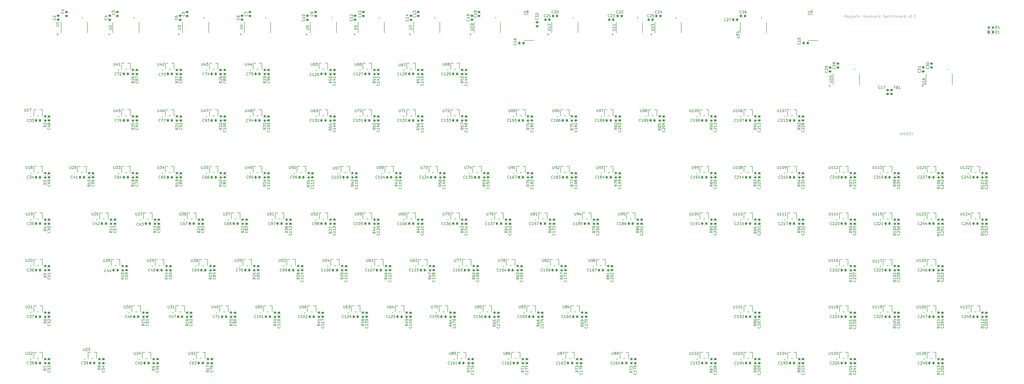
<source format=gbr>
%TF.GenerationSoftware,KiCad,Pcbnew,8.0.0*%
%TF.CreationDate,2025-05-08T15:49:05+08:00*%
%TF.ProjectId,keyboard,6b657962-6f61-4726-942e-6b696361645f,1.0*%
%TF.SameCoordinates,Original*%
%TF.FileFunction,Legend,Top*%
%TF.FilePolarity,Positive*%
%FSLAX46Y46*%
G04 Gerber Fmt 4.6, Leading zero omitted, Abs format (unit mm)*
G04 Created by KiCad (PCBNEW 8.0.0) date 2025-05-08 15:49:05*
%MOMM*%
%LPD*%
G01*
G04 APERTURE LIST*
G04 Aperture macros list*
%AMRoundRect*
0 Rectangle with rounded corners*
0 $1 Rounding radius*
0 $2 $3 $4 $5 $6 $7 $8 $9 X,Y pos of 4 corners*
0 Add a 4 corners polygon primitive as box body*
4,1,4,$2,$3,$4,$5,$6,$7,$8,$9,$2,$3,0*
0 Add four circle primitives for the rounded corners*
1,1,$1+$1,$2,$3*
1,1,$1+$1,$4,$5*
1,1,$1+$1,$6,$7*
1,1,$1+$1,$8,$9*
0 Add four rect primitives between the rounded corners*
20,1,$1+$1,$2,$3,$4,$5,0*
20,1,$1+$1,$4,$5,$6,$7,0*
20,1,$1+$1,$6,$7,$8,$9,0*
20,1,$1+$1,$8,$9,$2,$3,0*%
G04 Aperture macros list end*
%ADD10C,0.100000*%
%ADD11C,0.150000*%
%ADD12C,0.152400*%
%ADD13C,0.120000*%
%ADD14C,0.000000*%
%ADD15C,0.200000*%
%ADD16R,0.558800X1.092200*%
%ADD17RoundRect,0.225000X0.225000X0.250000X-0.225000X0.250000X-0.225000X-0.250000X0.225000X-0.250000X0*%
%ADD18RoundRect,0.200000X-0.275000X0.200000X-0.275000X-0.200000X0.275000X-0.200000X0.275000X0.200000X0*%
%ADD19RoundRect,0.225000X-0.250000X0.225000X-0.250000X-0.225000X0.250000X-0.225000X0.250000X0.225000X0*%
%ADD20RoundRect,0.225000X0.250000X-0.225000X0.250000X0.225000X-0.250000X0.225000X-0.250000X-0.225000X0*%
%ADD21R,0.558800X1.981200*%
%ADD22O,1.250000X0.549999*%
%ADD23RoundRect,0.218750X-0.218750X-0.256250X0.218750X-0.256250X0.218750X0.256250X-0.218750X0.256250X0*%
%ADD24RoundRect,0.225000X-0.225000X-0.250000X0.225000X-0.250000X0.225000X0.250000X-0.225000X0.250000X0*%
%ADD25RoundRect,0.218750X0.256250X-0.218750X0.256250X0.218750X-0.256250X0.218750X-0.256250X-0.218750X0*%
%ADD26RoundRect,0.200000X-0.200000X-0.275000X0.200000X-0.275000X0.200000X0.275000X-0.200000X0.275000X0*%
%ADD27R,1.700000X1.700000*%
%ADD28O,1.700000X1.700000*%
G04 APERTURE END LIST*
D10*
X394703884Y-91647419D02*
X394703884Y-90647419D01*
X395180074Y-91647419D02*
X395180074Y-90647419D01*
X395180074Y-90647419D02*
X395751502Y-91647419D01*
X395751502Y-91647419D02*
X395751502Y-90647419D01*
X396227693Y-91647419D02*
X396227693Y-90647419D01*
X396799121Y-91647419D02*
X396370550Y-91075990D01*
X396799121Y-90647419D02*
X396227693Y-91218847D01*
X397561026Y-91123609D02*
X397703883Y-91171228D01*
X397703883Y-91171228D02*
X397751502Y-91218847D01*
X397751502Y-91218847D02*
X397799121Y-91314085D01*
X397799121Y-91314085D02*
X397799121Y-91456942D01*
X397799121Y-91456942D02*
X397751502Y-91552180D01*
X397751502Y-91552180D02*
X397703883Y-91599800D01*
X397703883Y-91599800D02*
X397608645Y-91647419D01*
X397608645Y-91647419D02*
X397227693Y-91647419D01*
X397227693Y-91647419D02*
X397227693Y-90647419D01*
X397227693Y-90647419D02*
X397561026Y-90647419D01*
X397561026Y-90647419D02*
X397656264Y-90695038D01*
X397656264Y-90695038D02*
X397703883Y-90742657D01*
X397703883Y-90742657D02*
X397751502Y-90837895D01*
X397751502Y-90837895D02*
X397751502Y-90933133D01*
X397751502Y-90933133D02*
X397703883Y-91028371D01*
X397703883Y-91028371D02*
X397656264Y-91075990D01*
X397656264Y-91075990D02*
X397561026Y-91123609D01*
X397561026Y-91123609D02*
X397227693Y-91123609D01*
X398418169Y-90647419D02*
X398608645Y-90647419D01*
X398608645Y-90647419D02*
X398703883Y-90695038D01*
X398703883Y-90695038D02*
X398799121Y-90790276D01*
X398799121Y-90790276D02*
X398846740Y-90980752D01*
X398846740Y-90980752D02*
X398846740Y-91314085D01*
X398846740Y-91314085D02*
X398799121Y-91504561D01*
X398799121Y-91504561D02*
X398703883Y-91599800D01*
X398703883Y-91599800D02*
X398608645Y-91647419D01*
X398608645Y-91647419D02*
X398418169Y-91647419D01*
X398418169Y-91647419D02*
X398322931Y-91599800D01*
X398322931Y-91599800D02*
X398227693Y-91504561D01*
X398227693Y-91504561D02*
X398180074Y-91314085D01*
X398180074Y-91314085D02*
X398180074Y-90980752D01*
X398180074Y-90980752D02*
X398227693Y-90790276D01*
X398227693Y-90790276D02*
X398322931Y-90695038D01*
X398322931Y-90695038D02*
X398418169Y-90647419D01*
X399180074Y-90647419D02*
X399846740Y-91647419D01*
X399846740Y-90647419D02*
X399180074Y-91647419D01*
X373303884Y-46122419D02*
X373303884Y-45122419D01*
X373303884Y-45122419D02*
X373637217Y-45836704D01*
X373637217Y-45836704D02*
X373970550Y-45122419D01*
X373970550Y-45122419D02*
X373970550Y-46122419D01*
X374875312Y-46122419D02*
X374875312Y-45598609D01*
X374875312Y-45598609D02*
X374827693Y-45503371D01*
X374827693Y-45503371D02*
X374732455Y-45455752D01*
X374732455Y-45455752D02*
X374541979Y-45455752D01*
X374541979Y-45455752D02*
X374446741Y-45503371D01*
X374875312Y-46074800D02*
X374780074Y-46122419D01*
X374780074Y-46122419D02*
X374541979Y-46122419D01*
X374541979Y-46122419D02*
X374446741Y-46074800D01*
X374446741Y-46074800D02*
X374399122Y-45979561D01*
X374399122Y-45979561D02*
X374399122Y-45884323D01*
X374399122Y-45884323D02*
X374446741Y-45789085D01*
X374446741Y-45789085D02*
X374541979Y-45741466D01*
X374541979Y-45741466D02*
X374780074Y-45741466D01*
X374780074Y-45741466D02*
X374875312Y-45693847D01*
X375780074Y-45455752D02*
X375780074Y-46265276D01*
X375780074Y-46265276D02*
X375732455Y-46360514D01*
X375732455Y-46360514D02*
X375684836Y-46408133D01*
X375684836Y-46408133D02*
X375589598Y-46455752D01*
X375589598Y-46455752D02*
X375446741Y-46455752D01*
X375446741Y-46455752D02*
X375351503Y-46408133D01*
X375780074Y-46074800D02*
X375684836Y-46122419D01*
X375684836Y-46122419D02*
X375494360Y-46122419D01*
X375494360Y-46122419D02*
X375399122Y-46074800D01*
X375399122Y-46074800D02*
X375351503Y-46027180D01*
X375351503Y-46027180D02*
X375303884Y-45931942D01*
X375303884Y-45931942D02*
X375303884Y-45646228D01*
X375303884Y-45646228D02*
X375351503Y-45550990D01*
X375351503Y-45550990D02*
X375399122Y-45503371D01*
X375399122Y-45503371D02*
X375494360Y-45455752D01*
X375494360Y-45455752D02*
X375684836Y-45455752D01*
X375684836Y-45455752D02*
X375780074Y-45503371D01*
X376256265Y-45455752D02*
X376256265Y-46122419D01*
X376256265Y-45550990D02*
X376303884Y-45503371D01*
X376303884Y-45503371D02*
X376399122Y-45455752D01*
X376399122Y-45455752D02*
X376541979Y-45455752D01*
X376541979Y-45455752D02*
X376637217Y-45503371D01*
X376637217Y-45503371D02*
X376684836Y-45598609D01*
X376684836Y-45598609D02*
X376684836Y-46122419D01*
X377541979Y-46074800D02*
X377446741Y-46122419D01*
X377446741Y-46122419D02*
X377256265Y-46122419D01*
X377256265Y-46122419D02*
X377161027Y-46074800D01*
X377161027Y-46074800D02*
X377113408Y-45979561D01*
X377113408Y-45979561D02*
X377113408Y-45598609D01*
X377113408Y-45598609D02*
X377161027Y-45503371D01*
X377161027Y-45503371D02*
X377256265Y-45455752D01*
X377256265Y-45455752D02*
X377446741Y-45455752D01*
X377446741Y-45455752D02*
X377541979Y-45503371D01*
X377541979Y-45503371D02*
X377589598Y-45598609D01*
X377589598Y-45598609D02*
X377589598Y-45693847D01*
X377589598Y-45693847D02*
X377113408Y-45789085D01*
X377875313Y-45455752D02*
X378256265Y-45455752D01*
X378018170Y-45122419D02*
X378018170Y-45979561D01*
X378018170Y-45979561D02*
X378065789Y-46074800D01*
X378065789Y-46074800D02*
X378161027Y-46122419D01*
X378161027Y-46122419D02*
X378256265Y-46122419D01*
X378589599Y-46122419D02*
X378589599Y-45455752D01*
X378589599Y-45122419D02*
X378541980Y-45170038D01*
X378541980Y-45170038D02*
X378589599Y-45217657D01*
X378589599Y-45217657D02*
X378637218Y-45170038D01*
X378637218Y-45170038D02*
X378589599Y-45122419D01*
X378589599Y-45122419D02*
X378589599Y-45217657D01*
X379494360Y-46074800D02*
X379399122Y-46122419D01*
X379399122Y-46122419D02*
X379208646Y-46122419D01*
X379208646Y-46122419D02*
X379113408Y-46074800D01*
X379113408Y-46074800D02*
X379065789Y-46027180D01*
X379065789Y-46027180D02*
X379018170Y-45931942D01*
X379018170Y-45931942D02*
X379018170Y-45646228D01*
X379018170Y-45646228D02*
X379065789Y-45550990D01*
X379065789Y-45550990D02*
X379113408Y-45503371D01*
X379113408Y-45503371D02*
X379208646Y-45455752D01*
X379208646Y-45455752D02*
X379399122Y-45455752D01*
X379399122Y-45455752D02*
X379494360Y-45503371D01*
X380684837Y-46122419D02*
X380684837Y-45122419D01*
X381256265Y-46122419D02*
X380827694Y-45550990D01*
X381256265Y-45122419D02*
X380684837Y-45693847D01*
X382065789Y-46074800D02*
X381970551Y-46122419D01*
X381970551Y-46122419D02*
X381780075Y-46122419D01*
X381780075Y-46122419D02*
X381684837Y-46074800D01*
X381684837Y-46074800D02*
X381637218Y-45979561D01*
X381637218Y-45979561D02*
X381637218Y-45598609D01*
X381637218Y-45598609D02*
X381684837Y-45503371D01*
X381684837Y-45503371D02*
X381780075Y-45455752D01*
X381780075Y-45455752D02*
X381970551Y-45455752D01*
X381970551Y-45455752D02*
X382065789Y-45503371D01*
X382065789Y-45503371D02*
X382113408Y-45598609D01*
X382113408Y-45598609D02*
X382113408Y-45693847D01*
X382113408Y-45693847D02*
X381637218Y-45789085D01*
X382446742Y-45455752D02*
X382684837Y-46122419D01*
X382922932Y-45455752D02*
X382684837Y-46122419D01*
X382684837Y-46122419D02*
X382589599Y-46360514D01*
X382589599Y-46360514D02*
X382541980Y-46408133D01*
X382541980Y-46408133D02*
X382446742Y-46455752D01*
X383303885Y-46122419D02*
X383303885Y-45122419D01*
X383303885Y-45503371D02*
X383399123Y-45455752D01*
X383399123Y-45455752D02*
X383589599Y-45455752D01*
X383589599Y-45455752D02*
X383684837Y-45503371D01*
X383684837Y-45503371D02*
X383732456Y-45550990D01*
X383732456Y-45550990D02*
X383780075Y-45646228D01*
X383780075Y-45646228D02*
X383780075Y-45931942D01*
X383780075Y-45931942D02*
X383732456Y-46027180D01*
X383732456Y-46027180D02*
X383684837Y-46074800D01*
X383684837Y-46074800D02*
X383589599Y-46122419D01*
X383589599Y-46122419D02*
X383399123Y-46122419D01*
X383399123Y-46122419D02*
X383303885Y-46074800D01*
X384351504Y-46122419D02*
X384256266Y-46074800D01*
X384256266Y-46074800D02*
X384208647Y-46027180D01*
X384208647Y-46027180D02*
X384161028Y-45931942D01*
X384161028Y-45931942D02*
X384161028Y-45646228D01*
X384161028Y-45646228D02*
X384208647Y-45550990D01*
X384208647Y-45550990D02*
X384256266Y-45503371D01*
X384256266Y-45503371D02*
X384351504Y-45455752D01*
X384351504Y-45455752D02*
X384494361Y-45455752D01*
X384494361Y-45455752D02*
X384589599Y-45503371D01*
X384589599Y-45503371D02*
X384637218Y-45550990D01*
X384637218Y-45550990D02*
X384684837Y-45646228D01*
X384684837Y-45646228D02*
X384684837Y-45931942D01*
X384684837Y-45931942D02*
X384637218Y-46027180D01*
X384637218Y-46027180D02*
X384589599Y-46074800D01*
X384589599Y-46074800D02*
X384494361Y-46122419D01*
X384494361Y-46122419D02*
X384351504Y-46122419D01*
X385541980Y-46122419D02*
X385541980Y-45598609D01*
X385541980Y-45598609D02*
X385494361Y-45503371D01*
X385494361Y-45503371D02*
X385399123Y-45455752D01*
X385399123Y-45455752D02*
X385208647Y-45455752D01*
X385208647Y-45455752D02*
X385113409Y-45503371D01*
X385541980Y-46074800D02*
X385446742Y-46122419D01*
X385446742Y-46122419D02*
X385208647Y-46122419D01*
X385208647Y-46122419D02*
X385113409Y-46074800D01*
X385113409Y-46074800D02*
X385065790Y-45979561D01*
X385065790Y-45979561D02*
X385065790Y-45884323D01*
X385065790Y-45884323D02*
X385113409Y-45789085D01*
X385113409Y-45789085D02*
X385208647Y-45741466D01*
X385208647Y-45741466D02*
X385446742Y-45741466D01*
X385446742Y-45741466D02*
X385541980Y-45693847D01*
X386018171Y-46122419D02*
X386018171Y-45455752D01*
X386018171Y-45646228D02*
X386065790Y-45550990D01*
X386065790Y-45550990D02*
X386113409Y-45503371D01*
X386113409Y-45503371D02*
X386208647Y-45455752D01*
X386208647Y-45455752D02*
X386303885Y-45455752D01*
X387065790Y-46122419D02*
X387065790Y-45122419D01*
X387065790Y-46074800D02*
X386970552Y-46122419D01*
X386970552Y-46122419D02*
X386780076Y-46122419D01*
X386780076Y-46122419D02*
X386684838Y-46074800D01*
X386684838Y-46074800D02*
X386637219Y-46027180D01*
X386637219Y-46027180D02*
X386589600Y-45931942D01*
X386589600Y-45931942D02*
X386589600Y-45646228D01*
X386589600Y-45646228D02*
X386637219Y-45550990D01*
X386637219Y-45550990D02*
X386684838Y-45503371D01*
X386684838Y-45503371D02*
X386780076Y-45455752D01*
X386780076Y-45455752D02*
X386970552Y-45455752D01*
X386970552Y-45455752D02*
X387065790Y-45503371D01*
X388256267Y-46074800D02*
X388399124Y-46122419D01*
X388399124Y-46122419D02*
X388637219Y-46122419D01*
X388637219Y-46122419D02*
X388732457Y-46074800D01*
X388732457Y-46074800D02*
X388780076Y-46027180D01*
X388780076Y-46027180D02*
X388827695Y-45931942D01*
X388827695Y-45931942D02*
X388827695Y-45836704D01*
X388827695Y-45836704D02*
X388780076Y-45741466D01*
X388780076Y-45741466D02*
X388732457Y-45693847D01*
X388732457Y-45693847D02*
X388637219Y-45646228D01*
X388637219Y-45646228D02*
X388446743Y-45598609D01*
X388446743Y-45598609D02*
X388351505Y-45550990D01*
X388351505Y-45550990D02*
X388303886Y-45503371D01*
X388303886Y-45503371D02*
X388256267Y-45408133D01*
X388256267Y-45408133D02*
X388256267Y-45312895D01*
X388256267Y-45312895D02*
X388303886Y-45217657D01*
X388303886Y-45217657D02*
X388351505Y-45170038D01*
X388351505Y-45170038D02*
X388446743Y-45122419D01*
X388446743Y-45122419D02*
X388684838Y-45122419D01*
X388684838Y-45122419D02*
X388827695Y-45170038D01*
X389161029Y-45455752D02*
X389351505Y-46122419D01*
X389351505Y-46122419D02*
X389541981Y-45646228D01*
X389541981Y-45646228D02*
X389732457Y-46122419D01*
X389732457Y-46122419D02*
X389922933Y-45455752D01*
X390303886Y-46122419D02*
X390303886Y-45455752D01*
X390303886Y-45122419D02*
X390256267Y-45170038D01*
X390256267Y-45170038D02*
X390303886Y-45217657D01*
X390303886Y-45217657D02*
X390351505Y-45170038D01*
X390351505Y-45170038D02*
X390303886Y-45122419D01*
X390303886Y-45122419D02*
X390303886Y-45217657D01*
X390637219Y-45455752D02*
X391018171Y-45455752D01*
X390780076Y-45122419D02*
X390780076Y-45979561D01*
X390780076Y-45979561D02*
X390827695Y-46074800D01*
X390827695Y-46074800D02*
X390922933Y-46122419D01*
X390922933Y-46122419D02*
X391018171Y-46122419D01*
X391780076Y-46074800D02*
X391684838Y-46122419D01*
X391684838Y-46122419D02*
X391494362Y-46122419D01*
X391494362Y-46122419D02*
X391399124Y-46074800D01*
X391399124Y-46074800D02*
X391351505Y-46027180D01*
X391351505Y-46027180D02*
X391303886Y-45931942D01*
X391303886Y-45931942D02*
X391303886Y-45646228D01*
X391303886Y-45646228D02*
X391351505Y-45550990D01*
X391351505Y-45550990D02*
X391399124Y-45503371D01*
X391399124Y-45503371D02*
X391494362Y-45455752D01*
X391494362Y-45455752D02*
X391684838Y-45455752D01*
X391684838Y-45455752D02*
X391780076Y-45503371D01*
X392208648Y-46122419D02*
X392208648Y-45122419D01*
X392637219Y-46122419D02*
X392637219Y-45598609D01*
X392637219Y-45598609D02*
X392589600Y-45503371D01*
X392589600Y-45503371D02*
X392494362Y-45455752D01*
X392494362Y-45455752D02*
X392351505Y-45455752D01*
X392351505Y-45455752D02*
X392256267Y-45503371D01*
X392256267Y-45503371D02*
X392208648Y-45550990D01*
X393113410Y-46122419D02*
X393113410Y-45122419D01*
X393113410Y-45503371D02*
X393208648Y-45455752D01*
X393208648Y-45455752D02*
X393399124Y-45455752D01*
X393399124Y-45455752D02*
X393494362Y-45503371D01*
X393494362Y-45503371D02*
X393541981Y-45550990D01*
X393541981Y-45550990D02*
X393589600Y-45646228D01*
X393589600Y-45646228D02*
X393589600Y-45931942D01*
X393589600Y-45931942D02*
X393541981Y-46027180D01*
X393541981Y-46027180D02*
X393494362Y-46074800D01*
X393494362Y-46074800D02*
X393399124Y-46122419D01*
X393399124Y-46122419D02*
X393208648Y-46122419D01*
X393208648Y-46122419D02*
X393113410Y-46074800D01*
X394161029Y-46122419D02*
X394065791Y-46074800D01*
X394065791Y-46074800D02*
X394018172Y-46027180D01*
X394018172Y-46027180D02*
X393970553Y-45931942D01*
X393970553Y-45931942D02*
X393970553Y-45646228D01*
X393970553Y-45646228D02*
X394018172Y-45550990D01*
X394018172Y-45550990D02*
X394065791Y-45503371D01*
X394065791Y-45503371D02*
X394161029Y-45455752D01*
X394161029Y-45455752D02*
X394303886Y-45455752D01*
X394303886Y-45455752D02*
X394399124Y-45503371D01*
X394399124Y-45503371D02*
X394446743Y-45550990D01*
X394446743Y-45550990D02*
X394494362Y-45646228D01*
X394494362Y-45646228D02*
X394494362Y-45931942D01*
X394494362Y-45931942D02*
X394446743Y-46027180D01*
X394446743Y-46027180D02*
X394399124Y-46074800D01*
X394399124Y-46074800D02*
X394303886Y-46122419D01*
X394303886Y-46122419D02*
X394161029Y-46122419D01*
X395351505Y-46122419D02*
X395351505Y-45598609D01*
X395351505Y-45598609D02*
X395303886Y-45503371D01*
X395303886Y-45503371D02*
X395208648Y-45455752D01*
X395208648Y-45455752D02*
X395018172Y-45455752D01*
X395018172Y-45455752D02*
X394922934Y-45503371D01*
X395351505Y-46074800D02*
X395256267Y-46122419D01*
X395256267Y-46122419D02*
X395018172Y-46122419D01*
X395018172Y-46122419D02*
X394922934Y-46074800D01*
X394922934Y-46074800D02*
X394875315Y-45979561D01*
X394875315Y-45979561D02*
X394875315Y-45884323D01*
X394875315Y-45884323D02*
X394922934Y-45789085D01*
X394922934Y-45789085D02*
X395018172Y-45741466D01*
X395018172Y-45741466D02*
X395256267Y-45741466D01*
X395256267Y-45741466D02*
X395351505Y-45693847D01*
X395827696Y-46122419D02*
X395827696Y-45455752D01*
X395827696Y-45646228D02*
X395875315Y-45550990D01*
X395875315Y-45550990D02*
X395922934Y-45503371D01*
X395922934Y-45503371D02*
X396018172Y-45455752D01*
X396018172Y-45455752D02*
X396113410Y-45455752D01*
X396875315Y-46122419D02*
X396875315Y-45122419D01*
X396875315Y-46074800D02*
X396780077Y-46122419D01*
X396780077Y-46122419D02*
X396589601Y-46122419D01*
X396589601Y-46122419D02*
X396494363Y-46074800D01*
X396494363Y-46074800D02*
X396446744Y-46027180D01*
X396446744Y-46027180D02*
X396399125Y-45931942D01*
X396399125Y-45931942D02*
X396399125Y-45646228D01*
X396399125Y-45646228D02*
X396446744Y-45550990D01*
X396446744Y-45550990D02*
X396494363Y-45503371D01*
X396494363Y-45503371D02*
X396589601Y-45455752D01*
X396589601Y-45455752D02*
X396780077Y-45455752D01*
X396780077Y-45455752D02*
X396875315Y-45503371D01*
X398018173Y-45455752D02*
X398256268Y-46122419D01*
X398256268Y-46122419D02*
X398494363Y-45455752D01*
X399399125Y-46122419D02*
X398827697Y-46122419D01*
X399113411Y-46122419D02*
X399113411Y-45122419D01*
X399113411Y-45122419D02*
X399018173Y-45265276D01*
X399018173Y-45265276D02*
X398922935Y-45360514D01*
X398922935Y-45360514D02*
X398827697Y-45408133D01*
X399827697Y-46027180D02*
X399875316Y-46074800D01*
X399875316Y-46074800D02*
X399827697Y-46122419D01*
X399827697Y-46122419D02*
X399780078Y-46074800D01*
X399780078Y-46074800D02*
X399827697Y-46027180D01*
X399827697Y-46027180D02*
X399827697Y-46122419D01*
X400827696Y-46122419D02*
X400256268Y-46122419D01*
X400541982Y-46122419D02*
X400541982Y-45122419D01*
X400541982Y-45122419D02*
X400446744Y-45265276D01*
X400446744Y-45265276D02*
X400351506Y-45360514D01*
X400351506Y-45360514D02*
X400256268Y-45408133D01*
D11*
X384285714Y-121704819D02*
X384285714Y-122514342D01*
X384285714Y-122514342D02*
X384333333Y-122609580D01*
X384333333Y-122609580D02*
X384380952Y-122657200D01*
X384380952Y-122657200D02*
X384476190Y-122704819D01*
X384476190Y-122704819D02*
X384666666Y-122704819D01*
X384666666Y-122704819D02*
X384761904Y-122657200D01*
X384761904Y-122657200D02*
X384809523Y-122609580D01*
X384809523Y-122609580D02*
X384857142Y-122514342D01*
X384857142Y-122514342D02*
X384857142Y-121704819D01*
X385857142Y-122704819D02*
X385285714Y-122704819D01*
X385571428Y-122704819D02*
X385571428Y-121704819D01*
X385571428Y-121704819D02*
X385476190Y-121847676D01*
X385476190Y-121847676D02*
X385380952Y-121942914D01*
X385380952Y-121942914D02*
X385285714Y-121990533D01*
X386809523Y-122704819D02*
X386238095Y-122704819D01*
X386523809Y-122704819D02*
X386523809Y-121704819D01*
X386523809Y-121704819D02*
X386428571Y-121847676D01*
X386428571Y-121847676D02*
X386333333Y-121942914D01*
X386333333Y-121942914D02*
X386238095Y-121990533D01*
X387714285Y-121704819D02*
X387238095Y-121704819D01*
X387238095Y-121704819D02*
X387190476Y-122181009D01*
X387190476Y-122181009D02*
X387238095Y-122133390D01*
X387238095Y-122133390D02*
X387333333Y-122085771D01*
X387333333Y-122085771D02*
X387571428Y-122085771D01*
X387571428Y-122085771D02*
X387666666Y-122133390D01*
X387666666Y-122133390D02*
X387714285Y-122181009D01*
X387714285Y-122181009D02*
X387761904Y-122276247D01*
X387761904Y-122276247D02*
X387761904Y-122514342D01*
X387761904Y-122514342D02*
X387714285Y-122609580D01*
X387714285Y-122609580D02*
X387666666Y-122657200D01*
X387666666Y-122657200D02*
X387571428Y-122704819D01*
X387571428Y-122704819D02*
X387333333Y-122704819D01*
X387333333Y-122704819D02*
X387238095Y-122657200D01*
X387238095Y-122657200D02*
X387190476Y-122609580D01*
X368380952Y-144359580D02*
X368333333Y-144407200D01*
X368333333Y-144407200D02*
X368190476Y-144454819D01*
X368190476Y-144454819D02*
X368095238Y-144454819D01*
X368095238Y-144454819D02*
X367952381Y-144407200D01*
X367952381Y-144407200D02*
X367857143Y-144311961D01*
X367857143Y-144311961D02*
X367809524Y-144216723D01*
X367809524Y-144216723D02*
X367761905Y-144026247D01*
X367761905Y-144026247D02*
X367761905Y-143883390D01*
X367761905Y-143883390D02*
X367809524Y-143692914D01*
X367809524Y-143692914D02*
X367857143Y-143597676D01*
X367857143Y-143597676D02*
X367952381Y-143502438D01*
X367952381Y-143502438D02*
X368095238Y-143454819D01*
X368095238Y-143454819D02*
X368190476Y-143454819D01*
X368190476Y-143454819D02*
X368333333Y-143502438D01*
X368333333Y-143502438D02*
X368380952Y-143550057D01*
X368761905Y-143550057D02*
X368809524Y-143502438D01*
X368809524Y-143502438D02*
X368904762Y-143454819D01*
X368904762Y-143454819D02*
X369142857Y-143454819D01*
X369142857Y-143454819D02*
X369238095Y-143502438D01*
X369238095Y-143502438D02*
X369285714Y-143550057D01*
X369285714Y-143550057D02*
X369333333Y-143645295D01*
X369333333Y-143645295D02*
X369333333Y-143740533D01*
X369333333Y-143740533D02*
X369285714Y-143883390D01*
X369285714Y-143883390D02*
X368714286Y-144454819D01*
X368714286Y-144454819D02*
X369333333Y-144454819D01*
X369714286Y-143550057D02*
X369761905Y-143502438D01*
X369761905Y-143502438D02*
X369857143Y-143454819D01*
X369857143Y-143454819D02*
X370095238Y-143454819D01*
X370095238Y-143454819D02*
X370190476Y-143502438D01*
X370190476Y-143502438D02*
X370238095Y-143550057D01*
X370238095Y-143550057D02*
X370285714Y-143645295D01*
X370285714Y-143645295D02*
X370285714Y-143740533D01*
X370285714Y-143740533D02*
X370238095Y-143883390D01*
X370238095Y-143883390D02*
X369666667Y-144454819D01*
X369666667Y-144454819D02*
X370285714Y-144454819D01*
X370666667Y-143550057D02*
X370714286Y-143502438D01*
X370714286Y-143502438D02*
X370809524Y-143454819D01*
X370809524Y-143454819D02*
X371047619Y-143454819D01*
X371047619Y-143454819D02*
X371142857Y-143502438D01*
X371142857Y-143502438D02*
X371190476Y-143550057D01*
X371190476Y-143550057D02*
X371238095Y-143645295D01*
X371238095Y-143645295D02*
X371238095Y-143740533D01*
X371238095Y-143740533D02*
X371190476Y-143883390D01*
X371190476Y-143883390D02*
X370619048Y-144454819D01*
X370619048Y-144454819D02*
X371238095Y-144454819D01*
X356204819Y-128892857D02*
X355728628Y-129226190D01*
X356204819Y-129464285D02*
X355204819Y-129464285D01*
X355204819Y-129464285D02*
X355204819Y-129083333D01*
X355204819Y-129083333D02*
X355252438Y-128988095D01*
X355252438Y-128988095D02*
X355300057Y-128940476D01*
X355300057Y-128940476D02*
X355395295Y-128892857D01*
X355395295Y-128892857D02*
X355538152Y-128892857D01*
X355538152Y-128892857D02*
X355633390Y-128940476D01*
X355633390Y-128940476D02*
X355681009Y-128988095D01*
X355681009Y-128988095D02*
X355728628Y-129083333D01*
X355728628Y-129083333D02*
X355728628Y-129464285D01*
X356204819Y-128416666D02*
X356204819Y-128226190D01*
X356204819Y-128226190D02*
X356157200Y-128130952D01*
X356157200Y-128130952D02*
X356109580Y-128083333D01*
X356109580Y-128083333D02*
X355966723Y-127988095D01*
X355966723Y-127988095D02*
X355776247Y-127940476D01*
X355776247Y-127940476D02*
X355395295Y-127940476D01*
X355395295Y-127940476D02*
X355300057Y-127988095D01*
X355300057Y-127988095D02*
X355252438Y-128035714D01*
X355252438Y-128035714D02*
X355204819Y-128130952D01*
X355204819Y-128130952D02*
X355204819Y-128321428D01*
X355204819Y-128321428D02*
X355252438Y-128416666D01*
X355252438Y-128416666D02*
X355300057Y-128464285D01*
X355300057Y-128464285D02*
X355395295Y-128511904D01*
X355395295Y-128511904D02*
X355633390Y-128511904D01*
X355633390Y-128511904D02*
X355728628Y-128464285D01*
X355728628Y-128464285D02*
X355776247Y-128416666D01*
X355776247Y-128416666D02*
X355823866Y-128321428D01*
X355823866Y-128321428D02*
X355823866Y-128130952D01*
X355823866Y-128130952D02*
X355776247Y-128035714D01*
X355776247Y-128035714D02*
X355728628Y-127988095D01*
X355728628Y-127988095D02*
X355633390Y-127940476D01*
X355204819Y-127083333D02*
X355204819Y-127273809D01*
X355204819Y-127273809D02*
X355252438Y-127369047D01*
X355252438Y-127369047D02*
X355300057Y-127416666D01*
X355300057Y-127416666D02*
X355442914Y-127511904D01*
X355442914Y-127511904D02*
X355633390Y-127559523D01*
X355633390Y-127559523D02*
X356014342Y-127559523D01*
X356014342Y-127559523D02*
X356109580Y-127511904D01*
X356109580Y-127511904D02*
X356157200Y-127464285D01*
X356157200Y-127464285D02*
X356204819Y-127369047D01*
X356204819Y-127369047D02*
X356204819Y-127178571D01*
X356204819Y-127178571D02*
X356157200Y-127083333D01*
X356157200Y-127083333D02*
X356109580Y-127035714D01*
X356109580Y-127035714D02*
X356014342Y-126988095D01*
X356014342Y-126988095D02*
X355776247Y-126988095D01*
X355776247Y-126988095D02*
X355681009Y-127035714D01*
X355681009Y-127035714D02*
X355633390Y-127083333D01*
X355633390Y-127083333D02*
X355585771Y-127178571D01*
X355585771Y-127178571D02*
X355585771Y-127369047D01*
X355585771Y-127369047D02*
X355633390Y-127464285D01*
X355633390Y-127464285D02*
X355681009Y-127511904D01*
X355681009Y-127511904D02*
X355776247Y-127559523D01*
X125357142Y-86359580D02*
X125309523Y-86407200D01*
X125309523Y-86407200D02*
X125166666Y-86454819D01*
X125166666Y-86454819D02*
X125071428Y-86454819D01*
X125071428Y-86454819D02*
X124928571Y-86407200D01*
X124928571Y-86407200D02*
X124833333Y-86311961D01*
X124833333Y-86311961D02*
X124785714Y-86216723D01*
X124785714Y-86216723D02*
X124738095Y-86026247D01*
X124738095Y-86026247D02*
X124738095Y-85883390D01*
X124738095Y-85883390D02*
X124785714Y-85692914D01*
X124785714Y-85692914D02*
X124833333Y-85597676D01*
X124833333Y-85597676D02*
X124928571Y-85502438D01*
X124928571Y-85502438D02*
X125071428Y-85454819D01*
X125071428Y-85454819D02*
X125166666Y-85454819D01*
X125166666Y-85454819D02*
X125309523Y-85502438D01*
X125309523Y-85502438D02*
X125357142Y-85550057D01*
X125833333Y-86454819D02*
X126023809Y-86454819D01*
X126023809Y-86454819D02*
X126119047Y-86407200D01*
X126119047Y-86407200D02*
X126166666Y-86359580D01*
X126166666Y-86359580D02*
X126261904Y-86216723D01*
X126261904Y-86216723D02*
X126309523Y-86026247D01*
X126309523Y-86026247D02*
X126309523Y-85645295D01*
X126309523Y-85645295D02*
X126261904Y-85550057D01*
X126261904Y-85550057D02*
X126214285Y-85502438D01*
X126214285Y-85502438D02*
X126119047Y-85454819D01*
X126119047Y-85454819D02*
X125928571Y-85454819D01*
X125928571Y-85454819D02*
X125833333Y-85502438D01*
X125833333Y-85502438D02*
X125785714Y-85550057D01*
X125785714Y-85550057D02*
X125738095Y-85645295D01*
X125738095Y-85645295D02*
X125738095Y-85883390D01*
X125738095Y-85883390D02*
X125785714Y-85978628D01*
X125785714Y-85978628D02*
X125833333Y-86026247D01*
X125833333Y-86026247D02*
X125928571Y-86073866D01*
X125928571Y-86073866D02*
X126119047Y-86073866D01*
X126119047Y-86073866D02*
X126214285Y-86026247D01*
X126214285Y-86026247D02*
X126261904Y-85978628D01*
X126261904Y-85978628D02*
X126309523Y-85883390D01*
X126642857Y-85454819D02*
X127261904Y-85454819D01*
X127261904Y-85454819D02*
X126928571Y-85835771D01*
X126928571Y-85835771D02*
X127071428Y-85835771D01*
X127071428Y-85835771D02*
X127166666Y-85883390D01*
X127166666Y-85883390D02*
X127214285Y-85931009D01*
X127214285Y-85931009D02*
X127261904Y-86026247D01*
X127261904Y-86026247D02*
X127261904Y-86264342D01*
X127261904Y-86264342D02*
X127214285Y-86359580D01*
X127214285Y-86359580D02*
X127166666Y-86407200D01*
X127166666Y-86407200D02*
X127071428Y-86454819D01*
X127071428Y-86454819D02*
X126785714Y-86454819D01*
X126785714Y-86454819D02*
X126690476Y-86407200D01*
X126690476Y-86407200D02*
X126642857Y-86359580D01*
X214609580Y-147869047D02*
X214657200Y-147916666D01*
X214657200Y-147916666D02*
X214704819Y-148059523D01*
X214704819Y-148059523D02*
X214704819Y-148154761D01*
X214704819Y-148154761D02*
X214657200Y-148297618D01*
X214657200Y-148297618D02*
X214561961Y-148392856D01*
X214561961Y-148392856D02*
X214466723Y-148440475D01*
X214466723Y-148440475D02*
X214276247Y-148488094D01*
X214276247Y-148488094D02*
X214133390Y-148488094D01*
X214133390Y-148488094D02*
X213942914Y-148440475D01*
X213942914Y-148440475D02*
X213847676Y-148392856D01*
X213847676Y-148392856D02*
X213752438Y-148297618D01*
X213752438Y-148297618D02*
X213704819Y-148154761D01*
X213704819Y-148154761D02*
X213704819Y-148059523D01*
X213704819Y-148059523D02*
X213752438Y-147916666D01*
X213752438Y-147916666D02*
X213800057Y-147869047D01*
X214704819Y-146916666D02*
X214704819Y-147488094D01*
X214704819Y-147202380D02*
X213704819Y-147202380D01*
X213704819Y-147202380D02*
X213847676Y-147297618D01*
X213847676Y-147297618D02*
X213942914Y-147392856D01*
X213942914Y-147392856D02*
X213990533Y-147488094D01*
X213704819Y-146583332D02*
X213704819Y-145964285D01*
X213704819Y-145964285D02*
X214085771Y-146297618D01*
X214085771Y-146297618D02*
X214085771Y-146154761D01*
X214085771Y-146154761D02*
X214133390Y-146059523D01*
X214133390Y-146059523D02*
X214181009Y-146011904D01*
X214181009Y-146011904D02*
X214276247Y-145964285D01*
X214276247Y-145964285D02*
X214514342Y-145964285D01*
X214514342Y-145964285D02*
X214609580Y-146011904D01*
X214609580Y-146011904D02*
X214657200Y-146059523D01*
X214657200Y-146059523D02*
X214704819Y-146154761D01*
X214704819Y-146154761D02*
X214704819Y-146440475D01*
X214704819Y-146440475D02*
X214657200Y-146535713D01*
X214657200Y-146535713D02*
X214609580Y-146583332D01*
X214133390Y-145392856D02*
X214085771Y-145488094D01*
X214085771Y-145488094D02*
X214038152Y-145535713D01*
X214038152Y-145535713D02*
X213942914Y-145583332D01*
X213942914Y-145583332D02*
X213895295Y-145583332D01*
X213895295Y-145583332D02*
X213800057Y-145535713D01*
X213800057Y-145535713D02*
X213752438Y-145488094D01*
X213752438Y-145488094D02*
X213704819Y-145392856D01*
X213704819Y-145392856D02*
X213704819Y-145202380D01*
X213704819Y-145202380D02*
X213752438Y-145107142D01*
X213752438Y-145107142D02*
X213800057Y-145059523D01*
X213800057Y-145059523D02*
X213895295Y-145011904D01*
X213895295Y-145011904D02*
X213942914Y-145011904D01*
X213942914Y-145011904D02*
X214038152Y-145059523D01*
X214038152Y-145059523D02*
X214085771Y-145107142D01*
X214085771Y-145107142D02*
X214133390Y-145202380D01*
X214133390Y-145202380D02*
X214133390Y-145392856D01*
X214133390Y-145392856D02*
X214181009Y-145488094D01*
X214181009Y-145488094D02*
X214228628Y-145535713D01*
X214228628Y-145535713D02*
X214323866Y-145583332D01*
X214323866Y-145583332D02*
X214514342Y-145583332D01*
X214514342Y-145583332D02*
X214609580Y-145535713D01*
X214609580Y-145535713D02*
X214657200Y-145488094D01*
X214657200Y-145488094D02*
X214704819Y-145392856D01*
X214704819Y-145392856D02*
X214704819Y-145202380D01*
X214704819Y-145202380D02*
X214657200Y-145107142D01*
X214657200Y-145107142D02*
X214609580Y-145059523D01*
X214609580Y-145059523D02*
X214514342Y-145011904D01*
X214514342Y-145011904D02*
X214323866Y-145011904D01*
X214323866Y-145011904D02*
X214228628Y-145059523D01*
X214228628Y-145059523D02*
X214181009Y-145107142D01*
X214181009Y-145107142D02*
X214133390Y-145202380D01*
X330285714Y-81704819D02*
X330285714Y-82514342D01*
X330285714Y-82514342D02*
X330333333Y-82609580D01*
X330333333Y-82609580D02*
X330380952Y-82657200D01*
X330380952Y-82657200D02*
X330476190Y-82704819D01*
X330476190Y-82704819D02*
X330666666Y-82704819D01*
X330666666Y-82704819D02*
X330761904Y-82657200D01*
X330761904Y-82657200D02*
X330809523Y-82609580D01*
X330809523Y-82609580D02*
X330857142Y-82514342D01*
X330857142Y-82514342D02*
X330857142Y-81704819D01*
X331857142Y-82704819D02*
X331285714Y-82704819D01*
X331571428Y-82704819D02*
X331571428Y-81704819D01*
X331571428Y-81704819D02*
X331476190Y-81847676D01*
X331476190Y-81847676D02*
X331380952Y-81942914D01*
X331380952Y-81942914D02*
X331285714Y-81990533D01*
X332476190Y-81704819D02*
X332571428Y-81704819D01*
X332571428Y-81704819D02*
X332666666Y-81752438D01*
X332666666Y-81752438D02*
X332714285Y-81800057D01*
X332714285Y-81800057D02*
X332761904Y-81895295D01*
X332761904Y-81895295D02*
X332809523Y-82085771D01*
X332809523Y-82085771D02*
X332809523Y-82323866D01*
X332809523Y-82323866D02*
X332761904Y-82514342D01*
X332761904Y-82514342D02*
X332714285Y-82609580D01*
X332714285Y-82609580D02*
X332666666Y-82657200D01*
X332666666Y-82657200D02*
X332571428Y-82704819D01*
X332571428Y-82704819D02*
X332476190Y-82704819D01*
X332476190Y-82704819D02*
X332380952Y-82657200D01*
X332380952Y-82657200D02*
X332333333Y-82609580D01*
X332333333Y-82609580D02*
X332285714Y-82514342D01*
X332285714Y-82514342D02*
X332238095Y-82323866D01*
X332238095Y-82323866D02*
X332238095Y-82085771D01*
X332238095Y-82085771D02*
X332285714Y-81895295D01*
X332285714Y-81895295D02*
X332333333Y-81800057D01*
X332333333Y-81800057D02*
X332380952Y-81752438D01*
X332380952Y-81752438D02*
X332476190Y-81704819D01*
X333666666Y-81704819D02*
X333476190Y-81704819D01*
X333476190Y-81704819D02*
X333380952Y-81752438D01*
X333380952Y-81752438D02*
X333333333Y-81800057D01*
X333333333Y-81800057D02*
X333238095Y-81942914D01*
X333238095Y-81942914D02*
X333190476Y-82133390D01*
X333190476Y-82133390D02*
X333190476Y-82514342D01*
X333190476Y-82514342D02*
X333238095Y-82609580D01*
X333238095Y-82609580D02*
X333285714Y-82657200D01*
X333285714Y-82657200D02*
X333380952Y-82704819D01*
X333380952Y-82704819D02*
X333571428Y-82704819D01*
X333571428Y-82704819D02*
X333666666Y-82657200D01*
X333666666Y-82657200D02*
X333714285Y-82609580D01*
X333714285Y-82609580D02*
X333761904Y-82514342D01*
X333761904Y-82514342D02*
X333761904Y-82276247D01*
X333761904Y-82276247D02*
X333714285Y-82181009D01*
X333714285Y-82181009D02*
X333666666Y-82133390D01*
X333666666Y-82133390D02*
X333571428Y-82085771D01*
X333571428Y-82085771D02*
X333380952Y-82085771D01*
X333380952Y-82085771D02*
X333285714Y-82133390D01*
X333285714Y-82133390D02*
X333238095Y-82181009D01*
X333238095Y-82181009D02*
X333190476Y-82276247D01*
X254584580Y-46392857D02*
X254632200Y-46440476D01*
X254632200Y-46440476D02*
X254679819Y-46583333D01*
X254679819Y-46583333D02*
X254679819Y-46678571D01*
X254679819Y-46678571D02*
X254632200Y-46821428D01*
X254632200Y-46821428D02*
X254536961Y-46916666D01*
X254536961Y-46916666D02*
X254441723Y-46964285D01*
X254441723Y-46964285D02*
X254251247Y-47011904D01*
X254251247Y-47011904D02*
X254108390Y-47011904D01*
X254108390Y-47011904D02*
X253917914Y-46964285D01*
X253917914Y-46964285D02*
X253822676Y-46916666D01*
X253822676Y-46916666D02*
X253727438Y-46821428D01*
X253727438Y-46821428D02*
X253679819Y-46678571D01*
X253679819Y-46678571D02*
X253679819Y-46583333D01*
X253679819Y-46583333D02*
X253727438Y-46440476D01*
X253727438Y-46440476D02*
X253775057Y-46392857D01*
X253679819Y-46059523D02*
X253679819Y-45440476D01*
X253679819Y-45440476D02*
X254060771Y-45773809D01*
X254060771Y-45773809D02*
X254060771Y-45630952D01*
X254060771Y-45630952D02*
X254108390Y-45535714D01*
X254108390Y-45535714D02*
X254156009Y-45488095D01*
X254156009Y-45488095D02*
X254251247Y-45440476D01*
X254251247Y-45440476D02*
X254489342Y-45440476D01*
X254489342Y-45440476D02*
X254584580Y-45488095D01*
X254584580Y-45488095D02*
X254632200Y-45535714D01*
X254632200Y-45535714D02*
X254679819Y-45630952D01*
X254679819Y-45630952D02*
X254679819Y-45916666D01*
X254679819Y-45916666D02*
X254632200Y-46011904D01*
X254632200Y-46011904D02*
X254584580Y-46059523D01*
X253775057Y-45059523D02*
X253727438Y-45011904D01*
X253727438Y-45011904D02*
X253679819Y-44916666D01*
X253679819Y-44916666D02*
X253679819Y-44678571D01*
X253679819Y-44678571D02*
X253727438Y-44583333D01*
X253727438Y-44583333D02*
X253775057Y-44535714D01*
X253775057Y-44535714D02*
X253870295Y-44488095D01*
X253870295Y-44488095D02*
X253965533Y-44488095D01*
X253965533Y-44488095D02*
X254108390Y-44535714D01*
X254108390Y-44535714D02*
X254679819Y-45107142D01*
X254679819Y-45107142D02*
X254679819Y-44488095D01*
X81761905Y-121704819D02*
X81761905Y-122514342D01*
X81761905Y-122514342D02*
X81809524Y-122609580D01*
X81809524Y-122609580D02*
X81857143Y-122657200D01*
X81857143Y-122657200D02*
X81952381Y-122704819D01*
X81952381Y-122704819D02*
X82142857Y-122704819D01*
X82142857Y-122704819D02*
X82238095Y-122657200D01*
X82238095Y-122657200D02*
X82285714Y-122609580D01*
X82285714Y-122609580D02*
X82333333Y-122514342D01*
X82333333Y-122514342D02*
X82333333Y-121704819D01*
X82761905Y-121800057D02*
X82809524Y-121752438D01*
X82809524Y-121752438D02*
X82904762Y-121704819D01*
X82904762Y-121704819D02*
X83142857Y-121704819D01*
X83142857Y-121704819D02*
X83238095Y-121752438D01*
X83238095Y-121752438D02*
X83285714Y-121800057D01*
X83285714Y-121800057D02*
X83333333Y-121895295D01*
X83333333Y-121895295D02*
X83333333Y-121990533D01*
X83333333Y-121990533D02*
X83285714Y-122133390D01*
X83285714Y-122133390D02*
X82714286Y-122704819D01*
X82714286Y-122704819D02*
X83333333Y-122704819D01*
X84190476Y-121704819D02*
X84000000Y-121704819D01*
X84000000Y-121704819D02*
X83904762Y-121752438D01*
X83904762Y-121752438D02*
X83857143Y-121800057D01*
X83857143Y-121800057D02*
X83761905Y-121942914D01*
X83761905Y-121942914D02*
X83714286Y-122133390D01*
X83714286Y-122133390D02*
X83714286Y-122514342D01*
X83714286Y-122514342D02*
X83761905Y-122609580D01*
X83761905Y-122609580D02*
X83809524Y-122657200D01*
X83809524Y-122657200D02*
X83904762Y-122704819D01*
X83904762Y-122704819D02*
X84095238Y-122704819D01*
X84095238Y-122704819D02*
X84190476Y-122657200D01*
X84190476Y-122657200D02*
X84238095Y-122609580D01*
X84238095Y-122609580D02*
X84285714Y-122514342D01*
X84285714Y-122514342D02*
X84285714Y-122276247D01*
X84285714Y-122276247D02*
X84238095Y-122181009D01*
X84238095Y-122181009D02*
X84190476Y-122133390D01*
X84190476Y-122133390D02*
X84095238Y-122085771D01*
X84095238Y-122085771D02*
X83904762Y-122085771D01*
X83904762Y-122085771D02*
X83809524Y-122133390D01*
X83809524Y-122133390D02*
X83761905Y-122181009D01*
X83761905Y-122181009D02*
X83714286Y-122276247D01*
X238204819Y-165142857D02*
X237728628Y-165476190D01*
X238204819Y-165714285D02*
X237204819Y-165714285D01*
X237204819Y-165714285D02*
X237204819Y-165333333D01*
X237204819Y-165333333D02*
X237252438Y-165238095D01*
X237252438Y-165238095D02*
X237300057Y-165190476D01*
X237300057Y-165190476D02*
X237395295Y-165142857D01*
X237395295Y-165142857D02*
X237538152Y-165142857D01*
X237538152Y-165142857D02*
X237633390Y-165190476D01*
X237633390Y-165190476D02*
X237681009Y-165238095D01*
X237681009Y-165238095D02*
X237728628Y-165333333D01*
X237728628Y-165333333D02*
X237728628Y-165714285D01*
X237204819Y-164285714D02*
X237204819Y-164476190D01*
X237204819Y-164476190D02*
X237252438Y-164571428D01*
X237252438Y-164571428D02*
X237300057Y-164619047D01*
X237300057Y-164619047D02*
X237442914Y-164714285D01*
X237442914Y-164714285D02*
X237633390Y-164761904D01*
X237633390Y-164761904D02*
X238014342Y-164761904D01*
X238014342Y-164761904D02*
X238109580Y-164714285D01*
X238109580Y-164714285D02*
X238157200Y-164666666D01*
X238157200Y-164666666D02*
X238204819Y-164571428D01*
X238204819Y-164571428D02*
X238204819Y-164380952D01*
X238204819Y-164380952D02*
X238157200Y-164285714D01*
X238157200Y-164285714D02*
X238109580Y-164238095D01*
X238109580Y-164238095D02*
X238014342Y-164190476D01*
X238014342Y-164190476D02*
X237776247Y-164190476D01*
X237776247Y-164190476D02*
X237681009Y-164238095D01*
X237681009Y-164238095D02*
X237633390Y-164285714D01*
X237633390Y-164285714D02*
X237585771Y-164380952D01*
X237585771Y-164380952D02*
X237585771Y-164571428D01*
X237585771Y-164571428D02*
X237633390Y-164666666D01*
X237633390Y-164666666D02*
X237681009Y-164714285D01*
X237681009Y-164714285D02*
X237776247Y-164761904D01*
X237204819Y-163285714D02*
X237204819Y-163761904D01*
X237204819Y-163761904D02*
X237681009Y-163809523D01*
X237681009Y-163809523D02*
X237633390Y-163761904D01*
X237633390Y-163761904D02*
X237585771Y-163666666D01*
X237585771Y-163666666D02*
X237585771Y-163428571D01*
X237585771Y-163428571D02*
X237633390Y-163333333D01*
X237633390Y-163333333D02*
X237681009Y-163285714D01*
X237681009Y-163285714D02*
X237776247Y-163238095D01*
X237776247Y-163238095D02*
X238014342Y-163238095D01*
X238014342Y-163238095D02*
X238109580Y-163285714D01*
X238109580Y-163285714D02*
X238157200Y-163333333D01*
X238157200Y-163333333D02*
X238204819Y-163428571D01*
X238204819Y-163428571D02*
X238204819Y-163666666D01*
X238204819Y-163666666D02*
X238157200Y-163761904D01*
X238157200Y-163761904D02*
X238109580Y-163809523D01*
X204204819Y-164892857D02*
X203728628Y-165226190D01*
X204204819Y-165464285D02*
X203204819Y-165464285D01*
X203204819Y-165464285D02*
X203204819Y-165083333D01*
X203204819Y-165083333D02*
X203252438Y-164988095D01*
X203252438Y-164988095D02*
X203300057Y-164940476D01*
X203300057Y-164940476D02*
X203395295Y-164892857D01*
X203395295Y-164892857D02*
X203538152Y-164892857D01*
X203538152Y-164892857D02*
X203633390Y-164940476D01*
X203633390Y-164940476D02*
X203681009Y-164988095D01*
X203681009Y-164988095D02*
X203728628Y-165083333D01*
X203728628Y-165083333D02*
X203728628Y-165464285D01*
X203538152Y-164035714D02*
X204204819Y-164035714D01*
X203157200Y-164273809D02*
X203871485Y-164511904D01*
X203871485Y-164511904D02*
X203871485Y-163892857D01*
X204204819Y-163464285D02*
X204204819Y-163273809D01*
X204204819Y-163273809D02*
X204157200Y-163178571D01*
X204157200Y-163178571D02*
X204109580Y-163130952D01*
X204109580Y-163130952D02*
X203966723Y-163035714D01*
X203966723Y-163035714D02*
X203776247Y-162988095D01*
X203776247Y-162988095D02*
X203395295Y-162988095D01*
X203395295Y-162988095D02*
X203300057Y-163035714D01*
X203300057Y-163035714D02*
X203252438Y-163083333D01*
X203252438Y-163083333D02*
X203204819Y-163178571D01*
X203204819Y-163178571D02*
X203204819Y-163369047D01*
X203204819Y-163369047D02*
X203252438Y-163464285D01*
X203252438Y-163464285D02*
X203300057Y-163511904D01*
X203300057Y-163511904D02*
X203395295Y-163559523D01*
X203395295Y-163559523D02*
X203633390Y-163559523D01*
X203633390Y-163559523D02*
X203728628Y-163511904D01*
X203728628Y-163511904D02*
X203776247Y-163464285D01*
X203776247Y-163464285D02*
X203823866Y-163369047D01*
X203823866Y-163369047D02*
X203823866Y-163178571D01*
X203823866Y-163178571D02*
X203776247Y-163083333D01*
X203776247Y-163083333D02*
X203728628Y-163035714D01*
X203728628Y-163035714D02*
X203633390Y-162988095D01*
X401285714Y-157704819D02*
X401285714Y-158514342D01*
X401285714Y-158514342D02*
X401333333Y-158609580D01*
X401333333Y-158609580D02*
X401380952Y-158657200D01*
X401380952Y-158657200D02*
X401476190Y-158704819D01*
X401476190Y-158704819D02*
X401666666Y-158704819D01*
X401666666Y-158704819D02*
X401761904Y-158657200D01*
X401761904Y-158657200D02*
X401809523Y-158609580D01*
X401809523Y-158609580D02*
X401857142Y-158514342D01*
X401857142Y-158514342D02*
X401857142Y-157704819D01*
X402857142Y-158704819D02*
X402285714Y-158704819D01*
X402571428Y-158704819D02*
X402571428Y-157704819D01*
X402571428Y-157704819D02*
X402476190Y-157847676D01*
X402476190Y-157847676D02*
X402380952Y-157942914D01*
X402380952Y-157942914D02*
X402285714Y-157990533D01*
X403238095Y-157800057D02*
X403285714Y-157752438D01*
X403285714Y-157752438D02*
X403380952Y-157704819D01*
X403380952Y-157704819D02*
X403619047Y-157704819D01*
X403619047Y-157704819D02*
X403714285Y-157752438D01*
X403714285Y-157752438D02*
X403761904Y-157800057D01*
X403761904Y-157800057D02*
X403809523Y-157895295D01*
X403809523Y-157895295D02*
X403809523Y-157990533D01*
X403809523Y-157990533D02*
X403761904Y-158133390D01*
X403761904Y-158133390D02*
X403190476Y-158704819D01*
X403190476Y-158704819D02*
X403809523Y-158704819D01*
X404666666Y-157704819D02*
X404476190Y-157704819D01*
X404476190Y-157704819D02*
X404380952Y-157752438D01*
X404380952Y-157752438D02*
X404333333Y-157800057D01*
X404333333Y-157800057D02*
X404238095Y-157942914D01*
X404238095Y-157942914D02*
X404190476Y-158133390D01*
X404190476Y-158133390D02*
X404190476Y-158514342D01*
X404190476Y-158514342D02*
X404238095Y-158609580D01*
X404238095Y-158609580D02*
X404285714Y-158657200D01*
X404285714Y-158657200D02*
X404380952Y-158704819D01*
X404380952Y-158704819D02*
X404571428Y-158704819D01*
X404571428Y-158704819D02*
X404666666Y-158657200D01*
X404666666Y-158657200D02*
X404714285Y-158609580D01*
X404714285Y-158609580D02*
X404761904Y-158514342D01*
X404761904Y-158514342D02*
X404761904Y-158276247D01*
X404761904Y-158276247D02*
X404714285Y-158181009D01*
X404714285Y-158181009D02*
X404666666Y-158133390D01*
X404666666Y-158133390D02*
X404571428Y-158085771D01*
X404571428Y-158085771D02*
X404380952Y-158085771D01*
X404380952Y-158085771D02*
X404285714Y-158133390D01*
X404285714Y-158133390D02*
X404238095Y-158181009D01*
X404238095Y-158181009D02*
X404190476Y-158276247D01*
X91109580Y-128867857D02*
X91157200Y-128915476D01*
X91157200Y-128915476D02*
X91204819Y-129058333D01*
X91204819Y-129058333D02*
X91204819Y-129153571D01*
X91204819Y-129153571D02*
X91157200Y-129296428D01*
X91157200Y-129296428D02*
X91061961Y-129391666D01*
X91061961Y-129391666D02*
X90966723Y-129439285D01*
X90966723Y-129439285D02*
X90776247Y-129486904D01*
X90776247Y-129486904D02*
X90633390Y-129486904D01*
X90633390Y-129486904D02*
X90442914Y-129439285D01*
X90442914Y-129439285D02*
X90347676Y-129391666D01*
X90347676Y-129391666D02*
X90252438Y-129296428D01*
X90252438Y-129296428D02*
X90204819Y-129153571D01*
X90204819Y-129153571D02*
X90204819Y-129058333D01*
X90204819Y-129058333D02*
X90252438Y-128915476D01*
X90252438Y-128915476D02*
X90300057Y-128867857D01*
X90204819Y-127963095D02*
X90204819Y-128439285D01*
X90204819Y-128439285D02*
X90681009Y-128486904D01*
X90681009Y-128486904D02*
X90633390Y-128439285D01*
X90633390Y-128439285D02*
X90585771Y-128344047D01*
X90585771Y-128344047D02*
X90585771Y-128105952D01*
X90585771Y-128105952D02*
X90633390Y-128010714D01*
X90633390Y-128010714D02*
X90681009Y-127963095D01*
X90681009Y-127963095D02*
X90776247Y-127915476D01*
X90776247Y-127915476D02*
X91014342Y-127915476D01*
X91014342Y-127915476D02*
X91109580Y-127963095D01*
X91109580Y-127963095D02*
X91157200Y-128010714D01*
X91157200Y-128010714D02*
X91204819Y-128105952D01*
X91204819Y-128105952D02*
X91204819Y-128344047D01*
X91204819Y-128344047D02*
X91157200Y-128439285D01*
X91157200Y-128439285D02*
X91109580Y-128486904D01*
X90204819Y-127582142D02*
X90204819Y-126915476D01*
X90204819Y-126915476D02*
X91204819Y-127344047D01*
X112357142Y-162359580D02*
X112309523Y-162407200D01*
X112309523Y-162407200D02*
X112166666Y-162454819D01*
X112166666Y-162454819D02*
X112071428Y-162454819D01*
X112071428Y-162454819D02*
X111928571Y-162407200D01*
X111928571Y-162407200D02*
X111833333Y-162311961D01*
X111833333Y-162311961D02*
X111785714Y-162216723D01*
X111785714Y-162216723D02*
X111738095Y-162026247D01*
X111738095Y-162026247D02*
X111738095Y-161883390D01*
X111738095Y-161883390D02*
X111785714Y-161692914D01*
X111785714Y-161692914D02*
X111833333Y-161597676D01*
X111833333Y-161597676D02*
X111928571Y-161502438D01*
X111928571Y-161502438D02*
X112071428Y-161454819D01*
X112071428Y-161454819D02*
X112166666Y-161454819D01*
X112166666Y-161454819D02*
X112309523Y-161502438D01*
X112309523Y-161502438D02*
X112357142Y-161550057D01*
X113214285Y-161788152D02*
X113214285Y-162454819D01*
X112976190Y-161407200D02*
X112738095Y-162121485D01*
X112738095Y-162121485D02*
X113357142Y-162121485D01*
X113642857Y-161454819D02*
X114309523Y-161454819D01*
X114309523Y-161454819D02*
X113880952Y-162454819D01*
X410204819Y-111869047D02*
X409728628Y-112202380D01*
X410204819Y-112440475D02*
X409204819Y-112440475D01*
X409204819Y-112440475D02*
X409204819Y-112059523D01*
X409204819Y-112059523D02*
X409252438Y-111964285D01*
X409252438Y-111964285D02*
X409300057Y-111916666D01*
X409300057Y-111916666D02*
X409395295Y-111869047D01*
X409395295Y-111869047D02*
X409538152Y-111869047D01*
X409538152Y-111869047D02*
X409633390Y-111916666D01*
X409633390Y-111916666D02*
X409681009Y-111964285D01*
X409681009Y-111964285D02*
X409728628Y-112059523D01*
X409728628Y-112059523D02*
X409728628Y-112440475D01*
X410204819Y-110916666D02*
X410204819Y-111488094D01*
X410204819Y-111202380D02*
X409204819Y-111202380D01*
X409204819Y-111202380D02*
X409347676Y-111297618D01*
X409347676Y-111297618D02*
X409442914Y-111392856D01*
X409442914Y-111392856D02*
X409490533Y-111488094D01*
X409204819Y-110297618D02*
X409204819Y-110202380D01*
X409204819Y-110202380D02*
X409252438Y-110107142D01*
X409252438Y-110107142D02*
X409300057Y-110059523D01*
X409300057Y-110059523D02*
X409395295Y-110011904D01*
X409395295Y-110011904D02*
X409585771Y-109964285D01*
X409585771Y-109964285D02*
X409823866Y-109964285D01*
X409823866Y-109964285D02*
X410014342Y-110011904D01*
X410014342Y-110011904D02*
X410109580Y-110059523D01*
X410109580Y-110059523D02*
X410157200Y-110107142D01*
X410157200Y-110107142D02*
X410204819Y-110202380D01*
X410204819Y-110202380D02*
X410204819Y-110297618D01*
X410204819Y-110297618D02*
X410157200Y-110392856D01*
X410157200Y-110392856D02*
X410109580Y-110440475D01*
X410109580Y-110440475D02*
X410014342Y-110488094D01*
X410014342Y-110488094D02*
X409823866Y-110535713D01*
X409823866Y-110535713D02*
X409585771Y-110535713D01*
X409585771Y-110535713D02*
X409395295Y-110488094D01*
X409395295Y-110488094D02*
X409300057Y-110440475D01*
X409300057Y-110440475D02*
X409252438Y-110392856D01*
X409252438Y-110392856D02*
X409204819Y-110297618D01*
X409204819Y-109107142D02*
X409204819Y-109297618D01*
X409204819Y-109297618D02*
X409252438Y-109392856D01*
X409252438Y-109392856D02*
X409300057Y-109440475D01*
X409300057Y-109440475D02*
X409442914Y-109535713D01*
X409442914Y-109535713D02*
X409633390Y-109583332D01*
X409633390Y-109583332D02*
X410014342Y-109583332D01*
X410014342Y-109583332D02*
X410109580Y-109535713D01*
X410109580Y-109535713D02*
X410157200Y-109488094D01*
X410157200Y-109488094D02*
X410204819Y-109392856D01*
X410204819Y-109392856D02*
X410204819Y-109202380D01*
X410204819Y-109202380D02*
X410157200Y-109107142D01*
X410157200Y-109107142D02*
X410109580Y-109059523D01*
X410109580Y-109059523D02*
X410014342Y-109011904D01*
X410014342Y-109011904D02*
X409776247Y-109011904D01*
X409776247Y-109011904D02*
X409681009Y-109059523D01*
X409681009Y-109059523D02*
X409633390Y-109107142D01*
X409633390Y-109107142D02*
X409585771Y-109202380D01*
X409585771Y-109202380D02*
X409585771Y-109392856D01*
X409585771Y-109392856D02*
X409633390Y-109488094D01*
X409633390Y-109488094D02*
X409681009Y-109535713D01*
X409681009Y-109535713D02*
X409776247Y-109583332D01*
X132204819Y-88892857D02*
X131728628Y-89226190D01*
X132204819Y-89464285D02*
X131204819Y-89464285D01*
X131204819Y-89464285D02*
X131204819Y-89083333D01*
X131204819Y-89083333D02*
X131252438Y-88988095D01*
X131252438Y-88988095D02*
X131300057Y-88940476D01*
X131300057Y-88940476D02*
X131395295Y-88892857D01*
X131395295Y-88892857D02*
X131538152Y-88892857D01*
X131538152Y-88892857D02*
X131633390Y-88940476D01*
X131633390Y-88940476D02*
X131681009Y-88988095D01*
X131681009Y-88988095D02*
X131728628Y-89083333D01*
X131728628Y-89083333D02*
X131728628Y-89464285D01*
X131204819Y-88559523D02*
X131204819Y-87940476D01*
X131204819Y-87940476D02*
X131585771Y-88273809D01*
X131585771Y-88273809D02*
X131585771Y-88130952D01*
X131585771Y-88130952D02*
X131633390Y-88035714D01*
X131633390Y-88035714D02*
X131681009Y-87988095D01*
X131681009Y-87988095D02*
X131776247Y-87940476D01*
X131776247Y-87940476D02*
X132014342Y-87940476D01*
X132014342Y-87940476D02*
X132109580Y-87988095D01*
X132109580Y-87988095D02*
X132157200Y-88035714D01*
X132157200Y-88035714D02*
X132204819Y-88130952D01*
X132204819Y-88130952D02*
X132204819Y-88416666D01*
X132204819Y-88416666D02*
X132157200Y-88511904D01*
X132157200Y-88511904D02*
X132109580Y-88559523D01*
X131300057Y-87559523D02*
X131252438Y-87511904D01*
X131252438Y-87511904D02*
X131204819Y-87416666D01*
X131204819Y-87416666D02*
X131204819Y-87178571D01*
X131204819Y-87178571D02*
X131252438Y-87083333D01*
X131252438Y-87083333D02*
X131300057Y-87035714D01*
X131300057Y-87035714D02*
X131395295Y-86988095D01*
X131395295Y-86988095D02*
X131490533Y-86988095D01*
X131490533Y-86988095D02*
X131633390Y-87035714D01*
X131633390Y-87035714D02*
X132204819Y-87607142D01*
X132204819Y-87607142D02*
X132204819Y-86988095D01*
X128261905Y-157704819D02*
X128261905Y-158514342D01*
X128261905Y-158514342D02*
X128309524Y-158609580D01*
X128309524Y-158609580D02*
X128357143Y-158657200D01*
X128357143Y-158657200D02*
X128452381Y-158704819D01*
X128452381Y-158704819D02*
X128642857Y-158704819D01*
X128642857Y-158704819D02*
X128738095Y-158657200D01*
X128738095Y-158657200D02*
X128785714Y-158609580D01*
X128785714Y-158609580D02*
X128833333Y-158514342D01*
X128833333Y-158514342D02*
X128833333Y-157704819D01*
X129738095Y-158038152D02*
X129738095Y-158704819D01*
X129500000Y-157657200D02*
X129261905Y-158371485D01*
X129261905Y-158371485D02*
X129880952Y-158371485D01*
X130452381Y-157704819D02*
X130547619Y-157704819D01*
X130547619Y-157704819D02*
X130642857Y-157752438D01*
X130642857Y-157752438D02*
X130690476Y-157800057D01*
X130690476Y-157800057D02*
X130738095Y-157895295D01*
X130738095Y-157895295D02*
X130785714Y-158085771D01*
X130785714Y-158085771D02*
X130785714Y-158323866D01*
X130785714Y-158323866D02*
X130738095Y-158514342D01*
X130738095Y-158514342D02*
X130690476Y-158609580D01*
X130690476Y-158609580D02*
X130642857Y-158657200D01*
X130642857Y-158657200D02*
X130547619Y-158704819D01*
X130547619Y-158704819D02*
X130452381Y-158704819D01*
X130452381Y-158704819D02*
X130357143Y-158657200D01*
X130357143Y-158657200D02*
X130309524Y-158609580D01*
X130309524Y-158609580D02*
X130261905Y-158514342D01*
X130261905Y-158514342D02*
X130214286Y-158323866D01*
X130214286Y-158323866D02*
X130214286Y-158085771D01*
X130214286Y-158085771D02*
X130261905Y-157895295D01*
X130261905Y-157895295D02*
X130309524Y-157800057D01*
X130309524Y-157800057D02*
X130357143Y-157752438D01*
X130357143Y-157752438D02*
X130452381Y-157704819D01*
X410204819Y-147869047D02*
X409728628Y-148202380D01*
X410204819Y-148440475D02*
X409204819Y-148440475D01*
X409204819Y-148440475D02*
X409204819Y-148059523D01*
X409204819Y-148059523D02*
X409252438Y-147964285D01*
X409252438Y-147964285D02*
X409300057Y-147916666D01*
X409300057Y-147916666D02*
X409395295Y-147869047D01*
X409395295Y-147869047D02*
X409538152Y-147869047D01*
X409538152Y-147869047D02*
X409633390Y-147916666D01*
X409633390Y-147916666D02*
X409681009Y-147964285D01*
X409681009Y-147964285D02*
X409728628Y-148059523D01*
X409728628Y-148059523D02*
X409728628Y-148440475D01*
X410204819Y-146916666D02*
X410204819Y-147488094D01*
X410204819Y-147202380D02*
X409204819Y-147202380D01*
X409204819Y-147202380D02*
X409347676Y-147297618D01*
X409347676Y-147297618D02*
X409442914Y-147392856D01*
X409442914Y-147392856D02*
X409490533Y-147488094D01*
X410204819Y-145964285D02*
X410204819Y-146535713D01*
X410204819Y-146249999D02*
X409204819Y-146249999D01*
X409204819Y-146249999D02*
X409347676Y-146345237D01*
X409347676Y-146345237D02*
X409442914Y-146440475D01*
X409442914Y-146440475D02*
X409490533Y-146535713D01*
X409204819Y-145345237D02*
X409204819Y-145249999D01*
X409204819Y-145249999D02*
X409252438Y-145154761D01*
X409252438Y-145154761D02*
X409300057Y-145107142D01*
X409300057Y-145107142D02*
X409395295Y-145059523D01*
X409395295Y-145059523D02*
X409585771Y-145011904D01*
X409585771Y-145011904D02*
X409823866Y-145011904D01*
X409823866Y-145011904D02*
X410014342Y-145059523D01*
X410014342Y-145059523D02*
X410109580Y-145107142D01*
X410109580Y-145107142D02*
X410157200Y-145154761D01*
X410157200Y-145154761D02*
X410204819Y-145249999D01*
X410204819Y-145249999D02*
X410204819Y-145345237D01*
X410204819Y-145345237D02*
X410157200Y-145440475D01*
X410157200Y-145440475D02*
X410109580Y-145488094D01*
X410109580Y-145488094D02*
X410014342Y-145535713D01*
X410014342Y-145535713D02*
X409823866Y-145583332D01*
X409823866Y-145583332D02*
X409585771Y-145583332D01*
X409585771Y-145583332D02*
X409395295Y-145535713D01*
X409395295Y-145535713D02*
X409300057Y-145488094D01*
X409300057Y-145488094D02*
X409252438Y-145440475D01*
X409252438Y-145440475D02*
X409204819Y-145345237D01*
X145204819Y-146892857D02*
X144728628Y-147226190D01*
X145204819Y-147464285D02*
X144204819Y-147464285D01*
X144204819Y-147464285D02*
X144204819Y-147083333D01*
X144204819Y-147083333D02*
X144252438Y-146988095D01*
X144252438Y-146988095D02*
X144300057Y-146940476D01*
X144300057Y-146940476D02*
X144395295Y-146892857D01*
X144395295Y-146892857D02*
X144538152Y-146892857D01*
X144538152Y-146892857D02*
X144633390Y-146940476D01*
X144633390Y-146940476D02*
X144681009Y-146988095D01*
X144681009Y-146988095D02*
X144728628Y-147083333D01*
X144728628Y-147083333D02*
X144728628Y-147464285D01*
X144300057Y-146511904D02*
X144252438Y-146464285D01*
X144252438Y-146464285D02*
X144204819Y-146369047D01*
X144204819Y-146369047D02*
X144204819Y-146130952D01*
X144204819Y-146130952D02*
X144252438Y-146035714D01*
X144252438Y-146035714D02*
X144300057Y-145988095D01*
X144300057Y-145988095D02*
X144395295Y-145940476D01*
X144395295Y-145940476D02*
X144490533Y-145940476D01*
X144490533Y-145940476D02*
X144633390Y-145988095D01*
X144633390Y-145988095D02*
X145204819Y-146559523D01*
X145204819Y-146559523D02*
X145204819Y-145940476D01*
X144538152Y-145083333D02*
X145204819Y-145083333D01*
X144157200Y-145321428D02*
X144871485Y-145559523D01*
X144871485Y-145559523D02*
X144871485Y-144940476D01*
X121357142Y-144359580D02*
X121309523Y-144407200D01*
X121309523Y-144407200D02*
X121166666Y-144454819D01*
X121166666Y-144454819D02*
X121071428Y-144454819D01*
X121071428Y-144454819D02*
X120928571Y-144407200D01*
X120928571Y-144407200D02*
X120833333Y-144311961D01*
X120833333Y-144311961D02*
X120785714Y-144216723D01*
X120785714Y-144216723D02*
X120738095Y-144026247D01*
X120738095Y-144026247D02*
X120738095Y-143883390D01*
X120738095Y-143883390D02*
X120785714Y-143692914D01*
X120785714Y-143692914D02*
X120833333Y-143597676D01*
X120833333Y-143597676D02*
X120928571Y-143502438D01*
X120928571Y-143502438D02*
X121071428Y-143454819D01*
X121071428Y-143454819D02*
X121166666Y-143454819D01*
X121166666Y-143454819D02*
X121309523Y-143502438D01*
X121309523Y-143502438D02*
X121357142Y-143550057D01*
X122214285Y-143454819D02*
X122023809Y-143454819D01*
X122023809Y-143454819D02*
X121928571Y-143502438D01*
X121928571Y-143502438D02*
X121880952Y-143550057D01*
X121880952Y-143550057D02*
X121785714Y-143692914D01*
X121785714Y-143692914D02*
X121738095Y-143883390D01*
X121738095Y-143883390D02*
X121738095Y-144264342D01*
X121738095Y-144264342D02*
X121785714Y-144359580D01*
X121785714Y-144359580D02*
X121833333Y-144407200D01*
X121833333Y-144407200D02*
X121928571Y-144454819D01*
X121928571Y-144454819D02*
X122119047Y-144454819D01*
X122119047Y-144454819D02*
X122214285Y-144407200D01*
X122214285Y-144407200D02*
X122261904Y-144359580D01*
X122261904Y-144359580D02*
X122309523Y-144264342D01*
X122309523Y-144264342D02*
X122309523Y-144026247D01*
X122309523Y-144026247D02*
X122261904Y-143931009D01*
X122261904Y-143931009D02*
X122214285Y-143883390D01*
X122214285Y-143883390D02*
X122119047Y-143835771D01*
X122119047Y-143835771D02*
X121928571Y-143835771D01*
X121928571Y-143835771D02*
X121833333Y-143883390D01*
X121833333Y-143883390D02*
X121785714Y-143931009D01*
X121785714Y-143931009D02*
X121738095Y-144026247D01*
X122785714Y-144454819D02*
X122976190Y-144454819D01*
X122976190Y-144454819D02*
X123071428Y-144407200D01*
X123071428Y-144407200D02*
X123119047Y-144359580D01*
X123119047Y-144359580D02*
X123214285Y-144216723D01*
X123214285Y-144216723D02*
X123261904Y-144026247D01*
X123261904Y-144026247D02*
X123261904Y-143645295D01*
X123261904Y-143645295D02*
X123214285Y-143550057D01*
X123214285Y-143550057D02*
X123166666Y-143502438D01*
X123166666Y-143502438D02*
X123071428Y-143454819D01*
X123071428Y-143454819D02*
X122880952Y-143454819D01*
X122880952Y-143454819D02*
X122785714Y-143502438D01*
X122785714Y-143502438D02*
X122738095Y-143550057D01*
X122738095Y-143550057D02*
X122690476Y-143645295D01*
X122690476Y-143645295D02*
X122690476Y-143883390D01*
X122690476Y-143883390D02*
X122738095Y-143978628D01*
X122738095Y-143978628D02*
X122785714Y-144026247D01*
X122785714Y-144026247D02*
X122880952Y-144073866D01*
X122880952Y-144073866D02*
X123071428Y-144073866D01*
X123071428Y-144073866D02*
X123166666Y-144026247D01*
X123166666Y-144026247D02*
X123214285Y-143978628D01*
X123214285Y-143978628D02*
X123261904Y-143883390D01*
X209261905Y-103704819D02*
X209261905Y-104514342D01*
X209261905Y-104514342D02*
X209309524Y-104609580D01*
X209309524Y-104609580D02*
X209357143Y-104657200D01*
X209357143Y-104657200D02*
X209452381Y-104704819D01*
X209452381Y-104704819D02*
X209642857Y-104704819D01*
X209642857Y-104704819D02*
X209738095Y-104657200D01*
X209738095Y-104657200D02*
X209785714Y-104609580D01*
X209785714Y-104609580D02*
X209833333Y-104514342D01*
X209833333Y-104514342D02*
X209833333Y-103704819D01*
X210214286Y-103704819D02*
X210880952Y-103704819D01*
X210880952Y-103704819D02*
X210452381Y-104704819D01*
X211166667Y-103704819D02*
X211785714Y-103704819D01*
X211785714Y-103704819D02*
X211452381Y-104085771D01*
X211452381Y-104085771D02*
X211595238Y-104085771D01*
X211595238Y-104085771D02*
X211690476Y-104133390D01*
X211690476Y-104133390D02*
X211738095Y-104181009D01*
X211738095Y-104181009D02*
X211785714Y-104276247D01*
X211785714Y-104276247D02*
X211785714Y-104514342D01*
X211785714Y-104514342D02*
X211738095Y-104609580D01*
X211738095Y-104609580D02*
X211690476Y-104657200D01*
X211690476Y-104657200D02*
X211595238Y-104704819D01*
X211595238Y-104704819D02*
X211309524Y-104704819D01*
X211309524Y-104704819D02*
X211214286Y-104657200D01*
X211214286Y-104657200D02*
X211166667Y-104609580D01*
X285880952Y-126359580D02*
X285833333Y-126407200D01*
X285833333Y-126407200D02*
X285690476Y-126454819D01*
X285690476Y-126454819D02*
X285595238Y-126454819D01*
X285595238Y-126454819D02*
X285452381Y-126407200D01*
X285452381Y-126407200D02*
X285357143Y-126311961D01*
X285357143Y-126311961D02*
X285309524Y-126216723D01*
X285309524Y-126216723D02*
X285261905Y-126026247D01*
X285261905Y-126026247D02*
X285261905Y-125883390D01*
X285261905Y-125883390D02*
X285309524Y-125692914D01*
X285309524Y-125692914D02*
X285357143Y-125597676D01*
X285357143Y-125597676D02*
X285452381Y-125502438D01*
X285452381Y-125502438D02*
X285595238Y-125454819D01*
X285595238Y-125454819D02*
X285690476Y-125454819D01*
X285690476Y-125454819D02*
X285833333Y-125502438D01*
X285833333Y-125502438D02*
X285880952Y-125550057D01*
X286833333Y-126454819D02*
X286261905Y-126454819D01*
X286547619Y-126454819D02*
X286547619Y-125454819D01*
X286547619Y-125454819D02*
X286452381Y-125597676D01*
X286452381Y-125597676D02*
X286357143Y-125692914D01*
X286357143Y-125692914D02*
X286261905Y-125740533D01*
X287404762Y-125883390D02*
X287309524Y-125835771D01*
X287309524Y-125835771D02*
X287261905Y-125788152D01*
X287261905Y-125788152D02*
X287214286Y-125692914D01*
X287214286Y-125692914D02*
X287214286Y-125645295D01*
X287214286Y-125645295D02*
X287261905Y-125550057D01*
X287261905Y-125550057D02*
X287309524Y-125502438D01*
X287309524Y-125502438D02*
X287404762Y-125454819D01*
X287404762Y-125454819D02*
X287595238Y-125454819D01*
X287595238Y-125454819D02*
X287690476Y-125502438D01*
X287690476Y-125502438D02*
X287738095Y-125550057D01*
X287738095Y-125550057D02*
X287785714Y-125645295D01*
X287785714Y-125645295D02*
X287785714Y-125692914D01*
X287785714Y-125692914D02*
X287738095Y-125788152D01*
X287738095Y-125788152D02*
X287690476Y-125835771D01*
X287690476Y-125835771D02*
X287595238Y-125883390D01*
X287595238Y-125883390D02*
X287404762Y-125883390D01*
X287404762Y-125883390D02*
X287309524Y-125931009D01*
X287309524Y-125931009D02*
X287261905Y-125978628D01*
X287261905Y-125978628D02*
X287214286Y-126073866D01*
X287214286Y-126073866D02*
X287214286Y-126264342D01*
X287214286Y-126264342D02*
X287261905Y-126359580D01*
X287261905Y-126359580D02*
X287309524Y-126407200D01*
X287309524Y-126407200D02*
X287404762Y-126454819D01*
X287404762Y-126454819D02*
X287595238Y-126454819D01*
X287595238Y-126454819D02*
X287690476Y-126407200D01*
X287690476Y-126407200D02*
X287738095Y-126359580D01*
X287738095Y-126359580D02*
X287785714Y-126264342D01*
X287785714Y-126264342D02*
X287785714Y-126073866D01*
X287785714Y-126073866D02*
X287738095Y-125978628D01*
X287738095Y-125978628D02*
X287690476Y-125931009D01*
X287690476Y-125931009D02*
X287595238Y-125883390D01*
X288642857Y-125454819D02*
X288452381Y-125454819D01*
X288452381Y-125454819D02*
X288357143Y-125502438D01*
X288357143Y-125502438D02*
X288309524Y-125550057D01*
X288309524Y-125550057D02*
X288214286Y-125692914D01*
X288214286Y-125692914D02*
X288166667Y-125883390D01*
X288166667Y-125883390D02*
X288166667Y-126264342D01*
X288166667Y-126264342D02*
X288214286Y-126359580D01*
X288214286Y-126359580D02*
X288261905Y-126407200D01*
X288261905Y-126407200D02*
X288357143Y-126454819D01*
X288357143Y-126454819D02*
X288547619Y-126454819D01*
X288547619Y-126454819D02*
X288642857Y-126407200D01*
X288642857Y-126407200D02*
X288690476Y-126359580D01*
X288690476Y-126359580D02*
X288738095Y-126264342D01*
X288738095Y-126264342D02*
X288738095Y-126026247D01*
X288738095Y-126026247D02*
X288690476Y-125931009D01*
X288690476Y-125931009D02*
X288642857Y-125883390D01*
X288642857Y-125883390D02*
X288547619Y-125835771D01*
X288547619Y-125835771D02*
X288357143Y-125835771D01*
X288357143Y-125835771D02*
X288261905Y-125883390D01*
X288261905Y-125883390D02*
X288214286Y-125931009D01*
X288214286Y-125931009D02*
X288166667Y-126026247D01*
X56261905Y-139704819D02*
X56261905Y-140514342D01*
X56261905Y-140514342D02*
X56309524Y-140609580D01*
X56309524Y-140609580D02*
X56357143Y-140657200D01*
X56357143Y-140657200D02*
X56452381Y-140704819D01*
X56452381Y-140704819D02*
X56642857Y-140704819D01*
X56642857Y-140704819D02*
X56738095Y-140657200D01*
X56738095Y-140657200D02*
X56785714Y-140609580D01*
X56785714Y-140609580D02*
X56833333Y-140514342D01*
X56833333Y-140514342D02*
X56833333Y-139704819D01*
X57261905Y-139800057D02*
X57309524Y-139752438D01*
X57309524Y-139752438D02*
X57404762Y-139704819D01*
X57404762Y-139704819D02*
X57642857Y-139704819D01*
X57642857Y-139704819D02*
X57738095Y-139752438D01*
X57738095Y-139752438D02*
X57785714Y-139800057D01*
X57785714Y-139800057D02*
X57833333Y-139895295D01*
X57833333Y-139895295D02*
X57833333Y-139990533D01*
X57833333Y-139990533D02*
X57785714Y-140133390D01*
X57785714Y-140133390D02*
X57214286Y-140704819D01*
X57214286Y-140704819D02*
X57833333Y-140704819D01*
X58452381Y-139704819D02*
X58547619Y-139704819D01*
X58547619Y-139704819D02*
X58642857Y-139752438D01*
X58642857Y-139752438D02*
X58690476Y-139800057D01*
X58690476Y-139800057D02*
X58738095Y-139895295D01*
X58738095Y-139895295D02*
X58785714Y-140085771D01*
X58785714Y-140085771D02*
X58785714Y-140323866D01*
X58785714Y-140323866D02*
X58738095Y-140514342D01*
X58738095Y-140514342D02*
X58690476Y-140609580D01*
X58690476Y-140609580D02*
X58642857Y-140657200D01*
X58642857Y-140657200D02*
X58547619Y-140704819D01*
X58547619Y-140704819D02*
X58452381Y-140704819D01*
X58452381Y-140704819D02*
X58357143Y-140657200D01*
X58357143Y-140657200D02*
X58309524Y-140609580D01*
X58309524Y-140609580D02*
X58261905Y-140514342D01*
X58261905Y-140514342D02*
X58214286Y-140323866D01*
X58214286Y-140323866D02*
X58214286Y-140085771D01*
X58214286Y-140085771D02*
X58261905Y-139895295D01*
X58261905Y-139895295D02*
X58309524Y-139800057D01*
X58309524Y-139800057D02*
X58357143Y-139752438D01*
X58357143Y-139752438D02*
X58452381Y-139704819D01*
X262261905Y-175704819D02*
X262261905Y-176514342D01*
X262261905Y-176514342D02*
X262309524Y-176609580D01*
X262309524Y-176609580D02*
X262357143Y-176657200D01*
X262357143Y-176657200D02*
X262452381Y-176704819D01*
X262452381Y-176704819D02*
X262642857Y-176704819D01*
X262642857Y-176704819D02*
X262738095Y-176657200D01*
X262738095Y-176657200D02*
X262785714Y-176609580D01*
X262785714Y-176609580D02*
X262833333Y-176514342D01*
X262833333Y-176514342D02*
X262833333Y-175704819D01*
X263452381Y-176133390D02*
X263357143Y-176085771D01*
X263357143Y-176085771D02*
X263309524Y-176038152D01*
X263309524Y-176038152D02*
X263261905Y-175942914D01*
X263261905Y-175942914D02*
X263261905Y-175895295D01*
X263261905Y-175895295D02*
X263309524Y-175800057D01*
X263309524Y-175800057D02*
X263357143Y-175752438D01*
X263357143Y-175752438D02*
X263452381Y-175704819D01*
X263452381Y-175704819D02*
X263642857Y-175704819D01*
X263642857Y-175704819D02*
X263738095Y-175752438D01*
X263738095Y-175752438D02*
X263785714Y-175800057D01*
X263785714Y-175800057D02*
X263833333Y-175895295D01*
X263833333Y-175895295D02*
X263833333Y-175942914D01*
X263833333Y-175942914D02*
X263785714Y-176038152D01*
X263785714Y-176038152D02*
X263738095Y-176085771D01*
X263738095Y-176085771D02*
X263642857Y-176133390D01*
X263642857Y-176133390D02*
X263452381Y-176133390D01*
X263452381Y-176133390D02*
X263357143Y-176181009D01*
X263357143Y-176181009D02*
X263309524Y-176228628D01*
X263309524Y-176228628D02*
X263261905Y-176323866D01*
X263261905Y-176323866D02*
X263261905Y-176514342D01*
X263261905Y-176514342D02*
X263309524Y-176609580D01*
X263309524Y-176609580D02*
X263357143Y-176657200D01*
X263357143Y-176657200D02*
X263452381Y-176704819D01*
X263452381Y-176704819D02*
X263642857Y-176704819D01*
X263642857Y-176704819D02*
X263738095Y-176657200D01*
X263738095Y-176657200D02*
X263785714Y-176609580D01*
X263785714Y-176609580D02*
X263833333Y-176514342D01*
X263833333Y-176514342D02*
X263833333Y-176323866D01*
X263833333Y-176323866D02*
X263785714Y-176228628D01*
X263785714Y-176228628D02*
X263738095Y-176181009D01*
X263738095Y-176181009D02*
X263642857Y-176133390D01*
X264166667Y-175704819D02*
X264833333Y-175704819D01*
X264833333Y-175704819D02*
X264404762Y-176704819D01*
X183403719Y-50798004D02*
X184213242Y-50798004D01*
X184213242Y-50798004D02*
X184308480Y-50750385D01*
X184308480Y-50750385D02*
X184356100Y-50702766D01*
X184356100Y-50702766D02*
X184403719Y-50607528D01*
X184403719Y-50607528D02*
X184403719Y-50417052D01*
X184403719Y-50417052D02*
X184356100Y-50321814D01*
X184356100Y-50321814D02*
X184308480Y-50274195D01*
X184308480Y-50274195D02*
X184213242Y-50226576D01*
X184213242Y-50226576D02*
X183403719Y-50226576D01*
X183403719Y-49321814D02*
X183403719Y-49512290D01*
X183403719Y-49512290D02*
X183451338Y-49607528D01*
X183451338Y-49607528D02*
X183498957Y-49655147D01*
X183498957Y-49655147D02*
X183641814Y-49750385D01*
X183641814Y-49750385D02*
X183832290Y-49798004D01*
X183832290Y-49798004D02*
X184213242Y-49798004D01*
X184213242Y-49798004D02*
X184308480Y-49750385D01*
X184308480Y-49750385D02*
X184356100Y-49702766D01*
X184356100Y-49702766D02*
X184403719Y-49607528D01*
X184403719Y-49607528D02*
X184403719Y-49417052D01*
X184403719Y-49417052D02*
X184356100Y-49321814D01*
X184356100Y-49321814D02*
X184308480Y-49274195D01*
X184308480Y-49274195D02*
X184213242Y-49226576D01*
X184213242Y-49226576D02*
X183975147Y-49226576D01*
X183975147Y-49226576D02*
X183879909Y-49274195D01*
X183879909Y-49274195D02*
X183832290Y-49321814D01*
X183832290Y-49321814D02*
X183784671Y-49417052D01*
X183784671Y-49417052D02*
X183784671Y-49607528D01*
X183784671Y-49607528D02*
X183832290Y-49702766D01*
X183832290Y-49702766D02*
X183879909Y-49750385D01*
X183879909Y-49750385D02*
X183975147Y-49798004D01*
X183308019Y-52616199D02*
X183546114Y-52616199D01*
X183450876Y-52854294D02*
X183546114Y-52616199D01*
X183546114Y-52616199D02*
X183450876Y-52378104D01*
X183736590Y-52759056D02*
X183546114Y-52616199D01*
X183546114Y-52616199D02*
X183736590Y-52473342D01*
X183308019Y-52616199D02*
X183546114Y-52616199D01*
X183450876Y-52854294D02*
X183546114Y-52616199D01*
X183546114Y-52616199D02*
X183450876Y-52378104D01*
X183736590Y-52759056D02*
X183546114Y-52616199D01*
X183546114Y-52616199D02*
X183736590Y-52473342D01*
X262380952Y-180359580D02*
X262333333Y-180407200D01*
X262333333Y-180407200D02*
X262190476Y-180454819D01*
X262190476Y-180454819D02*
X262095238Y-180454819D01*
X262095238Y-180454819D02*
X261952381Y-180407200D01*
X261952381Y-180407200D02*
X261857143Y-180311961D01*
X261857143Y-180311961D02*
X261809524Y-180216723D01*
X261809524Y-180216723D02*
X261761905Y-180026247D01*
X261761905Y-180026247D02*
X261761905Y-179883390D01*
X261761905Y-179883390D02*
X261809524Y-179692914D01*
X261809524Y-179692914D02*
X261857143Y-179597676D01*
X261857143Y-179597676D02*
X261952381Y-179502438D01*
X261952381Y-179502438D02*
X262095238Y-179454819D01*
X262095238Y-179454819D02*
X262190476Y-179454819D01*
X262190476Y-179454819D02*
X262333333Y-179502438D01*
X262333333Y-179502438D02*
X262380952Y-179550057D01*
X263333333Y-180454819D02*
X262761905Y-180454819D01*
X263047619Y-180454819D02*
X263047619Y-179454819D01*
X263047619Y-179454819D02*
X262952381Y-179597676D01*
X262952381Y-179597676D02*
X262857143Y-179692914D01*
X262857143Y-179692914D02*
X262761905Y-179740533D01*
X264190476Y-179454819D02*
X264000000Y-179454819D01*
X264000000Y-179454819D02*
X263904762Y-179502438D01*
X263904762Y-179502438D02*
X263857143Y-179550057D01*
X263857143Y-179550057D02*
X263761905Y-179692914D01*
X263761905Y-179692914D02*
X263714286Y-179883390D01*
X263714286Y-179883390D02*
X263714286Y-180264342D01*
X263714286Y-180264342D02*
X263761905Y-180359580D01*
X263761905Y-180359580D02*
X263809524Y-180407200D01*
X263809524Y-180407200D02*
X263904762Y-180454819D01*
X263904762Y-180454819D02*
X264095238Y-180454819D01*
X264095238Y-180454819D02*
X264190476Y-180407200D01*
X264190476Y-180407200D02*
X264238095Y-180359580D01*
X264238095Y-180359580D02*
X264285714Y-180264342D01*
X264285714Y-180264342D02*
X264285714Y-180026247D01*
X264285714Y-180026247D02*
X264238095Y-179931009D01*
X264238095Y-179931009D02*
X264190476Y-179883390D01*
X264190476Y-179883390D02*
X264095238Y-179835771D01*
X264095238Y-179835771D02*
X263904762Y-179835771D01*
X263904762Y-179835771D02*
X263809524Y-179883390D01*
X263809524Y-179883390D02*
X263761905Y-179931009D01*
X263761905Y-179931009D02*
X263714286Y-180026247D01*
X264619048Y-179454819D02*
X265238095Y-179454819D01*
X265238095Y-179454819D02*
X264904762Y-179835771D01*
X264904762Y-179835771D02*
X265047619Y-179835771D01*
X265047619Y-179835771D02*
X265142857Y-179883390D01*
X265142857Y-179883390D02*
X265190476Y-179931009D01*
X265190476Y-179931009D02*
X265238095Y-180026247D01*
X265238095Y-180026247D02*
X265238095Y-180264342D01*
X265238095Y-180264342D02*
X265190476Y-180359580D01*
X265190476Y-180359580D02*
X265142857Y-180407200D01*
X265142857Y-180407200D02*
X265047619Y-180454819D01*
X265047619Y-180454819D02*
X264761905Y-180454819D01*
X264761905Y-180454819D02*
X264666667Y-180407200D01*
X264666667Y-180407200D02*
X264619048Y-180359580D01*
X239380952Y-144359580D02*
X239333333Y-144407200D01*
X239333333Y-144407200D02*
X239190476Y-144454819D01*
X239190476Y-144454819D02*
X239095238Y-144454819D01*
X239095238Y-144454819D02*
X238952381Y-144407200D01*
X238952381Y-144407200D02*
X238857143Y-144311961D01*
X238857143Y-144311961D02*
X238809524Y-144216723D01*
X238809524Y-144216723D02*
X238761905Y-144026247D01*
X238761905Y-144026247D02*
X238761905Y-143883390D01*
X238761905Y-143883390D02*
X238809524Y-143692914D01*
X238809524Y-143692914D02*
X238857143Y-143597676D01*
X238857143Y-143597676D02*
X238952381Y-143502438D01*
X238952381Y-143502438D02*
X239095238Y-143454819D01*
X239095238Y-143454819D02*
X239190476Y-143454819D01*
X239190476Y-143454819D02*
X239333333Y-143502438D01*
X239333333Y-143502438D02*
X239380952Y-143550057D01*
X240333333Y-144454819D02*
X239761905Y-144454819D01*
X240047619Y-144454819D02*
X240047619Y-143454819D01*
X240047619Y-143454819D02*
X239952381Y-143597676D01*
X239952381Y-143597676D02*
X239857143Y-143692914D01*
X239857143Y-143692914D02*
X239761905Y-143740533D01*
X241238095Y-143454819D02*
X240761905Y-143454819D01*
X240761905Y-143454819D02*
X240714286Y-143931009D01*
X240714286Y-143931009D02*
X240761905Y-143883390D01*
X240761905Y-143883390D02*
X240857143Y-143835771D01*
X240857143Y-143835771D02*
X241095238Y-143835771D01*
X241095238Y-143835771D02*
X241190476Y-143883390D01*
X241190476Y-143883390D02*
X241238095Y-143931009D01*
X241238095Y-143931009D02*
X241285714Y-144026247D01*
X241285714Y-144026247D02*
X241285714Y-144264342D01*
X241285714Y-144264342D02*
X241238095Y-144359580D01*
X241238095Y-144359580D02*
X241190476Y-144407200D01*
X241190476Y-144407200D02*
X241095238Y-144454819D01*
X241095238Y-144454819D02*
X240857143Y-144454819D01*
X240857143Y-144454819D02*
X240761905Y-144407200D01*
X240761905Y-144407200D02*
X240714286Y-144359580D01*
X242142857Y-143788152D02*
X242142857Y-144454819D01*
X241904762Y-143407200D02*
X241666667Y-144121485D01*
X241666667Y-144121485D02*
X242285714Y-144121485D01*
X141261905Y-63704819D02*
X141261905Y-64514342D01*
X141261905Y-64514342D02*
X141309524Y-64609580D01*
X141309524Y-64609580D02*
X141357143Y-64657200D01*
X141357143Y-64657200D02*
X141452381Y-64704819D01*
X141452381Y-64704819D02*
X141642857Y-64704819D01*
X141642857Y-64704819D02*
X141738095Y-64657200D01*
X141738095Y-64657200D02*
X141785714Y-64609580D01*
X141785714Y-64609580D02*
X141833333Y-64514342D01*
X141833333Y-64514342D02*
X141833333Y-63704819D01*
X142738095Y-64038152D02*
X142738095Y-64704819D01*
X142500000Y-63657200D02*
X142261905Y-64371485D01*
X142261905Y-64371485D02*
X142880952Y-64371485D01*
X143690476Y-64038152D02*
X143690476Y-64704819D01*
X143452381Y-63657200D02*
X143214286Y-64371485D01*
X143214286Y-64371485D02*
X143833333Y-64371485D01*
X167609580Y-111869047D02*
X167657200Y-111916666D01*
X167657200Y-111916666D02*
X167704819Y-112059523D01*
X167704819Y-112059523D02*
X167704819Y-112154761D01*
X167704819Y-112154761D02*
X167657200Y-112297618D01*
X167657200Y-112297618D02*
X167561961Y-112392856D01*
X167561961Y-112392856D02*
X167466723Y-112440475D01*
X167466723Y-112440475D02*
X167276247Y-112488094D01*
X167276247Y-112488094D02*
X167133390Y-112488094D01*
X167133390Y-112488094D02*
X166942914Y-112440475D01*
X166942914Y-112440475D02*
X166847676Y-112392856D01*
X166847676Y-112392856D02*
X166752438Y-112297618D01*
X166752438Y-112297618D02*
X166704819Y-112154761D01*
X166704819Y-112154761D02*
X166704819Y-112059523D01*
X166704819Y-112059523D02*
X166752438Y-111916666D01*
X166752438Y-111916666D02*
X166800057Y-111869047D01*
X167704819Y-110916666D02*
X167704819Y-111488094D01*
X167704819Y-111202380D02*
X166704819Y-111202380D01*
X166704819Y-111202380D02*
X166847676Y-111297618D01*
X166847676Y-111297618D02*
X166942914Y-111392856D01*
X166942914Y-111392856D02*
X166990533Y-111488094D01*
X167704819Y-109964285D02*
X167704819Y-110535713D01*
X167704819Y-110249999D02*
X166704819Y-110249999D01*
X166704819Y-110249999D02*
X166847676Y-110345237D01*
X166847676Y-110345237D02*
X166942914Y-110440475D01*
X166942914Y-110440475D02*
X166990533Y-110535713D01*
X167704819Y-109011904D02*
X167704819Y-109583332D01*
X167704819Y-109297618D02*
X166704819Y-109297618D01*
X166704819Y-109297618D02*
X166847676Y-109392856D01*
X166847676Y-109392856D02*
X166942914Y-109488094D01*
X166942914Y-109488094D02*
X166990533Y-109583332D01*
X90261905Y-63704819D02*
X90261905Y-64514342D01*
X90261905Y-64514342D02*
X90309524Y-64609580D01*
X90309524Y-64609580D02*
X90357143Y-64657200D01*
X90357143Y-64657200D02*
X90452381Y-64704819D01*
X90452381Y-64704819D02*
X90642857Y-64704819D01*
X90642857Y-64704819D02*
X90738095Y-64657200D01*
X90738095Y-64657200D02*
X90785714Y-64609580D01*
X90785714Y-64609580D02*
X90833333Y-64514342D01*
X90833333Y-64514342D02*
X90833333Y-63704819D01*
X91738095Y-64038152D02*
X91738095Y-64704819D01*
X91500000Y-63657200D02*
X91261905Y-64371485D01*
X91261905Y-64371485D02*
X91880952Y-64371485D01*
X92785714Y-64704819D02*
X92214286Y-64704819D01*
X92500000Y-64704819D02*
X92500000Y-63704819D01*
X92500000Y-63704819D02*
X92404762Y-63847676D01*
X92404762Y-63847676D02*
X92309524Y-63942914D01*
X92309524Y-63942914D02*
X92214286Y-63990533D01*
X249238095Y-43454819D02*
X249238095Y-44264342D01*
X249238095Y-44264342D02*
X249285714Y-44359580D01*
X249285714Y-44359580D02*
X249333333Y-44407200D01*
X249333333Y-44407200D02*
X249428571Y-44454819D01*
X249428571Y-44454819D02*
X249619047Y-44454819D01*
X249619047Y-44454819D02*
X249714285Y-44407200D01*
X249714285Y-44407200D02*
X249761904Y-44359580D01*
X249761904Y-44359580D02*
X249809523Y-44264342D01*
X249809523Y-44264342D02*
X249809523Y-43454819D01*
X250428571Y-43883390D02*
X250333333Y-43835771D01*
X250333333Y-43835771D02*
X250285714Y-43788152D01*
X250285714Y-43788152D02*
X250238095Y-43692914D01*
X250238095Y-43692914D02*
X250238095Y-43645295D01*
X250238095Y-43645295D02*
X250285714Y-43550057D01*
X250285714Y-43550057D02*
X250333333Y-43502438D01*
X250333333Y-43502438D02*
X250428571Y-43454819D01*
X250428571Y-43454819D02*
X250619047Y-43454819D01*
X250619047Y-43454819D02*
X250714285Y-43502438D01*
X250714285Y-43502438D02*
X250761904Y-43550057D01*
X250761904Y-43550057D02*
X250809523Y-43645295D01*
X250809523Y-43645295D02*
X250809523Y-43692914D01*
X250809523Y-43692914D02*
X250761904Y-43788152D01*
X250761904Y-43788152D02*
X250714285Y-43835771D01*
X250714285Y-43835771D02*
X250619047Y-43883390D01*
X250619047Y-43883390D02*
X250428571Y-43883390D01*
X250428571Y-43883390D02*
X250333333Y-43931009D01*
X250333333Y-43931009D02*
X250285714Y-43978628D01*
X250285714Y-43978628D02*
X250238095Y-44073866D01*
X250238095Y-44073866D02*
X250238095Y-44264342D01*
X250238095Y-44264342D02*
X250285714Y-44359580D01*
X250285714Y-44359580D02*
X250333333Y-44407200D01*
X250333333Y-44407200D02*
X250428571Y-44454819D01*
X250428571Y-44454819D02*
X250619047Y-44454819D01*
X250619047Y-44454819D02*
X250714285Y-44407200D01*
X250714285Y-44407200D02*
X250761904Y-44359580D01*
X250761904Y-44359580D02*
X250809523Y-44264342D01*
X250809523Y-44264342D02*
X250809523Y-44073866D01*
X250809523Y-44073866D02*
X250761904Y-43978628D01*
X250761904Y-43978628D02*
X250714285Y-43931009D01*
X250714285Y-43931009D02*
X250619047Y-43883390D01*
X261109580Y-129844047D02*
X261157200Y-129891666D01*
X261157200Y-129891666D02*
X261204819Y-130034523D01*
X261204819Y-130034523D02*
X261204819Y-130129761D01*
X261204819Y-130129761D02*
X261157200Y-130272618D01*
X261157200Y-130272618D02*
X261061961Y-130367856D01*
X261061961Y-130367856D02*
X260966723Y-130415475D01*
X260966723Y-130415475D02*
X260776247Y-130463094D01*
X260776247Y-130463094D02*
X260633390Y-130463094D01*
X260633390Y-130463094D02*
X260442914Y-130415475D01*
X260442914Y-130415475D02*
X260347676Y-130367856D01*
X260347676Y-130367856D02*
X260252438Y-130272618D01*
X260252438Y-130272618D02*
X260204819Y-130129761D01*
X260204819Y-130129761D02*
X260204819Y-130034523D01*
X260204819Y-130034523D02*
X260252438Y-129891666D01*
X260252438Y-129891666D02*
X260300057Y-129844047D01*
X261204819Y-128891666D02*
X261204819Y-129463094D01*
X261204819Y-129177380D02*
X260204819Y-129177380D01*
X260204819Y-129177380D02*
X260347676Y-129272618D01*
X260347676Y-129272618D02*
X260442914Y-129367856D01*
X260442914Y-129367856D02*
X260490533Y-129463094D01*
X260204819Y-128558332D02*
X260204819Y-127891666D01*
X260204819Y-127891666D02*
X261204819Y-128320237D01*
X260300057Y-127558332D02*
X260252438Y-127510713D01*
X260252438Y-127510713D02*
X260204819Y-127415475D01*
X260204819Y-127415475D02*
X260204819Y-127177380D01*
X260204819Y-127177380D02*
X260252438Y-127082142D01*
X260252438Y-127082142D02*
X260300057Y-127034523D01*
X260300057Y-127034523D02*
X260395295Y-126986904D01*
X260395295Y-126986904D02*
X260490533Y-126986904D01*
X260490533Y-126986904D02*
X260633390Y-127034523D01*
X260633390Y-127034523D02*
X261204819Y-127605951D01*
X261204819Y-127605951D02*
X261204819Y-126986904D01*
X270204819Y-182892857D02*
X269728628Y-183226190D01*
X270204819Y-183464285D02*
X269204819Y-183464285D01*
X269204819Y-183464285D02*
X269204819Y-183083333D01*
X269204819Y-183083333D02*
X269252438Y-182988095D01*
X269252438Y-182988095D02*
X269300057Y-182940476D01*
X269300057Y-182940476D02*
X269395295Y-182892857D01*
X269395295Y-182892857D02*
X269538152Y-182892857D01*
X269538152Y-182892857D02*
X269633390Y-182940476D01*
X269633390Y-182940476D02*
X269681009Y-182988095D01*
X269681009Y-182988095D02*
X269728628Y-183083333D01*
X269728628Y-183083333D02*
X269728628Y-183464285D01*
X269204819Y-182559523D02*
X269204819Y-181892857D01*
X269204819Y-181892857D02*
X270204819Y-182321428D01*
X269300057Y-181559523D02*
X269252438Y-181511904D01*
X269252438Y-181511904D02*
X269204819Y-181416666D01*
X269204819Y-181416666D02*
X269204819Y-181178571D01*
X269204819Y-181178571D02*
X269252438Y-181083333D01*
X269252438Y-181083333D02*
X269300057Y-181035714D01*
X269300057Y-181035714D02*
X269395295Y-180988095D01*
X269395295Y-180988095D02*
X269490533Y-180988095D01*
X269490533Y-180988095D02*
X269633390Y-181035714D01*
X269633390Y-181035714D02*
X270204819Y-181607142D01*
X270204819Y-181607142D02*
X270204819Y-180988095D01*
X200880952Y-68359580D02*
X200833333Y-68407200D01*
X200833333Y-68407200D02*
X200690476Y-68454819D01*
X200690476Y-68454819D02*
X200595238Y-68454819D01*
X200595238Y-68454819D02*
X200452381Y-68407200D01*
X200452381Y-68407200D02*
X200357143Y-68311961D01*
X200357143Y-68311961D02*
X200309524Y-68216723D01*
X200309524Y-68216723D02*
X200261905Y-68026247D01*
X200261905Y-68026247D02*
X200261905Y-67883390D01*
X200261905Y-67883390D02*
X200309524Y-67692914D01*
X200309524Y-67692914D02*
X200357143Y-67597676D01*
X200357143Y-67597676D02*
X200452381Y-67502438D01*
X200452381Y-67502438D02*
X200595238Y-67454819D01*
X200595238Y-67454819D02*
X200690476Y-67454819D01*
X200690476Y-67454819D02*
X200833333Y-67502438D01*
X200833333Y-67502438D02*
X200880952Y-67550057D01*
X201833333Y-68454819D02*
X201261905Y-68454819D01*
X201547619Y-68454819D02*
X201547619Y-67454819D01*
X201547619Y-67454819D02*
X201452381Y-67597676D01*
X201452381Y-67597676D02*
X201357143Y-67692914D01*
X201357143Y-67692914D02*
X201261905Y-67740533D01*
X202214286Y-67550057D02*
X202261905Y-67502438D01*
X202261905Y-67502438D02*
X202357143Y-67454819D01*
X202357143Y-67454819D02*
X202595238Y-67454819D01*
X202595238Y-67454819D02*
X202690476Y-67502438D01*
X202690476Y-67502438D02*
X202738095Y-67550057D01*
X202738095Y-67550057D02*
X202785714Y-67645295D01*
X202785714Y-67645295D02*
X202785714Y-67740533D01*
X202785714Y-67740533D02*
X202738095Y-67883390D01*
X202738095Y-67883390D02*
X202166667Y-68454819D01*
X202166667Y-68454819D02*
X202785714Y-68454819D01*
X203357143Y-67883390D02*
X203261905Y-67835771D01*
X203261905Y-67835771D02*
X203214286Y-67788152D01*
X203214286Y-67788152D02*
X203166667Y-67692914D01*
X203166667Y-67692914D02*
X203166667Y-67645295D01*
X203166667Y-67645295D02*
X203214286Y-67550057D01*
X203214286Y-67550057D02*
X203261905Y-67502438D01*
X203261905Y-67502438D02*
X203357143Y-67454819D01*
X203357143Y-67454819D02*
X203547619Y-67454819D01*
X203547619Y-67454819D02*
X203642857Y-67502438D01*
X203642857Y-67502438D02*
X203690476Y-67550057D01*
X203690476Y-67550057D02*
X203738095Y-67645295D01*
X203738095Y-67645295D02*
X203738095Y-67692914D01*
X203738095Y-67692914D02*
X203690476Y-67788152D01*
X203690476Y-67788152D02*
X203642857Y-67835771D01*
X203642857Y-67835771D02*
X203547619Y-67883390D01*
X203547619Y-67883390D02*
X203357143Y-67883390D01*
X203357143Y-67883390D02*
X203261905Y-67931009D01*
X203261905Y-67931009D02*
X203214286Y-67978628D01*
X203214286Y-67978628D02*
X203166667Y-68073866D01*
X203166667Y-68073866D02*
X203166667Y-68264342D01*
X203166667Y-68264342D02*
X203214286Y-68359580D01*
X203214286Y-68359580D02*
X203261905Y-68407200D01*
X203261905Y-68407200D02*
X203357143Y-68454819D01*
X203357143Y-68454819D02*
X203547619Y-68454819D01*
X203547619Y-68454819D02*
X203642857Y-68407200D01*
X203642857Y-68407200D02*
X203690476Y-68359580D01*
X203690476Y-68359580D02*
X203738095Y-68264342D01*
X203738095Y-68264342D02*
X203738095Y-68073866D01*
X203738095Y-68073866D02*
X203690476Y-67978628D01*
X203690476Y-67978628D02*
X203642857Y-67931009D01*
X203642857Y-67931009D02*
X203547619Y-67883390D01*
X235609580Y-111869047D02*
X235657200Y-111916666D01*
X235657200Y-111916666D02*
X235704819Y-112059523D01*
X235704819Y-112059523D02*
X235704819Y-112154761D01*
X235704819Y-112154761D02*
X235657200Y-112297618D01*
X235657200Y-112297618D02*
X235561961Y-112392856D01*
X235561961Y-112392856D02*
X235466723Y-112440475D01*
X235466723Y-112440475D02*
X235276247Y-112488094D01*
X235276247Y-112488094D02*
X235133390Y-112488094D01*
X235133390Y-112488094D02*
X234942914Y-112440475D01*
X234942914Y-112440475D02*
X234847676Y-112392856D01*
X234847676Y-112392856D02*
X234752438Y-112297618D01*
X234752438Y-112297618D02*
X234704819Y-112154761D01*
X234704819Y-112154761D02*
X234704819Y-112059523D01*
X234704819Y-112059523D02*
X234752438Y-111916666D01*
X234752438Y-111916666D02*
X234800057Y-111869047D01*
X235704819Y-110916666D02*
X235704819Y-111488094D01*
X235704819Y-111202380D02*
X234704819Y-111202380D01*
X234704819Y-111202380D02*
X234847676Y-111297618D01*
X234847676Y-111297618D02*
X234942914Y-111392856D01*
X234942914Y-111392856D02*
X234990533Y-111488094D01*
X234704819Y-110011904D02*
X234704819Y-110488094D01*
X234704819Y-110488094D02*
X235181009Y-110535713D01*
X235181009Y-110535713D02*
X235133390Y-110488094D01*
X235133390Y-110488094D02*
X235085771Y-110392856D01*
X235085771Y-110392856D02*
X235085771Y-110154761D01*
X235085771Y-110154761D02*
X235133390Y-110059523D01*
X235133390Y-110059523D02*
X235181009Y-110011904D01*
X235181009Y-110011904D02*
X235276247Y-109964285D01*
X235276247Y-109964285D02*
X235514342Y-109964285D01*
X235514342Y-109964285D02*
X235609580Y-110011904D01*
X235609580Y-110011904D02*
X235657200Y-110059523D01*
X235657200Y-110059523D02*
X235704819Y-110154761D01*
X235704819Y-110154761D02*
X235704819Y-110392856D01*
X235704819Y-110392856D02*
X235657200Y-110488094D01*
X235657200Y-110488094D02*
X235609580Y-110535713D01*
X234704819Y-109345237D02*
X234704819Y-109249999D01*
X234704819Y-109249999D02*
X234752438Y-109154761D01*
X234752438Y-109154761D02*
X234800057Y-109107142D01*
X234800057Y-109107142D02*
X234895295Y-109059523D01*
X234895295Y-109059523D02*
X235085771Y-109011904D01*
X235085771Y-109011904D02*
X235323866Y-109011904D01*
X235323866Y-109011904D02*
X235514342Y-109059523D01*
X235514342Y-109059523D02*
X235609580Y-109107142D01*
X235609580Y-109107142D02*
X235657200Y-109154761D01*
X235657200Y-109154761D02*
X235704819Y-109249999D01*
X235704819Y-109249999D02*
X235704819Y-109345237D01*
X235704819Y-109345237D02*
X235657200Y-109440475D01*
X235657200Y-109440475D02*
X235609580Y-109488094D01*
X235609580Y-109488094D02*
X235514342Y-109535713D01*
X235514342Y-109535713D02*
X235323866Y-109583332D01*
X235323866Y-109583332D02*
X235085771Y-109583332D01*
X235085771Y-109583332D02*
X234895295Y-109535713D01*
X234895295Y-109535713D02*
X234800057Y-109488094D01*
X234800057Y-109488094D02*
X234752438Y-109440475D01*
X234752438Y-109440475D02*
X234704819Y-109345237D01*
X411609580Y-165869047D02*
X411657200Y-165916666D01*
X411657200Y-165916666D02*
X411704819Y-166059523D01*
X411704819Y-166059523D02*
X411704819Y-166154761D01*
X411704819Y-166154761D02*
X411657200Y-166297618D01*
X411657200Y-166297618D02*
X411561961Y-166392856D01*
X411561961Y-166392856D02*
X411466723Y-166440475D01*
X411466723Y-166440475D02*
X411276247Y-166488094D01*
X411276247Y-166488094D02*
X411133390Y-166488094D01*
X411133390Y-166488094D02*
X410942914Y-166440475D01*
X410942914Y-166440475D02*
X410847676Y-166392856D01*
X410847676Y-166392856D02*
X410752438Y-166297618D01*
X410752438Y-166297618D02*
X410704819Y-166154761D01*
X410704819Y-166154761D02*
X410704819Y-166059523D01*
X410704819Y-166059523D02*
X410752438Y-165916666D01*
X410752438Y-165916666D02*
X410800057Y-165869047D01*
X410800057Y-165488094D02*
X410752438Y-165440475D01*
X410752438Y-165440475D02*
X410704819Y-165345237D01*
X410704819Y-165345237D02*
X410704819Y-165107142D01*
X410704819Y-165107142D02*
X410752438Y-165011904D01*
X410752438Y-165011904D02*
X410800057Y-164964285D01*
X410800057Y-164964285D02*
X410895295Y-164916666D01*
X410895295Y-164916666D02*
X410990533Y-164916666D01*
X410990533Y-164916666D02*
X411133390Y-164964285D01*
X411133390Y-164964285D02*
X411704819Y-165535713D01*
X411704819Y-165535713D02*
X411704819Y-164916666D01*
X410704819Y-164011904D02*
X410704819Y-164488094D01*
X410704819Y-164488094D02*
X411181009Y-164535713D01*
X411181009Y-164535713D02*
X411133390Y-164488094D01*
X411133390Y-164488094D02*
X411085771Y-164392856D01*
X411085771Y-164392856D02*
X411085771Y-164154761D01*
X411085771Y-164154761D02*
X411133390Y-164059523D01*
X411133390Y-164059523D02*
X411181009Y-164011904D01*
X411181009Y-164011904D02*
X411276247Y-163964285D01*
X411276247Y-163964285D02*
X411514342Y-163964285D01*
X411514342Y-163964285D02*
X411609580Y-164011904D01*
X411609580Y-164011904D02*
X411657200Y-164059523D01*
X411657200Y-164059523D02*
X411704819Y-164154761D01*
X411704819Y-164154761D02*
X411704819Y-164392856D01*
X411704819Y-164392856D02*
X411657200Y-164488094D01*
X411657200Y-164488094D02*
X411609580Y-164535713D01*
X411038152Y-163107142D02*
X411704819Y-163107142D01*
X410657200Y-163345237D02*
X411371485Y-163583332D01*
X411371485Y-163583332D02*
X411371485Y-162964285D01*
X359238095Y-43454819D02*
X359238095Y-44264342D01*
X359238095Y-44264342D02*
X359285714Y-44359580D01*
X359285714Y-44359580D02*
X359333333Y-44407200D01*
X359333333Y-44407200D02*
X359428571Y-44454819D01*
X359428571Y-44454819D02*
X359619047Y-44454819D01*
X359619047Y-44454819D02*
X359714285Y-44407200D01*
X359714285Y-44407200D02*
X359761904Y-44359580D01*
X359761904Y-44359580D02*
X359809523Y-44264342D01*
X359809523Y-44264342D02*
X359809523Y-43454819D01*
X360333333Y-44454819D02*
X360523809Y-44454819D01*
X360523809Y-44454819D02*
X360619047Y-44407200D01*
X360619047Y-44407200D02*
X360666666Y-44359580D01*
X360666666Y-44359580D02*
X360761904Y-44216723D01*
X360761904Y-44216723D02*
X360809523Y-44026247D01*
X360809523Y-44026247D02*
X360809523Y-43645295D01*
X360809523Y-43645295D02*
X360761904Y-43550057D01*
X360761904Y-43550057D02*
X360714285Y-43502438D01*
X360714285Y-43502438D02*
X360619047Y-43454819D01*
X360619047Y-43454819D02*
X360428571Y-43454819D01*
X360428571Y-43454819D02*
X360333333Y-43502438D01*
X360333333Y-43502438D02*
X360285714Y-43550057D01*
X360285714Y-43550057D02*
X360238095Y-43645295D01*
X360238095Y-43645295D02*
X360238095Y-43883390D01*
X360238095Y-43883390D02*
X360285714Y-43978628D01*
X360285714Y-43978628D02*
X360333333Y-44026247D01*
X360333333Y-44026247D02*
X360428571Y-44073866D01*
X360428571Y-44073866D02*
X360619047Y-44073866D01*
X360619047Y-44073866D02*
X360714285Y-44026247D01*
X360714285Y-44026247D02*
X360761904Y-43978628D01*
X360761904Y-43978628D02*
X360809523Y-43883390D01*
X282204819Y-146892857D02*
X281728628Y-147226190D01*
X282204819Y-147464285D02*
X281204819Y-147464285D01*
X281204819Y-147464285D02*
X281204819Y-147083333D01*
X281204819Y-147083333D02*
X281252438Y-146988095D01*
X281252438Y-146988095D02*
X281300057Y-146940476D01*
X281300057Y-146940476D02*
X281395295Y-146892857D01*
X281395295Y-146892857D02*
X281538152Y-146892857D01*
X281538152Y-146892857D02*
X281633390Y-146940476D01*
X281633390Y-146940476D02*
X281681009Y-146988095D01*
X281681009Y-146988095D02*
X281728628Y-147083333D01*
X281728628Y-147083333D02*
X281728628Y-147464285D01*
X281633390Y-146321428D02*
X281585771Y-146416666D01*
X281585771Y-146416666D02*
X281538152Y-146464285D01*
X281538152Y-146464285D02*
X281442914Y-146511904D01*
X281442914Y-146511904D02*
X281395295Y-146511904D01*
X281395295Y-146511904D02*
X281300057Y-146464285D01*
X281300057Y-146464285D02*
X281252438Y-146416666D01*
X281252438Y-146416666D02*
X281204819Y-146321428D01*
X281204819Y-146321428D02*
X281204819Y-146130952D01*
X281204819Y-146130952D02*
X281252438Y-146035714D01*
X281252438Y-146035714D02*
X281300057Y-145988095D01*
X281300057Y-145988095D02*
X281395295Y-145940476D01*
X281395295Y-145940476D02*
X281442914Y-145940476D01*
X281442914Y-145940476D02*
X281538152Y-145988095D01*
X281538152Y-145988095D02*
X281585771Y-146035714D01*
X281585771Y-146035714D02*
X281633390Y-146130952D01*
X281633390Y-146130952D02*
X281633390Y-146321428D01*
X281633390Y-146321428D02*
X281681009Y-146416666D01*
X281681009Y-146416666D02*
X281728628Y-146464285D01*
X281728628Y-146464285D02*
X281823866Y-146511904D01*
X281823866Y-146511904D02*
X282014342Y-146511904D01*
X282014342Y-146511904D02*
X282109580Y-146464285D01*
X282109580Y-146464285D02*
X282157200Y-146416666D01*
X282157200Y-146416666D02*
X282204819Y-146321428D01*
X282204819Y-146321428D02*
X282204819Y-146130952D01*
X282204819Y-146130952D02*
X282157200Y-146035714D01*
X282157200Y-146035714D02*
X282109580Y-145988095D01*
X282109580Y-145988095D02*
X282014342Y-145940476D01*
X282014342Y-145940476D02*
X281823866Y-145940476D01*
X281823866Y-145940476D02*
X281728628Y-145988095D01*
X281728628Y-145988095D02*
X281681009Y-146035714D01*
X281681009Y-146035714D02*
X281633390Y-146130952D01*
X282204819Y-144988095D02*
X282204819Y-145559523D01*
X282204819Y-145273809D02*
X281204819Y-145273809D01*
X281204819Y-145273809D02*
X281347676Y-145369047D01*
X281347676Y-145369047D02*
X281442914Y-145464285D01*
X281442914Y-145464285D02*
X281490533Y-145559523D01*
X393204819Y-165869047D02*
X392728628Y-166202380D01*
X393204819Y-166440475D02*
X392204819Y-166440475D01*
X392204819Y-166440475D02*
X392204819Y-166059523D01*
X392204819Y-166059523D02*
X392252438Y-165964285D01*
X392252438Y-165964285D02*
X392300057Y-165916666D01*
X392300057Y-165916666D02*
X392395295Y-165869047D01*
X392395295Y-165869047D02*
X392538152Y-165869047D01*
X392538152Y-165869047D02*
X392633390Y-165916666D01*
X392633390Y-165916666D02*
X392681009Y-165964285D01*
X392681009Y-165964285D02*
X392728628Y-166059523D01*
X392728628Y-166059523D02*
X392728628Y-166440475D01*
X393204819Y-164916666D02*
X393204819Y-165488094D01*
X393204819Y-165202380D02*
X392204819Y-165202380D01*
X392204819Y-165202380D02*
X392347676Y-165297618D01*
X392347676Y-165297618D02*
X392442914Y-165392856D01*
X392442914Y-165392856D02*
X392490533Y-165488094D01*
X392204819Y-164297618D02*
X392204819Y-164202380D01*
X392204819Y-164202380D02*
X392252438Y-164107142D01*
X392252438Y-164107142D02*
X392300057Y-164059523D01*
X392300057Y-164059523D02*
X392395295Y-164011904D01*
X392395295Y-164011904D02*
X392585771Y-163964285D01*
X392585771Y-163964285D02*
X392823866Y-163964285D01*
X392823866Y-163964285D02*
X393014342Y-164011904D01*
X393014342Y-164011904D02*
X393109580Y-164059523D01*
X393109580Y-164059523D02*
X393157200Y-164107142D01*
X393157200Y-164107142D02*
X393204819Y-164202380D01*
X393204819Y-164202380D02*
X393204819Y-164297618D01*
X393204819Y-164297618D02*
X393157200Y-164392856D01*
X393157200Y-164392856D02*
X393109580Y-164440475D01*
X393109580Y-164440475D02*
X393014342Y-164488094D01*
X393014342Y-164488094D02*
X392823866Y-164535713D01*
X392823866Y-164535713D02*
X392585771Y-164535713D01*
X392585771Y-164535713D02*
X392395295Y-164488094D01*
X392395295Y-164488094D02*
X392300057Y-164440475D01*
X392300057Y-164440475D02*
X392252438Y-164392856D01*
X392252438Y-164392856D02*
X392204819Y-164297618D01*
X392538152Y-163107142D02*
X393204819Y-163107142D01*
X392157200Y-163345237D02*
X392871485Y-163583332D01*
X392871485Y-163583332D02*
X392871485Y-162964285D01*
X57357142Y-144359580D02*
X57309523Y-144407200D01*
X57309523Y-144407200D02*
X57166666Y-144454819D01*
X57166666Y-144454819D02*
X57071428Y-144454819D01*
X57071428Y-144454819D02*
X56928571Y-144407200D01*
X56928571Y-144407200D02*
X56833333Y-144311961D01*
X56833333Y-144311961D02*
X56785714Y-144216723D01*
X56785714Y-144216723D02*
X56738095Y-144026247D01*
X56738095Y-144026247D02*
X56738095Y-143883390D01*
X56738095Y-143883390D02*
X56785714Y-143692914D01*
X56785714Y-143692914D02*
X56833333Y-143597676D01*
X56833333Y-143597676D02*
X56928571Y-143502438D01*
X56928571Y-143502438D02*
X57071428Y-143454819D01*
X57071428Y-143454819D02*
X57166666Y-143454819D01*
X57166666Y-143454819D02*
X57309523Y-143502438D01*
X57309523Y-143502438D02*
X57357142Y-143550057D01*
X57690476Y-143454819D02*
X58309523Y-143454819D01*
X58309523Y-143454819D02*
X57976190Y-143835771D01*
X57976190Y-143835771D02*
X58119047Y-143835771D01*
X58119047Y-143835771D02*
X58214285Y-143883390D01*
X58214285Y-143883390D02*
X58261904Y-143931009D01*
X58261904Y-143931009D02*
X58309523Y-144026247D01*
X58309523Y-144026247D02*
X58309523Y-144264342D01*
X58309523Y-144264342D02*
X58261904Y-144359580D01*
X58261904Y-144359580D02*
X58214285Y-144407200D01*
X58214285Y-144407200D02*
X58119047Y-144454819D01*
X58119047Y-144454819D02*
X57833333Y-144454819D01*
X57833333Y-144454819D02*
X57738095Y-144407200D01*
X57738095Y-144407200D02*
X57690476Y-144359580D01*
X59166666Y-143454819D02*
X58976190Y-143454819D01*
X58976190Y-143454819D02*
X58880952Y-143502438D01*
X58880952Y-143502438D02*
X58833333Y-143550057D01*
X58833333Y-143550057D02*
X58738095Y-143692914D01*
X58738095Y-143692914D02*
X58690476Y-143883390D01*
X58690476Y-143883390D02*
X58690476Y-144264342D01*
X58690476Y-144264342D02*
X58738095Y-144359580D01*
X58738095Y-144359580D02*
X58785714Y-144407200D01*
X58785714Y-144407200D02*
X58880952Y-144454819D01*
X58880952Y-144454819D02*
X59071428Y-144454819D01*
X59071428Y-144454819D02*
X59166666Y-144407200D01*
X59166666Y-144407200D02*
X59214285Y-144359580D01*
X59214285Y-144359580D02*
X59261904Y-144264342D01*
X59261904Y-144264342D02*
X59261904Y-144026247D01*
X59261904Y-144026247D02*
X59214285Y-143931009D01*
X59214285Y-143931009D02*
X59166666Y-143883390D01*
X59166666Y-143883390D02*
X59071428Y-143835771D01*
X59071428Y-143835771D02*
X58880952Y-143835771D01*
X58880952Y-143835771D02*
X58785714Y-143883390D01*
X58785714Y-143883390D02*
X58738095Y-143931009D01*
X58738095Y-143931009D02*
X58690476Y-144026247D01*
X258454819Y-51238094D02*
X259264342Y-51238094D01*
X259264342Y-51238094D02*
X259359580Y-51190475D01*
X259359580Y-51190475D02*
X259407200Y-51142856D01*
X259407200Y-51142856D02*
X259454819Y-51047618D01*
X259454819Y-51047618D02*
X259454819Y-50857142D01*
X259454819Y-50857142D02*
X259407200Y-50761904D01*
X259407200Y-50761904D02*
X259359580Y-50714285D01*
X259359580Y-50714285D02*
X259264342Y-50666666D01*
X259264342Y-50666666D02*
X258454819Y-50666666D01*
X259454819Y-49666666D02*
X259454819Y-50238094D01*
X259454819Y-49952380D02*
X258454819Y-49952380D01*
X258454819Y-49952380D02*
X258597676Y-50047618D01*
X258597676Y-50047618D02*
X258692914Y-50142856D01*
X258692914Y-50142856D02*
X258740533Y-50238094D01*
X258550057Y-49285713D02*
X258502438Y-49238094D01*
X258502438Y-49238094D02*
X258454819Y-49142856D01*
X258454819Y-49142856D02*
X258454819Y-48904761D01*
X258454819Y-48904761D02*
X258502438Y-48809523D01*
X258502438Y-48809523D02*
X258550057Y-48761904D01*
X258550057Y-48761904D02*
X258645295Y-48714285D01*
X258645295Y-48714285D02*
X258740533Y-48714285D01*
X258740533Y-48714285D02*
X258883390Y-48761904D01*
X258883390Y-48761904D02*
X259454819Y-49333332D01*
X259454819Y-49333332D02*
X259454819Y-48714285D01*
X258308019Y-52616199D02*
X258546114Y-52616199D01*
X258450876Y-52854294D02*
X258546114Y-52616199D01*
X258546114Y-52616199D02*
X258450876Y-52378104D01*
X258736590Y-52759056D02*
X258546114Y-52616199D01*
X258546114Y-52616199D02*
X258736590Y-52473342D01*
X258308019Y-52616199D02*
X258546114Y-52616199D01*
X258450876Y-52854294D02*
X258546114Y-52616199D01*
X258546114Y-52616199D02*
X258450876Y-52378104D01*
X258736590Y-52759056D02*
X258546114Y-52616199D01*
X258546114Y-52616199D02*
X258736590Y-52473342D01*
X277380952Y-86359580D02*
X277333333Y-86407200D01*
X277333333Y-86407200D02*
X277190476Y-86454819D01*
X277190476Y-86454819D02*
X277095238Y-86454819D01*
X277095238Y-86454819D02*
X276952381Y-86407200D01*
X276952381Y-86407200D02*
X276857143Y-86311961D01*
X276857143Y-86311961D02*
X276809524Y-86216723D01*
X276809524Y-86216723D02*
X276761905Y-86026247D01*
X276761905Y-86026247D02*
X276761905Y-85883390D01*
X276761905Y-85883390D02*
X276809524Y-85692914D01*
X276809524Y-85692914D02*
X276857143Y-85597676D01*
X276857143Y-85597676D02*
X276952381Y-85502438D01*
X276952381Y-85502438D02*
X277095238Y-85454819D01*
X277095238Y-85454819D02*
X277190476Y-85454819D01*
X277190476Y-85454819D02*
X277333333Y-85502438D01*
X277333333Y-85502438D02*
X277380952Y-85550057D01*
X278333333Y-86454819D02*
X277761905Y-86454819D01*
X278047619Y-86454819D02*
X278047619Y-85454819D01*
X278047619Y-85454819D02*
X277952381Y-85597676D01*
X277952381Y-85597676D02*
X277857143Y-85692914D01*
X277857143Y-85692914D02*
X277761905Y-85740533D01*
X278904762Y-85883390D02*
X278809524Y-85835771D01*
X278809524Y-85835771D02*
X278761905Y-85788152D01*
X278761905Y-85788152D02*
X278714286Y-85692914D01*
X278714286Y-85692914D02*
X278714286Y-85645295D01*
X278714286Y-85645295D02*
X278761905Y-85550057D01*
X278761905Y-85550057D02*
X278809524Y-85502438D01*
X278809524Y-85502438D02*
X278904762Y-85454819D01*
X278904762Y-85454819D02*
X279095238Y-85454819D01*
X279095238Y-85454819D02*
X279190476Y-85502438D01*
X279190476Y-85502438D02*
X279238095Y-85550057D01*
X279238095Y-85550057D02*
X279285714Y-85645295D01*
X279285714Y-85645295D02*
X279285714Y-85692914D01*
X279285714Y-85692914D02*
X279238095Y-85788152D01*
X279238095Y-85788152D02*
X279190476Y-85835771D01*
X279190476Y-85835771D02*
X279095238Y-85883390D01*
X279095238Y-85883390D02*
X278904762Y-85883390D01*
X278904762Y-85883390D02*
X278809524Y-85931009D01*
X278809524Y-85931009D02*
X278761905Y-85978628D01*
X278761905Y-85978628D02*
X278714286Y-86073866D01*
X278714286Y-86073866D02*
X278714286Y-86264342D01*
X278714286Y-86264342D02*
X278761905Y-86359580D01*
X278761905Y-86359580D02*
X278809524Y-86407200D01*
X278809524Y-86407200D02*
X278904762Y-86454819D01*
X278904762Y-86454819D02*
X279095238Y-86454819D01*
X279095238Y-86454819D02*
X279190476Y-86407200D01*
X279190476Y-86407200D02*
X279238095Y-86359580D01*
X279238095Y-86359580D02*
X279285714Y-86264342D01*
X279285714Y-86264342D02*
X279285714Y-86073866D01*
X279285714Y-86073866D02*
X279238095Y-85978628D01*
X279238095Y-85978628D02*
X279190476Y-85931009D01*
X279190476Y-85931009D02*
X279095238Y-85883390D01*
X279857143Y-85883390D02*
X279761905Y-85835771D01*
X279761905Y-85835771D02*
X279714286Y-85788152D01*
X279714286Y-85788152D02*
X279666667Y-85692914D01*
X279666667Y-85692914D02*
X279666667Y-85645295D01*
X279666667Y-85645295D02*
X279714286Y-85550057D01*
X279714286Y-85550057D02*
X279761905Y-85502438D01*
X279761905Y-85502438D02*
X279857143Y-85454819D01*
X279857143Y-85454819D02*
X280047619Y-85454819D01*
X280047619Y-85454819D02*
X280142857Y-85502438D01*
X280142857Y-85502438D02*
X280190476Y-85550057D01*
X280190476Y-85550057D02*
X280238095Y-85645295D01*
X280238095Y-85645295D02*
X280238095Y-85692914D01*
X280238095Y-85692914D02*
X280190476Y-85788152D01*
X280190476Y-85788152D02*
X280142857Y-85835771D01*
X280142857Y-85835771D02*
X280047619Y-85883390D01*
X280047619Y-85883390D02*
X279857143Y-85883390D01*
X279857143Y-85883390D02*
X279761905Y-85931009D01*
X279761905Y-85931009D02*
X279714286Y-85978628D01*
X279714286Y-85978628D02*
X279666667Y-86073866D01*
X279666667Y-86073866D02*
X279666667Y-86264342D01*
X279666667Y-86264342D02*
X279714286Y-86359580D01*
X279714286Y-86359580D02*
X279761905Y-86407200D01*
X279761905Y-86407200D02*
X279857143Y-86454819D01*
X279857143Y-86454819D02*
X280047619Y-86454819D01*
X280047619Y-86454819D02*
X280142857Y-86407200D01*
X280142857Y-86407200D02*
X280190476Y-86359580D01*
X280190476Y-86359580D02*
X280238095Y-86264342D01*
X280238095Y-86264342D02*
X280238095Y-86073866D01*
X280238095Y-86073866D02*
X280190476Y-85978628D01*
X280190476Y-85978628D02*
X280142857Y-85931009D01*
X280142857Y-85931009D02*
X280047619Y-85883390D01*
X73261905Y-103704819D02*
X73261905Y-104514342D01*
X73261905Y-104514342D02*
X73309524Y-104609580D01*
X73309524Y-104609580D02*
X73357143Y-104657200D01*
X73357143Y-104657200D02*
X73452381Y-104704819D01*
X73452381Y-104704819D02*
X73642857Y-104704819D01*
X73642857Y-104704819D02*
X73738095Y-104657200D01*
X73738095Y-104657200D02*
X73785714Y-104609580D01*
X73785714Y-104609580D02*
X73833333Y-104514342D01*
X73833333Y-104514342D02*
X73833333Y-103704819D01*
X74261905Y-103800057D02*
X74309524Y-103752438D01*
X74309524Y-103752438D02*
X74404762Y-103704819D01*
X74404762Y-103704819D02*
X74642857Y-103704819D01*
X74642857Y-103704819D02*
X74738095Y-103752438D01*
X74738095Y-103752438D02*
X74785714Y-103800057D01*
X74785714Y-103800057D02*
X74833333Y-103895295D01*
X74833333Y-103895295D02*
X74833333Y-103990533D01*
X74833333Y-103990533D02*
X74785714Y-104133390D01*
X74785714Y-104133390D02*
X74214286Y-104704819D01*
X74214286Y-104704819D02*
X74833333Y-104704819D01*
X75738095Y-103704819D02*
X75261905Y-103704819D01*
X75261905Y-103704819D02*
X75214286Y-104181009D01*
X75214286Y-104181009D02*
X75261905Y-104133390D01*
X75261905Y-104133390D02*
X75357143Y-104085771D01*
X75357143Y-104085771D02*
X75595238Y-104085771D01*
X75595238Y-104085771D02*
X75690476Y-104133390D01*
X75690476Y-104133390D02*
X75738095Y-104181009D01*
X75738095Y-104181009D02*
X75785714Y-104276247D01*
X75785714Y-104276247D02*
X75785714Y-104514342D01*
X75785714Y-104514342D02*
X75738095Y-104609580D01*
X75738095Y-104609580D02*
X75690476Y-104657200D01*
X75690476Y-104657200D02*
X75595238Y-104704819D01*
X75595238Y-104704819D02*
X75357143Y-104704819D01*
X75357143Y-104704819D02*
X75261905Y-104657200D01*
X75261905Y-104657200D02*
X75214286Y-104609580D01*
X295109580Y-129869047D02*
X295157200Y-129916666D01*
X295157200Y-129916666D02*
X295204819Y-130059523D01*
X295204819Y-130059523D02*
X295204819Y-130154761D01*
X295204819Y-130154761D02*
X295157200Y-130297618D01*
X295157200Y-130297618D02*
X295061961Y-130392856D01*
X295061961Y-130392856D02*
X294966723Y-130440475D01*
X294966723Y-130440475D02*
X294776247Y-130488094D01*
X294776247Y-130488094D02*
X294633390Y-130488094D01*
X294633390Y-130488094D02*
X294442914Y-130440475D01*
X294442914Y-130440475D02*
X294347676Y-130392856D01*
X294347676Y-130392856D02*
X294252438Y-130297618D01*
X294252438Y-130297618D02*
X294204819Y-130154761D01*
X294204819Y-130154761D02*
X294204819Y-130059523D01*
X294204819Y-130059523D02*
X294252438Y-129916666D01*
X294252438Y-129916666D02*
X294300057Y-129869047D01*
X294300057Y-129488094D02*
X294252438Y-129440475D01*
X294252438Y-129440475D02*
X294204819Y-129345237D01*
X294204819Y-129345237D02*
X294204819Y-129107142D01*
X294204819Y-129107142D02*
X294252438Y-129011904D01*
X294252438Y-129011904D02*
X294300057Y-128964285D01*
X294300057Y-128964285D02*
X294395295Y-128916666D01*
X294395295Y-128916666D02*
X294490533Y-128916666D01*
X294490533Y-128916666D02*
X294633390Y-128964285D01*
X294633390Y-128964285D02*
X295204819Y-129535713D01*
X295204819Y-129535713D02*
X295204819Y-128916666D01*
X294204819Y-128297618D02*
X294204819Y-128202380D01*
X294204819Y-128202380D02*
X294252438Y-128107142D01*
X294252438Y-128107142D02*
X294300057Y-128059523D01*
X294300057Y-128059523D02*
X294395295Y-128011904D01*
X294395295Y-128011904D02*
X294585771Y-127964285D01*
X294585771Y-127964285D02*
X294823866Y-127964285D01*
X294823866Y-127964285D02*
X295014342Y-128011904D01*
X295014342Y-128011904D02*
X295109580Y-128059523D01*
X295109580Y-128059523D02*
X295157200Y-128107142D01*
X295157200Y-128107142D02*
X295204819Y-128202380D01*
X295204819Y-128202380D02*
X295204819Y-128297618D01*
X295204819Y-128297618D02*
X295157200Y-128392856D01*
X295157200Y-128392856D02*
X295109580Y-128440475D01*
X295109580Y-128440475D02*
X295014342Y-128488094D01*
X295014342Y-128488094D02*
X294823866Y-128535713D01*
X294823866Y-128535713D02*
X294585771Y-128535713D01*
X294585771Y-128535713D02*
X294395295Y-128488094D01*
X294395295Y-128488094D02*
X294300057Y-128440475D01*
X294300057Y-128440475D02*
X294252438Y-128392856D01*
X294252438Y-128392856D02*
X294204819Y-128297618D01*
X295204819Y-127011904D02*
X295204819Y-127583332D01*
X295204819Y-127297618D02*
X294204819Y-127297618D01*
X294204819Y-127297618D02*
X294347676Y-127392856D01*
X294347676Y-127392856D02*
X294442914Y-127488094D01*
X294442914Y-127488094D02*
X294490533Y-127583332D01*
X65609580Y-182892857D02*
X65657200Y-182940476D01*
X65657200Y-182940476D02*
X65704819Y-183083333D01*
X65704819Y-183083333D02*
X65704819Y-183178571D01*
X65704819Y-183178571D02*
X65657200Y-183321428D01*
X65657200Y-183321428D02*
X65561961Y-183416666D01*
X65561961Y-183416666D02*
X65466723Y-183464285D01*
X65466723Y-183464285D02*
X65276247Y-183511904D01*
X65276247Y-183511904D02*
X65133390Y-183511904D01*
X65133390Y-183511904D02*
X64942914Y-183464285D01*
X64942914Y-183464285D02*
X64847676Y-183416666D01*
X64847676Y-183416666D02*
X64752438Y-183321428D01*
X64752438Y-183321428D02*
X64704819Y-183178571D01*
X64704819Y-183178571D02*
X64704819Y-183083333D01*
X64704819Y-183083333D02*
X64752438Y-182940476D01*
X64752438Y-182940476D02*
X64800057Y-182892857D01*
X64704819Y-181988095D02*
X64704819Y-182464285D01*
X64704819Y-182464285D02*
X65181009Y-182511904D01*
X65181009Y-182511904D02*
X65133390Y-182464285D01*
X65133390Y-182464285D02*
X65085771Y-182369047D01*
X65085771Y-182369047D02*
X65085771Y-182130952D01*
X65085771Y-182130952D02*
X65133390Y-182035714D01*
X65133390Y-182035714D02*
X65181009Y-181988095D01*
X65181009Y-181988095D02*
X65276247Y-181940476D01*
X65276247Y-181940476D02*
X65514342Y-181940476D01*
X65514342Y-181940476D02*
X65609580Y-181988095D01*
X65609580Y-181988095D02*
X65657200Y-182035714D01*
X65657200Y-182035714D02*
X65704819Y-182130952D01*
X65704819Y-182130952D02*
X65704819Y-182369047D01*
X65704819Y-182369047D02*
X65657200Y-182464285D01*
X65657200Y-182464285D02*
X65609580Y-182511904D01*
X64704819Y-181607142D02*
X64704819Y-180988095D01*
X64704819Y-180988095D02*
X65085771Y-181321428D01*
X65085771Y-181321428D02*
X65085771Y-181178571D01*
X65085771Y-181178571D02*
X65133390Y-181083333D01*
X65133390Y-181083333D02*
X65181009Y-181035714D01*
X65181009Y-181035714D02*
X65276247Y-180988095D01*
X65276247Y-180988095D02*
X65514342Y-180988095D01*
X65514342Y-180988095D02*
X65609580Y-181035714D01*
X65609580Y-181035714D02*
X65657200Y-181083333D01*
X65657200Y-181083333D02*
X65704819Y-181178571D01*
X65704819Y-181178571D02*
X65704819Y-181464285D01*
X65704819Y-181464285D02*
X65657200Y-181559523D01*
X65657200Y-181559523D02*
X65609580Y-181607142D01*
X368380952Y-180359580D02*
X368333333Y-180407200D01*
X368333333Y-180407200D02*
X368190476Y-180454819D01*
X368190476Y-180454819D02*
X368095238Y-180454819D01*
X368095238Y-180454819D02*
X367952381Y-180407200D01*
X367952381Y-180407200D02*
X367857143Y-180311961D01*
X367857143Y-180311961D02*
X367809524Y-180216723D01*
X367809524Y-180216723D02*
X367761905Y-180026247D01*
X367761905Y-180026247D02*
X367761905Y-179883390D01*
X367761905Y-179883390D02*
X367809524Y-179692914D01*
X367809524Y-179692914D02*
X367857143Y-179597676D01*
X367857143Y-179597676D02*
X367952381Y-179502438D01*
X367952381Y-179502438D02*
X368095238Y-179454819D01*
X368095238Y-179454819D02*
X368190476Y-179454819D01*
X368190476Y-179454819D02*
X368333333Y-179502438D01*
X368333333Y-179502438D02*
X368380952Y-179550057D01*
X368761905Y-179550057D02*
X368809524Y-179502438D01*
X368809524Y-179502438D02*
X368904762Y-179454819D01*
X368904762Y-179454819D02*
X369142857Y-179454819D01*
X369142857Y-179454819D02*
X369238095Y-179502438D01*
X369238095Y-179502438D02*
X369285714Y-179550057D01*
X369285714Y-179550057D02*
X369333333Y-179645295D01*
X369333333Y-179645295D02*
X369333333Y-179740533D01*
X369333333Y-179740533D02*
X369285714Y-179883390D01*
X369285714Y-179883390D02*
X368714286Y-180454819D01*
X368714286Y-180454819D02*
X369333333Y-180454819D01*
X369714286Y-179550057D02*
X369761905Y-179502438D01*
X369761905Y-179502438D02*
X369857143Y-179454819D01*
X369857143Y-179454819D02*
X370095238Y-179454819D01*
X370095238Y-179454819D02*
X370190476Y-179502438D01*
X370190476Y-179502438D02*
X370238095Y-179550057D01*
X370238095Y-179550057D02*
X370285714Y-179645295D01*
X370285714Y-179645295D02*
X370285714Y-179740533D01*
X370285714Y-179740533D02*
X370238095Y-179883390D01*
X370238095Y-179883390D02*
X369666667Y-180454819D01*
X369666667Y-180454819D02*
X370285714Y-180454819D01*
X371142857Y-179454819D02*
X370952381Y-179454819D01*
X370952381Y-179454819D02*
X370857143Y-179502438D01*
X370857143Y-179502438D02*
X370809524Y-179550057D01*
X370809524Y-179550057D02*
X370714286Y-179692914D01*
X370714286Y-179692914D02*
X370666667Y-179883390D01*
X370666667Y-179883390D02*
X370666667Y-180264342D01*
X370666667Y-180264342D02*
X370714286Y-180359580D01*
X370714286Y-180359580D02*
X370761905Y-180407200D01*
X370761905Y-180407200D02*
X370857143Y-180454819D01*
X370857143Y-180454819D02*
X371047619Y-180454819D01*
X371047619Y-180454819D02*
X371142857Y-180407200D01*
X371142857Y-180407200D02*
X371190476Y-180359580D01*
X371190476Y-180359580D02*
X371238095Y-180264342D01*
X371238095Y-180264342D02*
X371238095Y-180026247D01*
X371238095Y-180026247D02*
X371190476Y-179931009D01*
X371190476Y-179931009D02*
X371142857Y-179883390D01*
X371142857Y-179883390D02*
X371047619Y-179835771D01*
X371047619Y-179835771D02*
X370857143Y-179835771D01*
X370857143Y-179835771D02*
X370761905Y-179883390D01*
X370761905Y-179883390D02*
X370714286Y-179931009D01*
X370714286Y-179931009D02*
X370666667Y-180026247D01*
X218609580Y-111869047D02*
X218657200Y-111916666D01*
X218657200Y-111916666D02*
X218704819Y-112059523D01*
X218704819Y-112059523D02*
X218704819Y-112154761D01*
X218704819Y-112154761D02*
X218657200Y-112297618D01*
X218657200Y-112297618D02*
X218561961Y-112392856D01*
X218561961Y-112392856D02*
X218466723Y-112440475D01*
X218466723Y-112440475D02*
X218276247Y-112488094D01*
X218276247Y-112488094D02*
X218133390Y-112488094D01*
X218133390Y-112488094D02*
X217942914Y-112440475D01*
X217942914Y-112440475D02*
X217847676Y-112392856D01*
X217847676Y-112392856D02*
X217752438Y-112297618D01*
X217752438Y-112297618D02*
X217704819Y-112154761D01*
X217704819Y-112154761D02*
X217704819Y-112059523D01*
X217704819Y-112059523D02*
X217752438Y-111916666D01*
X217752438Y-111916666D02*
X217800057Y-111869047D01*
X218704819Y-110916666D02*
X218704819Y-111488094D01*
X218704819Y-111202380D02*
X217704819Y-111202380D01*
X217704819Y-111202380D02*
X217847676Y-111297618D01*
X217847676Y-111297618D02*
X217942914Y-111392856D01*
X217942914Y-111392856D02*
X217990533Y-111488094D01*
X218038152Y-110059523D02*
X218704819Y-110059523D01*
X217657200Y-110297618D02*
X218371485Y-110535713D01*
X218371485Y-110535713D02*
X218371485Y-109916666D01*
X218704819Y-109488094D02*
X218704819Y-109297618D01*
X218704819Y-109297618D02*
X218657200Y-109202380D01*
X218657200Y-109202380D02*
X218609580Y-109154761D01*
X218609580Y-109154761D02*
X218466723Y-109059523D01*
X218466723Y-109059523D02*
X218276247Y-109011904D01*
X218276247Y-109011904D02*
X217895295Y-109011904D01*
X217895295Y-109011904D02*
X217800057Y-109059523D01*
X217800057Y-109059523D02*
X217752438Y-109107142D01*
X217752438Y-109107142D02*
X217704819Y-109202380D01*
X217704819Y-109202380D02*
X217704819Y-109392856D01*
X217704819Y-109392856D02*
X217752438Y-109488094D01*
X217752438Y-109488094D02*
X217800057Y-109535713D01*
X217800057Y-109535713D02*
X217895295Y-109583332D01*
X217895295Y-109583332D02*
X218133390Y-109583332D01*
X218133390Y-109583332D02*
X218228628Y-109535713D01*
X218228628Y-109535713D02*
X218276247Y-109488094D01*
X218276247Y-109488094D02*
X218323866Y-109392856D01*
X218323866Y-109392856D02*
X218323866Y-109202380D01*
X218323866Y-109202380D02*
X218276247Y-109107142D01*
X218276247Y-109107142D02*
X218228628Y-109059523D01*
X218228628Y-109059523D02*
X218133390Y-109011904D01*
X116609580Y-70892857D02*
X116657200Y-70940476D01*
X116657200Y-70940476D02*
X116704819Y-71083333D01*
X116704819Y-71083333D02*
X116704819Y-71178571D01*
X116704819Y-71178571D02*
X116657200Y-71321428D01*
X116657200Y-71321428D02*
X116561961Y-71416666D01*
X116561961Y-71416666D02*
X116466723Y-71464285D01*
X116466723Y-71464285D02*
X116276247Y-71511904D01*
X116276247Y-71511904D02*
X116133390Y-71511904D01*
X116133390Y-71511904D02*
X115942914Y-71464285D01*
X115942914Y-71464285D02*
X115847676Y-71416666D01*
X115847676Y-71416666D02*
X115752438Y-71321428D01*
X115752438Y-71321428D02*
X115704819Y-71178571D01*
X115704819Y-71178571D02*
X115704819Y-71083333D01*
X115704819Y-71083333D02*
X115752438Y-70940476D01*
X115752438Y-70940476D02*
X115800057Y-70892857D01*
X116133390Y-70321428D02*
X116085771Y-70416666D01*
X116085771Y-70416666D02*
X116038152Y-70464285D01*
X116038152Y-70464285D02*
X115942914Y-70511904D01*
X115942914Y-70511904D02*
X115895295Y-70511904D01*
X115895295Y-70511904D02*
X115800057Y-70464285D01*
X115800057Y-70464285D02*
X115752438Y-70416666D01*
X115752438Y-70416666D02*
X115704819Y-70321428D01*
X115704819Y-70321428D02*
X115704819Y-70130952D01*
X115704819Y-70130952D02*
X115752438Y-70035714D01*
X115752438Y-70035714D02*
X115800057Y-69988095D01*
X115800057Y-69988095D02*
X115895295Y-69940476D01*
X115895295Y-69940476D02*
X115942914Y-69940476D01*
X115942914Y-69940476D02*
X116038152Y-69988095D01*
X116038152Y-69988095D02*
X116085771Y-70035714D01*
X116085771Y-70035714D02*
X116133390Y-70130952D01*
X116133390Y-70130952D02*
X116133390Y-70321428D01*
X116133390Y-70321428D02*
X116181009Y-70416666D01*
X116181009Y-70416666D02*
X116228628Y-70464285D01*
X116228628Y-70464285D02*
X116323866Y-70511904D01*
X116323866Y-70511904D02*
X116514342Y-70511904D01*
X116514342Y-70511904D02*
X116609580Y-70464285D01*
X116609580Y-70464285D02*
X116657200Y-70416666D01*
X116657200Y-70416666D02*
X116704819Y-70321428D01*
X116704819Y-70321428D02*
X116704819Y-70130952D01*
X116704819Y-70130952D02*
X116657200Y-70035714D01*
X116657200Y-70035714D02*
X116609580Y-69988095D01*
X116609580Y-69988095D02*
X116514342Y-69940476D01*
X116514342Y-69940476D02*
X116323866Y-69940476D01*
X116323866Y-69940476D02*
X116228628Y-69988095D01*
X116228628Y-69988095D02*
X116181009Y-70035714D01*
X116181009Y-70035714D02*
X116133390Y-70130952D01*
X116133390Y-69369047D02*
X116085771Y-69464285D01*
X116085771Y-69464285D02*
X116038152Y-69511904D01*
X116038152Y-69511904D02*
X115942914Y-69559523D01*
X115942914Y-69559523D02*
X115895295Y-69559523D01*
X115895295Y-69559523D02*
X115800057Y-69511904D01*
X115800057Y-69511904D02*
X115752438Y-69464285D01*
X115752438Y-69464285D02*
X115704819Y-69369047D01*
X115704819Y-69369047D02*
X115704819Y-69178571D01*
X115704819Y-69178571D02*
X115752438Y-69083333D01*
X115752438Y-69083333D02*
X115800057Y-69035714D01*
X115800057Y-69035714D02*
X115895295Y-68988095D01*
X115895295Y-68988095D02*
X115942914Y-68988095D01*
X115942914Y-68988095D02*
X116038152Y-69035714D01*
X116038152Y-69035714D02*
X116085771Y-69083333D01*
X116085771Y-69083333D02*
X116133390Y-69178571D01*
X116133390Y-69178571D02*
X116133390Y-69369047D01*
X116133390Y-69369047D02*
X116181009Y-69464285D01*
X116181009Y-69464285D02*
X116228628Y-69511904D01*
X116228628Y-69511904D02*
X116323866Y-69559523D01*
X116323866Y-69559523D02*
X116514342Y-69559523D01*
X116514342Y-69559523D02*
X116609580Y-69511904D01*
X116609580Y-69511904D02*
X116657200Y-69464285D01*
X116657200Y-69464285D02*
X116704819Y-69369047D01*
X116704819Y-69369047D02*
X116704819Y-69178571D01*
X116704819Y-69178571D02*
X116657200Y-69083333D01*
X116657200Y-69083333D02*
X116609580Y-69035714D01*
X116609580Y-69035714D02*
X116514342Y-68988095D01*
X116514342Y-68988095D02*
X116323866Y-68988095D01*
X116323866Y-68988095D02*
X116228628Y-69035714D01*
X116228628Y-69035714D02*
X116181009Y-69083333D01*
X116181009Y-69083333D02*
X116133390Y-69178571D01*
X323609580Y-183869047D02*
X323657200Y-183916666D01*
X323657200Y-183916666D02*
X323704819Y-184059523D01*
X323704819Y-184059523D02*
X323704819Y-184154761D01*
X323704819Y-184154761D02*
X323657200Y-184297618D01*
X323657200Y-184297618D02*
X323561961Y-184392856D01*
X323561961Y-184392856D02*
X323466723Y-184440475D01*
X323466723Y-184440475D02*
X323276247Y-184488094D01*
X323276247Y-184488094D02*
X323133390Y-184488094D01*
X323133390Y-184488094D02*
X322942914Y-184440475D01*
X322942914Y-184440475D02*
X322847676Y-184392856D01*
X322847676Y-184392856D02*
X322752438Y-184297618D01*
X322752438Y-184297618D02*
X322704819Y-184154761D01*
X322704819Y-184154761D02*
X322704819Y-184059523D01*
X322704819Y-184059523D02*
X322752438Y-183916666D01*
X322752438Y-183916666D02*
X322800057Y-183869047D01*
X322800057Y-183488094D02*
X322752438Y-183440475D01*
X322752438Y-183440475D02*
X322704819Y-183345237D01*
X322704819Y-183345237D02*
X322704819Y-183107142D01*
X322704819Y-183107142D02*
X322752438Y-183011904D01*
X322752438Y-183011904D02*
X322800057Y-182964285D01*
X322800057Y-182964285D02*
X322895295Y-182916666D01*
X322895295Y-182916666D02*
X322990533Y-182916666D01*
X322990533Y-182916666D02*
X323133390Y-182964285D01*
X323133390Y-182964285D02*
X323704819Y-183535713D01*
X323704819Y-183535713D02*
X323704819Y-182916666D01*
X322704819Y-182297618D02*
X322704819Y-182202380D01*
X322704819Y-182202380D02*
X322752438Y-182107142D01*
X322752438Y-182107142D02*
X322800057Y-182059523D01*
X322800057Y-182059523D02*
X322895295Y-182011904D01*
X322895295Y-182011904D02*
X323085771Y-181964285D01*
X323085771Y-181964285D02*
X323323866Y-181964285D01*
X323323866Y-181964285D02*
X323514342Y-182011904D01*
X323514342Y-182011904D02*
X323609580Y-182059523D01*
X323609580Y-182059523D02*
X323657200Y-182107142D01*
X323657200Y-182107142D02*
X323704819Y-182202380D01*
X323704819Y-182202380D02*
X323704819Y-182297618D01*
X323704819Y-182297618D02*
X323657200Y-182392856D01*
X323657200Y-182392856D02*
X323609580Y-182440475D01*
X323609580Y-182440475D02*
X323514342Y-182488094D01*
X323514342Y-182488094D02*
X323323866Y-182535713D01*
X323323866Y-182535713D02*
X323085771Y-182535713D01*
X323085771Y-182535713D02*
X322895295Y-182488094D01*
X322895295Y-182488094D02*
X322800057Y-182440475D01*
X322800057Y-182440475D02*
X322752438Y-182392856D01*
X322752438Y-182392856D02*
X322704819Y-182297618D01*
X323133390Y-181392856D02*
X323085771Y-181488094D01*
X323085771Y-181488094D02*
X323038152Y-181535713D01*
X323038152Y-181535713D02*
X322942914Y-181583332D01*
X322942914Y-181583332D02*
X322895295Y-181583332D01*
X322895295Y-181583332D02*
X322800057Y-181535713D01*
X322800057Y-181535713D02*
X322752438Y-181488094D01*
X322752438Y-181488094D02*
X322704819Y-181392856D01*
X322704819Y-181392856D02*
X322704819Y-181202380D01*
X322704819Y-181202380D02*
X322752438Y-181107142D01*
X322752438Y-181107142D02*
X322800057Y-181059523D01*
X322800057Y-181059523D02*
X322895295Y-181011904D01*
X322895295Y-181011904D02*
X322942914Y-181011904D01*
X322942914Y-181011904D02*
X323038152Y-181059523D01*
X323038152Y-181059523D02*
X323085771Y-181107142D01*
X323085771Y-181107142D02*
X323133390Y-181202380D01*
X323133390Y-181202380D02*
X323133390Y-181392856D01*
X323133390Y-181392856D02*
X323181009Y-181488094D01*
X323181009Y-181488094D02*
X323228628Y-181535713D01*
X323228628Y-181535713D02*
X323323866Y-181583332D01*
X323323866Y-181583332D02*
X323514342Y-181583332D01*
X323514342Y-181583332D02*
X323609580Y-181535713D01*
X323609580Y-181535713D02*
X323657200Y-181488094D01*
X323657200Y-181488094D02*
X323704819Y-181392856D01*
X323704819Y-181392856D02*
X323704819Y-181202380D01*
X323704819Y-181202380D02*
X323657200Y-181107142D01*
X323657200Y-181107142D02*
X323609580Y-181059523D01*
X323609580Y-181059523D02*
X323514342Y-181011904D01*
X323514342Y-181011904D02*
X323323866Y-181011904D01*
X323323866Y-181011904D02*
X323228628Y-181059523D01*
X323228628Y-181059523D02*
X323181009Y-181107142D01*
X323181009Y-181107142D02*
X323133390Y-181202380D01*
X74357142Y-108359580D02*
X74309523Y-108407200D01*
X74309523Y-108407200D02*
X74166666Y-108454819D01*
X74166666Y-108454819D02*
X74071428Y-108454819D01*
X74071428Y-108454819D02*
X73928571Y-108407200D01*
X73928571Y-108407200D02*
X73833333Y-108311961D01*
X73833333Y-108311961D02*
X73785714Y-108216723D01*
X73785714Y-108216723D02*
X73738095Y-108026247D01*
X73738095Y-108026247D02*
X73738095Y-107883390D01*
X73738095Y-107883390D02*
X73785714Y-107692914D01*
X73785714Y-107692914D02*
X73833333Y-107597676D01*
X73833333Y-107597676D02*
X73928571Y-107502438D01*
X73928571Y-107502438D02*
X74071428Y-107454819D01*
X74071428Y-107454819D02*
X74166666Y-107454819D01*
X74166666Y-107454819D02*
X74309523Y-107502438D01*
X74309523Y-107502438D02*
X74357142Y-107550057D01*
X75214285Y-107788152D02*
X75214285Y-108454819D01*
X74976190Y-107407200D02*
X74738095Y-108121485D01*
X74738095Y-108121485D02*
X75357142Y-108121485D01*
X76261904Y-108454819D02*
X75690476Y-108454819D01*
X75976190Y-108454819D02*
X75976190Y-107454819D01*
X75976190Y-107454819D02*
X75880952Y-107597676D01*
X75880952Y-107597676D02*
X75785714Y-107692914D01*
X75785714Y-107692914D02*
X75690476Y-107740533D01*
X188380952Y-144359580D02*
X188333333Y-144407200D01*
X188333333Y-144407200D02*
X188190476Y-144454819D01*
X188190476Y-144454819D02*
X188095238Y-144454819D01*
X188095238Y-144454819D02*
X187952381Y-144407200D01*
X187952381Y-144407200D02*
X187857143Y-144311961D01*
X187857143Y-144311961D02*
X187809524Y-144216723D01*
X187809524Y-144216723D02*
X187761905Y-144026247D01*
X187761905Y-144026247D02*
X187761905Y-143883390D01*
X187761905Y-143883390D02*
X187809524Y-143692914D01*
X187809524Y-143692914D02*
X187857143Y-143597676D01*
X187857143Y-143597676D02*
X187952381Y-143502438D01*
X187952381Y-143502438D02*
X188095238Y-143454819D01*
X188095238Y-143454819D02*
X188190476Y-143454819D01*
X188190476Y-143454819D02*
X188333333Y-143502438D01*
X188333333Y-143502438D02*
X188380952Y-143550057D01*
X189333333Y-144454819D02*
X188761905Y-144454819D01*
X189047619Y-144454819D02*
X189047619Y-143454819D01*
X189047619Y-143454819D02*
X188952381Y-143597676D01*
X188952381Y-143597676D02*
X188857143Y-143692914D01*
X188857143Y-143692914D02*
X188761905Y-143740533D01*
X189952381Y-143454819D02*
X190047619Y-143454819D01*
X190047619Y-143454819D02*
X190142857Y-143502438D01*
X190142857Y-143502438D02*
X190190476Y-143550057D01*
X190190476Y-143550057D02*
X190238095Y-143645295D01*
X190238095Y-143645295D02*
X190285714Y-143835771D01*
X190285714Y-143835771D02*
X190285714Y-144073866D01*
X190285714Y-144073866D02*
X190238095Y-144264342D01*
X190238095Y-144264342D02*
X190190476Y-144359580D01*
X190190476Y-144359580D02*
X190142857Y-144407200D01*
X190142857Y-144407200D02*
X190047619Y-144454819D01*
X190047619Y-144454819D02*
X189952381Y-144454819D01*
X189952381Y-144454819D02*
X189857143Y-144407200D01*
X189857143Y-144407200D02*
X189809524Y-144359580D01*
X189809524Y-144359580D02*
X189761905Y-144264342D01*
X189761905Y-144264342D02*
X189714286Y-144073866D01*
X189714286Y-144073866D02*
X189714286Y-143835771D01*
X189714286Y-143835771D02*
X189761905Y-143645295D01*
X189761905Y-143645295D02*
X189809524Y-143550057D01*
X189809524Y-143550057D02*
X189857143Y-143502438D01*
X189857143Y-143502438D02*
X189952381Y-143454819D01*
X190619048Y-143454819D02*
X191285714Y-143454819D01*
X191285714Y-143454819D02*
X190857143Y-144454819D01*
X428609580Y-129869047D02*
X428657200Y-129916666D01*
X428657200Y-129916666D02*
X428704819Y-130059523D01*
X428704819Y-130059523D02*
X428704819Y-130154761D01*
X428704819Y-130154761D02*
X428657200Y-130297618D01*
X428657200Y-130297618D02*
X428561961Y-130392856D01*
X428561961Y-130392856D02*
X428466723Y-130440475D01*
X428466723Y-130440475D02*
X428276247Y-130488094D01*
X428276247Y-130488094D02*
X428133390Y-130488094D01*
X428133390Y-130488094D02*
X427942914Y-130440475D01*
X427942914Y-130440475D02*
X427847676Y-130392856D01*
X427847676Y-130392856D02*
X427752438Y-130297618D01*
X427752438Y-130297618D02*
X427704819Y-130154761D01*
X427704819Y-130154761D02*
X427704819Y-130059523D01*
X427704819Y-130059523D02*
X427752438Y-129916666D01*
X427752438Y-129916666D02*
X427800057Y-129869047D01*
X427800057Y-129488094D02*
X427752438Y-129440475D01*
X427752438Y-129440475D02*
X427704819Y-129345237D01*
X427704819Y-129345237D02*
X427704819Y-129107142D01*
X427704819Y-129107142D02*
X427752438Y-129011904D01*
X427752438Y-129011904D02*
X427800057Y-128964285D01*
X427800057Y-128964285D02*
X427895295Y-128916666D01*
X427895295Y-128916666D02*
X427990533Y-128916666D01*
X427990533Y-128916666D02*
X428133390Y-128964285D01*
X428133390Y-128964285D02*
X428704819Y-129535713D01*
X428704819Y-129535713D02*
X428704819Y-128916666D01*
X427704819Y-128011904D02*
X427704819Y-128488094D01*
X427704819Y-128488094D02*
X428181009Y-128535713D01*
X428181009Y-128535713D02*
X428133390Y-128488094D01*
X428133390Y-128488094D02*
X428085771Y-128392856D01*
X428085771Y-128392856D02*
X428085771Y-128154761D01*
X428085771Y-128154761D02*
X428133390Y-128059523D01*
X428133390Y-128059523D02*
X428181009Y-128011904D01*
X428181009Y-128011904D02*
X428276247Y-127964285D01*
X428276247Y-127964285D02*
X428514342Y-127964285D01*
X428514342Y-127964285D02*
X428609580Y-128011904D01*
X428609580Y-128011904D02*
X428657200Y-128059523D01*
X428657200Y-128059523D02*
X428704819Y-128154761D01*
X428704819Y-128154761D02*
X428704819Y-128392856D01*
X428704819Y-128392856D02*
X428657200Y-128488094D01*
X428657200Y-128488094D02*
X428609580Y-128535713D01*
X427800057Y-127583332D02*
X427752438Y-127535713D01*
X427752438Y-127535713D02*
X427704819Y-127440475D01*
X427704819Y-127440475D02*
X427704819Y-127202380D01*
X427704819Y-127202380D02*
X427752438Y-127107142D01*
X427752438Y-127107142D02*
X427800057Y-127059523D01*
X427800057Y-127059523D02*
X427895295Y-127011904D01*
X427895295Y-127011904D02*
X427990533Y-127011904D01*
X427990533Y-127011904D02*
X428133390Y-127059523D01*
X428133390Y-127059523D02*
X428704819Y-127630951D01*
X428704819Y-127630951D02*
X428704819Y-127011904D01*
X402679580Y-66867857D02*
X402727200Y-66915476D01*
X402727200Y-66915476D02*
X402774819Y-67058333D01*
X402774819Y-67058333D02*
X402774819Y-67153571D01*
X402774819Y-67153571D02*
X402727200Y-67296428D01*
X402727200Y-67296428D02*
X402631961Y-67391666D01*
X402631961Y-67391666D02*
X402536723Y-67439285D01*
X402536723Y-67439285D02*
X402346247Y-67486904D01*
X402346247Y-67486904D02*
X402203390Y-67486904D01*
X402203390Y-67486904D02*
X402012914Y-67439285D01*
X402012914Y-67439285D02*
X401917676Y-67391666D01*
X401917676Y-67391666D02*
X401822438Y-67296428D01*
X401822438Y-67296428D02*
X401774819Y-67153571D01*
X401774819Y-67153571D02*
X401774819Y-67058333D01*
X401774819Y-67058333D02*
X401822438Y-66915476D01*
X401822438Y-66915476D02*
X401870057Y-66867857D01*
X401774819Y-66534523D02*
X401774819Y-65915476D01*
X401774819Y-65915476D02*
X402155771Y-66248809D01*
X402155771Y-66248809D02*
X402155771Y-66105952D01*
X402155771Y-66105952D02*
X402203390Y-66010714D01*
X402203390Y-66010714D02*
X402251009Y-65963095D01*
X402251009Y-65963095D02*
X402346247Y-65915476D01*
X402346247Y-65915476D02*
X402584342Y-65915476D01*
X402584342Y-65915476D02*
X402679580Y-65963095D01*
X402679580Y-65963095D02*
X402727200Y-66010714D01*
X402727200Y-66010714D02*
X402774819Y-66105952D01*
X402774819Y-66105952D02*
X402774819Y-66391666D01*
X402774819Y-66391666D02*
X402727200Y-66486904D01*
X402727200Y-66486904D02*
X402679580Y-66534523D01*
X402774819Y-64963095D02*
X402774819Y-65534523D01*
X402774819Y-65248809D02*
X401774819Y-65248809D01*
X401774819Y-65248809D02*
X401917676Y-65344047D01*
X401917676Y-65344047D02*
X402012914Y-65439285D01*
X402012914Y-65439285D02*
X402060533Y-65534523D01*
X57357142Y-108359580D02*
X57309523Y-108407200D01*
X57309523Y-108407200D02*
X57166666Y-108454819D01*
X57166666Y-108454819D02*
X57071428Y-108454819D01*
X57071428Y-108454819D02*
X56928571Y-108407200D01*
X56928571Y-108407200D02*
X56833333Y-108311961D01*
X56833333Y-108311961D02*
X56785714Y-108216723D01*
X56785714Y-108216723D02*
X56738095Y-108026247D01*
X56738095Y-108026247D02*
X56738095Y-107883390D01*
X56738095Y-107883390D02*
X56785714Y-107692914D01*
X56785714Y-107692914D02*
X56833333Y-107597676D01*
X56833333Y-107597676D02*
X56928571Y-107502438D01*
X56928571Y-107502438D02*
X57071428Y-107454819D01*
X57071428Y-107454819D02*
X57166666Y-107454819D01*
X57166666Y-107454819D02*
X57309523Y-107502438D01*
X57309523Y-107502438D02*
X57357142Y-107550057D01*
X57690476Y-107454819D02*
X58309523Y-107454819D01*
X58309523Y-107454819D02*
X57976190Y-107835771D01*
X57976190Y-107835771D02*
X58119047Y-107835771D01*
X58119047Y-107835771D02*
X58214285Y-107883390D01*
X58214285Y-107883390D02*
X58261904Y-107931009D01*
X58261904Y-107931009D02*
X58309523Y-108026247D01*
X58309523Y-108026247D02*
X58309523Y-108264342D01*
X58309523Y-108264342D02*
X58261904Y-108359580D01*
X58261904Y-108359580D02*
X58214285Y-108407200D01*
X58214285Y-108407200D02*
X58119047Y-108454819D01*
X58119047Y-108454819D02*
X57833333Y-108454819D01*
X57833333Y-108454819D02*
X57738095Y-108407200D01*
X57738095Y-108407200D02*
X57690476Y-108359580D01*
X59166666Y-107788152D02*
X59166666Y-108454819D01*
X58928571Y-107407200D02*
X58690476Y-108121485D01*
X58690476Y-108121485D02*
X59309523Y-108121485D01*
X225704819Y-88892857D02*
X225228628Y-89226190D01*
X225704819Y-89464285D02*
X224704819Y-89464285D01*
X224704819Y-89464285D02*
X224704819Y-89083333D01*
X224704819Y-89083333D02*
X224752438Y-88988095D01*
X224752438Y-88988095D02*
X224800057Y-88940476D01*
X224800057Y-88940476D02*
X224895295Y-88892857D01*
X224895295Y-88892857D02*
X225038152Y-88892857D01*
X225038152Y-88892857D02*
X225133390Y-88940476D01*
X225133390Y-88940476D02*
X225181009Y-88988095D01*
X225181009Y-88988095D02*
X225228628Y-89083333D01*
X225228628Y-89083333D02*
X225228628Y-89464285D01*
X224704819Y-87988095D02*
X224704819Y-88464285D01*
X224704819Y-88464285D02*
X225181009Y-88511904D01*
X225181009Y-88511904D02*
X225133390Y-88464285D01*
X225133390Y-88464285D02*
X225085771Y-88369047D01*
X225085771Y-88369047D02*
X225085771Y-88130952D01*
X225085771Y-88130952D02*
X225133390Y-88035714D01*
X225133390Y-88035714D02*
X225181009Y-87988095D01*
X225181009Y-87988095D02*
X225276247Y-87940476D01*
X225276247Y-87940476D02*
X225514342Y-87940476D01*
X225514342Y-87940476D02*
X225609580Y-87988095D01*
X225609580Y-87988095D02*
X225657200Y-88035714D01*
X225657200Y-88035714D02*
X225704819Y-88130952D01*
X225704819Y-88130952D02*
X225704819Y-88369047D01*
X225704819Y-88369047D02*
X225657200Y-88464285D01*
X225657200Y-88464285D02*
X225609580Y-88511904D01*
X224704819Y-87607142D02*
X224704819Y-86940476D01*
X224704819Y-86940476D02*
X225704819Y-87369047D01*
X340609580Y-129869047D02*
X340657200Y-129916666D01*
X340657200Y-129916666D02*
X340704819Y-130059523D01*
X340704819Y-130059523D02*
X340704819Y-130154761D01*
X340704819Y-130154761D02*
X340657200Y-130297618D01*
X340657200Y-130297618D02*
X340561961Y-130392856D01*
X340561961Y-130392856D02*
X340466723Y-130440475D01*
X340466723Y-130440475D02*
X340276247Y-130488094D01*
X340276247Y-130488094D02*
X340133390Y-130488094D01*
X340133390Y-130488094D02*
X339942914Y-130440475D01*
X339942914Y-130440475D02*
X339847676Y-130392856D01*
X339847676Y-130392856D02*
X339752438Y-130297618D01*
X339752438Y-130297618D02*
X339704819Y-130154761D01*
X339704819Y-130154761D02*
X339704819Y-130059523D01*
X339704819Y-130059523D02*
X339752438Y-129916666D01*
X339752438Y-129916666D02*
X339800057Y-129869047D01*
X339800057Y-129488094D02*
X339752438Y-129440475D01*
X339752438Y-129440475D02*
X339704819Y-129345237D01*
X339704819Y-129345237D02*
X339704819Y-129107142D01*
X339704819Y-129107142D02*
X339752438Y-129011904D01*
X339752438Y-129011904D02*
X339800057Y-128964285D01*
X339800057Y-128964285D02*
X339895295Y-128916666D01*
X339895295Y-128916666D02*
X339990533Y-128916666D01*
X339990533Y-128916666D02*
X340133390Y-128964285D01*
X340133390Y-128964285D02*
X340704819Y-129535713D01*
X340704819Y-129535713D02*
X340704819Y-128916666D01*
X339704819Y-128583332D02*
X339704819Y-127964285D01*
X339704819Y-127964285D02*
X340085771Y-128297618D01*
X340085771Y-128297618D02*
X340085771Y-128154761D01*
X340085771Y-128154761D02*
X340133390Y-128059523D01*
X340133390Y-128059523D02*
X340181009Y-128011904D01*
X340181009Y-128011904D02*
X340276247Y-127964285D01*
X340276247Y-127964285D02*
X340514342Y-127964285D01*
X340514342Y-127964285D02*
X340609580Y-128011904D01*
X340609580Y-128011904D02*
X340657200Y-128059523D01*
X340657200Y-128059523D02*
X340704819Y-128154761D01*
X340704819Y-128154761D02*
X340704819Y-128440475D01*
X340704819Y-128440475D02*
X340657200Y-128535713D01*
X340657200Y-128535713D02*
X340609580Y-128583332D01*
X340704819Y-127011904D02*
X340704819Y-127583332D01*
X340704819Y-127297618D02*
X339704819Y-127297618D01*
X339704819Y-127297618D02*
X339847676Y-127392856D01*
X339847676Y-127392856D02*
X339942914Y-127488094D01*
X339942914Y-127488094D02*
X339990533Y-127583332D01*
X217880952Y-126359580D02*
X217833333Y-126407200D01*
X217833333Y-126407200D02*
X217690476Y-126454819D01*
X217690476Y-126454819D02*
X217595238Y-126454819D01*
X217595238Y-126454819D02*
X217452381Y-126407200D01*
X217452381Y-126407200D02*
X217357143Y-126311961D01*
X217357143Y-126311961D02*
X217309524Y-126216723D01*
X217309524Y-126216723D02*
X217261905Y-126026247D01*
X217261905Y-126026247D02*
X217261905Y-125883390D01*
X217261905Y-125883390D02*
X217309524Y-125692914D01*
X217309524Y-125692914D02*
X217357143Y-125597676D01*
X217357143Y-125597676D02*
X217452381Y-125502438D01*
X217452381Y-125502438D02*
X217595238Y-125454819D01*
X217595238Y-125454819D02*
X217690476Y-125454819D01*
X217690476Y-125454819D02*
X217833333Y-125502438D01*
X217833333Y-125502438D02*
X217880952Y-125550057D01*
X218833333Y-126454819D02*
X218261905Y-126454819D01*
X218547619Y-126454819D02*
X218547619Y-125454819D01*
X218547619Y-125454819D02*
X218452381Y-125597676D01*
X218452381Y-125597676D02*
X218357143Y-125692914D01*
X218357143Y-125692914D02*
X218261905Y-125740533D01*
X219166667Y-125454819D02*
X219785714Y-125454819D01*
X219785714Y-125454819D02*
X219452381Y-125835771D01*
X219452381Y-125835771D02*
X219595238Y-125835771D01*
X219595238Y-125835771D02*
X219690476Y-125883390D01*
X219690476Y-125883390D02*
X219738095Y-125931009D01*
X219738095Y-125931009D02*
X219785714Y-126026247D01*
X219785714Y-126026247D02*
X219785714Y-126264342D01*
X219785714Y-126264342D02*
X219738095Y-126359580D01*
X219738095Y-126359580D02*
X219690476Y-126407200D01*
X219690476Y-126407200D02*
X219595238Y-126454819D01*
X219595238Y-126454819D02*
X219309524Y-126454819D01*
X219309524Y-126454819D02*
X219214286Y-126407200D01*
X219214286Y-126407200D02*
X219166667Y-126359580D01*
X220642857Y-125454819D02*
X220452381Y-125454819D01*
X220452381Y-125454819D02*
X220357143Y-125502438D01*
X220357143Y-125502438D02*
X220309524Y-125550057D01*
X220309524Y-125550057D02*
X220214286Y-125692914D01*
X220214286Y-125692914D02*
X220166667Y-125883390D01*
X220166667Y-125883390D02*
X220166667Y-126264342D01*
X220166667Y-126264342D02*
X220214286Y-126359580D01*
X220214286Y-126359580D02*
X220261905Y-126407200D01*
X220261905Y-126407200D02*
X220357143Y-126454819D01*
X220357143Y-126454819D02*
X220547619Y-126454819D01*
X220547619Y-126454819D02*
X220642857Y-126407200D01*
X220642857Y-126407200D02*
X220690476Y-126359580D01*
X220690476Y-126359580D02*
X220738095Y-126264342D01*
X220738095Y-126264342D02*
X220738095Y-126026247D01*
X220738095Y-126026247D02*
X220690476Y-125931009D01*
X220690476Y-125931009D02*
X220642857Y-125883390D01*
X220642857Y-125883390D02*
X220547619Y-125835771D01*
X220547619Y-125835771D02*
X220357143Y-125835771D01*
X220357143Y-125835771D02*
X220261905Y-125883390D01*
X220261905Y-125883390D02*
X220214286Y-125931009D01*
X220214286Y-125931009D02*
X220166667Y-126026247D01*
X57357142Y-162359580D02*
X57309523Y-162407200D01*
X57309523Y-162407200D02*
X57166666Y-162454819D01*
X57166666Y-162454819D02*
X57071428Y-162454819D01*
X57071428Y-162454819D02*
X56928571Y-162407200D01*
X56928571Y-162407200D02*
X56833333Y-162311961D01*
X56833333Y-162311961D02*
X56785714Y-162216723D01*
X56785714Y-162216723D02*
X56738095Y-162026247D01*
X56738095Y-162026247D02*
X56738095Y-161883390D01*
X56738095Y-161883390D02*
X56785714Y-161692914D01*
X56785714Y-161692914D02*
X56833333Y-161597676D01*
X56833333Y-161597676D02*
X56928571Y-161502438D01*
X56928571Y-161502438D02*
X57071428Y-161454819D01*
X57071428Y-161454819D02*
X57166666Y-161454819D01*
X57166666Y-161454819D02*
X57309523Y-161502438D01*
X57309523Y-161502438D02*
X57357142Y-161550057D01*
X57690476Y-161454819D02*
X58309523Y-161454819D01*
X58309523Y-161454819D02*
X57976190Y-161835771D01*
X57976190Y-161835771D02*
X58119047Y-161835771D01*
X58119047Y-161835771D02*
X58214285Y-161883390D01*
X58214285Y-161883390D02*
X58261904Y-161931009D01*
X58261904Y-161931009D02*
X58309523Y-162026247D01*
X58309523Y-162026247D02*
X58309523Y-162264342D01*
X58309523Y-162264342D02*
X58261904Y-162359580D01*
X58261904Y-162359580D02*
X58214285Y-162407200D01*
X58214285Y-162407200D02*
X58119047Y-162454819D01*
X58119047Y-162454819D02*
X57833333Y-162454819D01*
X57833333Y-162454819D02*
X57738095Y-162407200D01*
X57738095Y-162407200D02*
X57690476Y-162359580D01*
X58642857Y-161454819D02*
X59309523Y-161454819D01*
X59309523Y-161454819D02*
X58880952Y-162454819D01*
X331380952Y-162359580D02*
X331333333Y-162407200D01*
X331333333Y-162407200D02*
X331190476Y-162454819D01*
X331190476Y-162454819D02*
X331095238Y-162454819D01*
X331095238Y-162454819D02*
X330952381Y-162407200D01*
X330952381Y-162407200D02*
X330857143Y-162311961D01*
X330857143Y-162311961D02*
X330809524Y-162216723D01*
X330809524Y-162216723D02*
X330761905Y-162026247D01*
X330761905Y-162026247D02*
X330761905Y-161883390D01*
X330761905Y-161883390D02*
X330809524Y-161692914D01*
X330809524Y-161692914D02*
X330857143Y-161597676D01*
X330857143Y-161597676D02*
X330952381Y-161502438D01*
X330952381Y-161502438D02*
X331095238Y-161454819D01*
X331095238Y-161454819D02*
X331190476Y-161454819D01*
X331190476Y-161454819D02*
X331333333Y-161502438D01*
X331333333Y-161502438D02*
X331380952Y-161550057D01*
X332333333Y-162454819D02*
X331761905Y-162454819D01*
X332047619Y-162454819D02*
X332047619Y-161454819D01*
X332047619Y-161454819D02*
X331952381Y-161597676D01*
X331952381Y-161597676D02*
X331857143Y-161692914D01*
X331857143Y-161692914D02*
X331761905Y-161740533D01*
X332809524Y-162454819D02*
X333000000Y-162454819D01*
X333000000Y-162454819D02*
X333095238Y-162407200D01*
X333095238Y-162407200D02*
X333142857Y-162359580D01*
X333142857Y-162359580D02*
X333238095Y-162216723D01*
X333238095Y-162216723D02*
X333285714Y-162026247D01*
X333285714Y-162026247D02*
X333285714Y-161645295D01*
X333285714Y-161645295D02*
X333238095Y-161550057D01*
X333238095Y-161550057D02*
X333190476Y-161502438D01*
X333190476Y-161502438D02*
X333095238Y-161454819D01*
X333095238Y-161454819D02*
X332904762Y-161454819D01*
X332904762Y-161454819D02*
X332809524Y-161502438D01*
X332809524Y-161502438D02*
X332761905Y-161550057D01*
X332761905Y-161550057D02*
X332714286Y-161645295D01*
X332714286Y-161645295D02*
X332714286Y-161883390D01*
X332714286Y-161883390D02*
X332761905Y-161978628D01*
X332761905Y-161978628D02*
X332809524Y-162026247D01*
X332809524Y-162026247D02*
X332904762Y-162073866D01*
X332904762Y-162073866D02*
X333095238Y-162073866D01*
X333095238Y-162073866D02*
X333190476Y-162026247D01*
X333190476Y-162026247D02*
X333238095Y-161978628D01*
X333238095Y-161978628D02*
X333285714Y-161883390D01*
X333666667Y-161550057D02*
X333714286Y-161502438D01*
X333714286Y-161502438D02*
X333809524Y-161454819D01*
X333809524Y-161454819D02*
X334047619Y-161454819D01*
X334047619Y-161454819D02*
X334142857Y-161502438D01*
X334142857Y-161502438D02*
X334190476Y-161550057D01*
X334190476Y-161550057D02*
X334238095Y-161645295D01*
X334238095Y-161645295D02*
X334238095Y-161740533D01*
X334238095Y-161740533D02*
X334190476Y-161883390D01*
X334190476Y-161883390D02*
X333619048Y-162454819D01*
X333619048Y-162454819D02*
X334238095Y-162454819D01*
X133609580Y-110892857D02*
X133657200Y-110940476D01*
X133657200Y-110940476D02*
X133704819Y-111083333D01*
X133704819Y-111083333D02*
X133704819Y-111178571D01*
X133704819Y-111178571D02*
X133657200Y-111321428D01*
X133657200Y-111321428D02*
X133561961Y-111416666D01*
X133561961Y-111416666D02*
X133466723Y-111464285D01*
X133466723Y-111464285D02*
X133276247Y-111511904D01*
X133276247Y-111511904D02*
X133133390Y-111511904D01*
X133133390Y-111511904D02*
X132942914Y-111464285D01*
X132942914Y-111464285D02*
X132847676Y-111416666D01*
X132847676Y-111416666D02*
X132752438Y-111321428D01*
X132752438Y-111321428D02*
X132704819Y-111178571D01*
X132704819Y-111178571D02*
X132704819Y-111083333D01*
X132704819Y-111083333D02*
X132752438Y-110940476D01*
X132752438Y-110940476D02*
X132800057Y-110892857D01*
X133133390Y-110321428D02*
X133085771Y-110416666D01*
X133085771Y-110416666D02*
X133038152Y-110464285D01*
X133038152Y-110464285D02*
X132942914Y-110511904D01*
X132942914Y-110511904D02*
X132895295Y-110511904D01*
X132895295Y-110511904D02*
X132800057Y-110464285D01*
X132800057Y-110464285D02*
X132752438Y-110416666D01*
X132752438Y-110416666D02*
X132704819Y-110321428D01*
X132704819Y-110321428D02*
X132704819Y-110130952D01*
X132704819Y-110130952D02*
X132752438Y-110035714D01*
X132752438Y-110035714D02*
X132800057Y-109988095D01*
X132800057Y-109988095D02*
X132895295Y-109940476D01*
X132895295Y-109940476D02*
X132942914Y-109940476D01*
X132942914Y-109940476D02*
X133038152Y-109988095D01*
X133038152Y-109988095D02*
X133085771Y-110035714D01*
X133085771Y-110035714D02*
X133133390Y-110130952D01*
X133133390Y-110130952D02*
X133133390Y-110321428D01*
X133133390Y-110321428D02*
X133181009Y-110416666D01*
X133181009Y-110416666D02*
X133228628Y-110464285D01*
X133228628Y-110464285D02*
X133323866Y-110511904D01*
X133323866Y-110511904D02*
X133514342Y-110511904D01*
X133514342Y-110511904D02*
X133609580Y-110464285D01*
X133609580Y-110464285D02*
X133657200Y-110416666D01*
X133657200Y-110416666D02*
X133704819Y-110321428D01*
X133704819Y-110321428D02*
X133704819Y-110130952D01*
X133704819Y-110130952D02*
X133657200Y-110035714D01*
X133657200Y-110035714D02*
X133609580Y-109988095D01*
X133609580Y-109988095D02*
X133514342Y-109940476D01*
X133514342Y-109940476D02*
X133323866Y-109940476D01*
X133323866Y-109940476D02*
X133228628Y-109988095D01*
X133228628Y-109988095D02*
X133181009Y-110035714D01*
X133181009Y-110035714D02*
X133133390Y-110130952D01*
X133704819Y-108988095D02*
X133704819Y-109559523D01*
X133704819Y-109273809D02*
X132704819Y-109273809D01*
X132704819Y-109273809D02*
X132847676Y-109369047D01*
X132847676Y-109369047D02*
X132942914Y-109464285D01*
X132942914Y-109464285D02*
X132990533Y-109559523D01*
X166761905Y-121704819D02*
X166761905Y-122514342D01*
X166761905Y-122514342D02*
X166809524Y-122609580D01*
X166809524Y-122609580D02*
X166857143Y-122657200D01*
X166857143Y-122657200D02*
X166952381Y-122704819D01*
X166952381Y-122704819D02*
X167142857Y-122704819D01*
X167142857Y-122704819D02*
X167238095Y-122657200D01*
X167238095Y-122657200D02*
X167285714Y-122609580D01*
X167285714Y-122609580D02*
X167333333Y-122514342D01*
X167333333Y-122514342D02*
X167333333Y-121704819D01*
X168285714Y-121704819D02*
X167809524Y-121704819D01*
X167809524Y-121704819D02*
X167761905Y-122181009D01*
X167761905Y-122181009D02*
X167809524Y-122133390D01*
X167809524Y-122133390D02*
X167904762Y-122085771D01*
X167904762Y-122085771D02*
X168142857Y-122085771D01*
X168142857Y-122085771D02*
X168238095Y-122133390D01*
X168238095Y-122133390D02*
X168285714Y-122181009D01*
X168285714Y-122181009D02*
X168333333Y-122276247D01*
X168333333Y-122276247D02*
X168333333Y-122514342D01*
X168333333Y-122514342D02*
X168285714Y-122609580D01*
X168285714Y-122609580D02*
X168238095Y-122657200D01*
X168238095Y-122657200D02*
X168142857Y-122704819D01*
X168142857Y-122704819D02*
X167904762Y-122704819D01*
X167904762Y-122704819D02*
X167809524Y-122657200D01*
X167809524Y-122657200D02*
X167761905Y-122609580D01*
X168714286Y-121800057D02*
X168761905Y-121752438D01*
X168761905Y-121752438D02*
X168857143Y-121704819D01*
X168857143Y-121704819D02*
X169095238Y-121704819D01*
X169095238Y-121704819D02*
X169190476Y-121752438D01*
X169190476Y-121752438D02*
X169238095Y-121800057D01*
X169238095Y-121800057D02*
X169285714Y-121895295D01*
X169285714Y-121895295D02*
X169285714Y-121990533D01*
X169285714Y-121990533D02*
X169238095Y-122133390D01*
X169238095Y-122133390D02*
X168666667Y-122704819D01*
X168666667Y-122704819D02*
X169285714Y-122704819D01*
X217761905Y-63704819D02*
X217761905Y-64514342D01*
X217761905Y-64514342D02*
X217809524Y-64609580D01*
X217809524Y-64609580D02*
X217857143Y-64657200D01*
X217857143Y-64657200D02*
X217952381Y-64704819D01*
X217952381Y-64704819D02*
X218142857Y-64704819D01*
X218142857Y-64704819D02*
X218238095Y-64657200D01*
X218238095Y-64657200D02*
X218285714Y-64609580D01*
X218285714Y-64609580D02*
X218333333Y-64514342D01*
X218333333Y-64514342D02*
X218333333Y-63704819D01*
X219238095Y-63704819D02*
X219047619Y-63704819D01*
X219047619Y-63704819D02*
X218952381Y-63752438D01*
X218952381Y-63752438D02*
X218904762Y-63800057D01*
X218904762Y-63800057D02*
X218809524Y-63942914D01*
X218809524Y-63942914D02*
X218761905Y-64133390D01*
X218761905Y-64133390D02*
X218761905Y-64514342D01*
X218761905Y-64514342D02*
X218809524Y-64609580D01*
X218809524Y-64609580D02*
X218857143Y-64657200D01*
X218857143Y-64657200D02*
X218952381Y-64704819D01*
X218952381Y-64704819D02*
X219142857Y-64704819D01*
X219142857Y-64704819D02*
X219238095Y-64657200D01*
X219238095Y-64657200D02*
X219285714Y-64609580D01*
X219285714Y-64609580D02*
X219333333Y-64514342D01*
X219333333Y-64514342D02*
X219333333Y-64276247D01*
X219333333Y-64276247D02*
X219285714Y-64181009D01*
X219285714Y-64181009D02*
X219238095Y-64133390D01*
X219238095Y-64133390D02*
X219142857Y-64085771D01*
X219142857Y-64085771D02*
X218952381Y-64085771D01*
X218952381Y-64085771D02*
X218857143Y-64133390D01*
X218857143Y-64133390D02*
X218809524Y-64181009D01*
X218809524Y-64181009D02*
X218761905Y-64276247D01*
X219904762Y-64133390D02*
X219809524Y-64085771D01*
X219809524Y-64085771D02*
X219761905Y-64038152D01*
X219761905Y-64038152D02*
X219714286Y-63942914D01*
X219714286Y-63942914D02*
X219714286Y-63895295D01*
X219714286Y-63895295D02*
X219761905Y-63800057D01*
X219761905Y-63800057D02*
X219809524Y-63752438D01*
X219809524Y-63752438D02*
X219904762Y-63704819D01*
X219904762Y-63704819D02*
X220095238Y-63704819D01*
X220095238Y-63704819D02*
X220190476Y-63752438D01*
X220190476Y-63752438D02*
X220238095Y-63800057D01*
X220238095Y-63800057D02*
X220285714Y-63895295D01*
X220285714Y-63895295D02*
X220285714Y-63942914D01*
X220285714Y-63942914D02*
X220238095Y-64038152D01*
X220238095Y-64038152D02*
X220190476Y-64085771D01*
X220190476Y-64085771D02*
X220095238Y-64133390D01*
X220095238Y-64133390D02*
X219904762Y-64133390D01*
X219904762Y-64133390D02*
X219809524Y-64181009D01*
X219809524Y-64181009D02*
X219761905Y-64228628D01*
X219761905Y-64228628D02*
X219714286Y-64323866D01*
X219714286Y-64323866D02*
X219714286Y-64514342D01*
X219714286Y-64514342D02*
X219761905Y-64609580D01*
X219761905Y-64609580D02*
X219809524Y-64657200D01*
X219809524Y-64657200D02*
X219904762Y-64704819D01*
X219904762Y-64704819D02*
X220095238Y-64704819D01*
X220095238Y-64704819D02*
X220190476Y-64657200D01*
X220190476Y-64657200D02*
X220238095Y-64609580D01*
X220238095Y-64609580D02*
X220285714Y-64514342D01*
X220285714Y-64514342D02*
X220285714Y-64323866D01*
X220285714Y-64323866D02*
X220238095Y-64228628D01*
X220238095Y-64228628D02*
X220190476Y-64181009D01*
X220190476Y-64181009D02*
X220095238Y-64133390D01*
X164179580Y-46892857D02*
X164227200Y-46940476D01*
X164227200Y-46940476D02*
X164274819Y-47083333D01*
X164274819Y-47083333D02*
X164274819Y-47178571D01*
X164274819Y-47178571D02*
X164227200Y-47321428D01*
X164227200Y-47321428D02*
X164131961Y-47416666D01*
X164131961Y-47416666D02*
X164036723Y-47464285D01*
X164036723Y-47464285D02*
X163846247Y-47511904D01*
X163846247Y-47511904D02*
X163703390Y-47511904D01*
X163703390Y-47511904D02*
X163512914Y-47464285D01*
X163512914Y-47464285D02*
X163417676Y-47416666D01*
X163417676Y-47416666D02*
X163322438Y-47321428D01*
X163322438Y-47321428D02*
X163274819Y-47178571D01*
X163274819Y-47178571D02*
X163274819Y-47083333D01*
X163274819Y-47083333D02*
X163322438Y-46940476D01*
X163322438Y-46940476D02*
X163370057Y-46892857D01*
X164274819Y-45940476D02*
X164274819Y-46511904D01*
X164274819Y-46226190D02*
X163274819Y-46226190D01*
X163274819Y-46226190D02*
X163417676Y-46321428D01*
X163417676Y-46321428D02*
X163512914Y-46416666D01*
X163512914Y-46416666D02*
X163560533Y-46511904D01*
X163274819Y-45321428D02*
X163274819Y-45226190D01*
X163274819Y-45226190D02*
X163322438Y-45130952D01*
X163322438Y-45130952D02*
X163370057Y-45083333D01*
X163370057Y-45083333D02*
X163465295Y-45035714D01*
X163465295Y-45035714D02*
X163655771Y-44988095D01*
X163655771Y-44988095D02*
X163893866Y-44988095D01*
X163893866Y-44988095D02*
X164084342Y-45035714D01*
X164084342Y-45035714D02*
X164179580Y-45083333D01*
X164179580Y-45083333D02*
X164227200Y-45130952D01*
X164227200Y-45130952D02*
X164274819Y-45226190D01*
X164274819Y-45226190D02*
X164274819Y-45321428D01*
X164274819Y-45321428D02*
X164227200Y-45416666D01*
X164227200Y-45416666D02*
X164179580Y-45464285D01*
X164179580Y-45464285D02*
X164084342Y-45511904D01*
X164084342Y-45511904D02*
X163893866Y-45559523D01*
X163893866Y-45559523D02*
X163655771Y-45559523D01*
X163655771Y-45559523D02*
X163465295Y-45511904D01*
X163465295Y-45511904D02*
X163370057Y-45464285D01*
X163370057Y-45464285D02*
X163322438Y-45416666D01*
X163322438Y-45416666D02*
X163274819Y-45321428D01*
X125357142Y-68359580D02*
X125309523Y-68407200D01*
X125309523Y-68407200D02*
X125166666Y-68454819D01*
X125166666Y-68454819D02*
X125071428Y-68454819D01*
X125071428Y-68454819D02*
X124928571Y-68407200D01*
X124928571Y-68407200D02*
X124833333Y-68311961D01*
X124833333Y-68311961D02*
X124785714Y-68216723D01*
X124785714Y-68216723D02*
X124738095Y-68026247D01*
X124738095Y-68026247D02*
X124738095Y-67883390D01*
X124738095Y-67883390D02*
X124785714Y-67692914D01*
X124785714Y-67692914D02*
X124833333Y-67597676D01*
X124833333Y-67597676D02*
X124928571Y-67502438D01*
X124928571Y-67502438D02*
X125071428Y-67454819D01*
X125071428Y-67454819D02*
X125166666Y-67454819D01*
X125166666Y-67454819D02*
X125309523Y-67502438D01*
X125309523Y-67502438D02*
X125357142Y-67550057D01*
X125690476Y-67454819D02*
X126357142Y-67454819D01*
X126357142Y-67454819D02*
X125928571Y-68454819D01*
X127166666Y-67788152D02*
X127166666Y-68454819D01*
X126928571Y-67407200D02*
X126690476Y-68121485D01*
X126690476Y-68121485D02*
X127309523Y-68121485D01*
X64204819Y-146166666D02*
X63728628Y-146499999D01*
X64204819Y-146738094D02*
X63204819Y-146738094D01*
X63204819Y-146738094D02*
X63204819Y-146357142D01*
X63204819Y-146357142D02*
X63252438Y-146261904D01*
X63252438Y-146261904D02*
X63300057Y-146214285D01*
X63300057Y-146214285D02*
X63395295Y-146166666D01*
X63395295Y-146166666D02*
X63538152Y-146166666D01*
X63538152Y-146166666D02*
X63633390Y-146214285D01*
X63633390Y-146214285D02*
X63681009Y-146261904D01*
X63681009Y-146261904D02*
X63728628Y-146357142D01*
X63728628Y-146357142D02*
X63728628Y-146738094D01*
X63204819Y-145261904D02*
X63204819Y-145738094D01*
X63204819Y-145738094D02*
X63681009Y-145785713D01*
X63681009Y-145785713D02*
X63633390Y-145738094D01*
X63633390Y-145738094D02*
X63585771Y-145642856D01*
X63585771Y-145642856D02*
X63585771Y-145404761D01*
X63585771Y-145404761D02*
X63633390Y-145309523D01*
X63633390Y-145309523D02*
X63681009Y-145261904D01*
X63681009Y-145261904D02*
X63776247Y-145214285D01*
X63776247Y-145214285D02*
X64014342Y-145214285D01*
X64014342Y-145214285D02*
X64109580Y-145261904D01*
X64109580Y-145261904D02*
X64157200Y-145309523D01*
X64157200Y-145309523D02*
X64204819Y-145404761D01*
X64204819Y-145404761D02*
X64204819Y-145642856D01*
X64204819Y-145642856D02*
X64157200Y-145738094D01*
X64157200Y-145738094D02*
X64109580Y-145785713D01*
X431761905Y-52204819D02*
X431761905Y-51204819D01*
X431761905Y-51204819D02*
X432000000Y-51204819D01*
X432000000Y-51204819D02*
X432142857Y-51252438D01*
X432142857Y-51252438D02*
X432238095Y-51347676D01*
X432238095Y-51347676D02*
X432285714Y-51442914D01*
X432285714Y-51442914D02*
X432333333Y-51633390D01*
X432333333Y-51633390D02*
X432333333Y-51776247D01*
X432333333Y-51776247D02*
X432285714Y-51966723D01*
X432285714Y-51966723D02*
X432238095Y-52061961D01*
X432238095Y-52061961D02*
X432142857Y-52157200D01*
X432142857Y-52157200D02*
X432000000Y-52204819D01*
X432000000Y-52204819D02*
X431761905Y-52204819D01*
X433285714Y-52204819D02*
X432714286Y-52204819D01*
X433000000Y-52204819D02*
X433000000Y-51204819D01*
X433000000Y-51204819D02*
X432904762Y-51347676D01*
X432904762Y-51347676D02*
X432809524Y-51442914D01*
X432809524Y-51442914D02*
X432714286Y-51490533D01*
X347285714Y-121704819D02*
X347285714Y-122514342D01*
X347285714Y-122514342D02*
X347333333Y-122609580D01*
X347333333Y-122609580D02*
X347380952Y-122657200D01*
X347380952Y-122657200D02*
X347476190Y-122704819D01*
X347476190Y-122704819D02*
X347666666Y-122704819D01*
X347666666Y-122704819D02*
X347761904Y-122657200D01*
X347761904Y-122657200D02*
X347809523Y-122609580D01*
X347809523Y-122609580D02*
X347857142Y-122514342D01*
X347857142Y-122514342D02*
X347857142Y-121704819D01*
X348857142Y-122704819D02*
X348285714Y-122704819D01*
X348571428Y-122704819D02*
X348571428Y-121704819D01*
X348571428Y-121704819D02*
X348476190Y-121847676D01*
X348476190Y-121847676D02*
X348380952Y-121942914D01*
X348380952Y-121942914D02*
X348285714Y-121990533D01*
X349809523Y-122704819D02*
X349238095Y-122704819D01*
X349523809Y-122704819D02*
X349523809Y-121704819D01*
X349523809Y-121704819D02*
X349428571Y-121847676D01*
X349428571Y-121847676D02*
X349333333Y-121942914D01*
X349333333Y-121942914D02*
X349238095Y-121990533D01*
X350761904Y-122704819D02*
X350190476Y-122704819D01*
X350476190Y-122704819D02*
X350476190Y-121704819D01*
X350476190Y-121704819D02*
X350380952Y-121847676D01*
X350380952Y-121847676D02*
X350285714Y-121942914D01*
X350285714Y-121942914D02*
X350190476Y-121990533D01*
X157704819Y-128892857D02*
X157228628Y-129226190D01*
X157704819Y-129464285D02*
X156704819Y-129464285D01*
X156704819Y-129464285D02*
X156704819Y-129083333D01*
X156704819Y-129083333D02*
X156752438Y-128988095D01*
X156752438Y-128988095D02*
X156800057Y-128940476D01*
X156800057Y-128940476D02*
X156895295Y-128892857D01*
X156895295Y-128892857D02*
X157038152Y-128892857D01*
X157038152Y-128892857D02*
X157133390Y-128940476D01*
X157133390Y-128940476D02*
X157181009Y-128988095D01*
X157181009Y-128988095D02*
X157228628Y-129083333D01*
X157228628Y-129083333D02*
X157228628Y-129464285D01*
X156704819Y-128559523D02*
X156704819Y-127940476D01*
X156704819Y-127940476D02*
X157085771Y-128273809D01*
X157085771Y-128273809D02*
X157085771Y-128130952D01*
X157085771Y-128130952D02*
X157133390Y-128035714D01*
X157133390Y-128035714D02*
X157181009Y-127988095D01*
X157181009Y-127988095D02*
X157276247Y-127940476D01*
X157276247Y-127940476D02*
X157514342Y-127940476D01*
X157514342Y-127940476D02*
X157609580Y-127988095D01*
X157609580Y-127988095D02*
X157657200Y-128035714D01*
X157657200Y-128035714D02*
X157704819Y-128130952D01*
X157704819Y-128130952D02*
X157704819Y-128416666D01*
X157704819Y-128416666D02*
X157657200Y-128511904D01*
X157657200Y-128511904D02*
X157609580Y-128559523D01*
X156704819Y-127083333D02*
X156704819Y-127273809D01*
X156704819Y-127273809D02*
X156752438Y-127369047D01*
X156752438Y-127369047D02*
X156800057Y-127416666D01*
X156800057Y-127416666D02*
X156942914Y-127511904D01*
X156942914Y-127511904D02*
X157133390Y-127559523D01*
X157133390Y-127559523D02*
X157514342Y-127559523D01*
X157514342Y-127559523D02*
X157609580Y-127511904D01*
X157609580Y-127511904D02*
X157657200Y-127464285D01*
X157657200Y-127464285D02*
X157704819Y-127369047D01*
X157704819Y-127369047D02*
X157704819Y-127178571D01*
X157704819Y-127178571D02*
X157657200Y-127083333D01*
X157657200Y-127083333D02*
X157609580Y-127035714D01*
X157609580Y-127035714D02*
X157514342Y-126988095D01*
X157514342Y-126988095D02*
X157276247Y-126988095D01*
X157276247Y-126988095D02*
X157181009Y-127035714D01*
X157181009Y-127035714D02*
X157133390Y-127083333D01*
X157133390Y-127083333D02*
X157085771Y-127178571D01*
X157085771Y-127178571D02*
X157085771Y-127369047D01*
X157085771Y-127369047D02*
X157133390Y-127464285D01*
X157133390Y-127464285D02*
X157181009Y-127511904D01*
X157181009Y-127511904D02*
X157276247Y-127559523D01*
X339204819Y-88892857D02*
X338728628Y-89226190D01*
X339204819Y-89464285D02*
X338204819Y-89464285D01*
X338204819Y-89464285D02*
X338204819Y-89083333D01*
X338204819Y-89083333D02*
X338252438Y-88988095D01*
X338252438Y-88988095D02*
X338300057Y-88940476D01*
X338300057Y-88940476D02*
X338395295Y-88892857D01*
X338395295Y-88892857D02*
X338538152Y-88892857D01*
X338538152Y-88892857D02*
X338633390Y-88940476D01*
X338633390Y-88940476D02*
X338681009Y-88988095D01*
X338681009Y-88988095D02*
X338728628Y-89083333D01*
X338728628Y-89083333D02*
X338728628Y-89464285D01*
X339204819Y-88416666D02*
X339204819Y-88226190D01*
X339204819Y-88226190D02*
X339157200Y-88130952D01*
X339157200Y-88130952D02*
X339109580Y-88083333D01*
X339109580Y-88083333D02*
X338966723Y-87988095D01*
X338966723Y-87988095D02*
X338776247Y-87940476D01*
X338776247Y-87940476D02*
X338395295Y-87940476D01*
X338395295Y-87940476D02*
X338300057Y-87988095D01*
X338300057Y-87988095D02*
X338252438Y-88035714D01*
X338252438Y-88035714D02*
X338204819Y-88130952D01*
X338204819Y-88130952D02*
X338204819Y-88321428D01*
X338204819Y-88321428D02*
X338252438Y-88416666D01*
X338252438Y-88416666D02*
X338300057Y-88464285D01*
X338300057Y-88464285D02*
X338395295Y-88511904D01*
X338395295Y-88511904D02*
X338633390Y-88511904D01*
X338633390Y-88511904D02*
X338728628Y-88464285D01*
X338728628Y-88464285D02*
X338776247Y-88416666D01*
X338776247Y-88416666D02*
X338823866Y-88321428D01*
X338823866Y-88321428D02*
X338823866Y-88130952D01*
X338823866Y-88130952D02*
X338776247Y-88035714D01*
X338776247Y-88035714D02*
X338728628Y-87988095D01*
X338728628Y-87988095D02*
X338633390Y-87940476D01*
X339204819Y-86988095D02*
X339204819Y-87559523D01*
X339204819Y-87273809D02*
X338204819Y-87273809D01*
X338204819Y-87273809D02*
X338347676Y-87369047D01*
X338347676Y-87369047D02*
X338442914Y-87464285D01*
X338442914Y-87464285D02*
X338490533Y-87559523D01*
X251761905Y-121704819D02*
X251761905Y-122514342D01*
X251761905Y-122514342D02*
X251809524Y-122609580D01*
X251809524Y-122609580D02*
X251857143Y-122657200D01*
X251857143Y-122657200D02*
X251952381Y-122704819D01*
X251952381Y-122704819D02*
X252142857Y-122704819D01*
X252142857Y-122704819D02*
X252238095Y-122657200D01*
X252238095Y-122657200D02*
X252285714Y-122609580D01*
X252285714Y-122609580D02*
X252333333Y-122514342D01*
X252333333Y-122514342D02*
X252333333Y-121704819D01*
X252952381Y-122133390D02*
X252857143Y-122085771D01*
X252857143Y-122085771D02*
X252809524Y-122038152D01*
X252809524Y-122038152D02*
X252761905Y-121942914D01*
X252761905Y-121942914D02*
X252761905Y-121895295D01*
X252761905Y-121895295D02*
X252809524Y-121800057D01*
X252809524Y-121800057D02*
X252857143Y-121752438D01*
X252857143Y-121752438D02*
X252952381Y-121704819D01*
X252952381Y-121704819D02*
X253142857Y-121704819D01*
X253142857Y-121704819D02*
X253238095Y-121752438D01*
X253238095Y-121752438D02*
X253285714Y-121800057D01*
X253285714Y-121800057D02*
X253333333Y-121895295D01*
X253333333Y-121895295D02*
X253333333Y-121942914D01*
X253333333Y-121942914D02*
X253285714Y-122038152D01*
X253285714Y-122038152D02*
X253238095Y-122085771D01*
X253238095Y-122085771D02*
X253142857Y-122133390D01*
X253142857Y-122133390D02*
X252952381Y-122133390D01*
X252952381Y-122133390D02*
X252857143Y-122181009D01*
X252857143Y-122181009D02*
X252809524Y-122228628D01*
X252809524Y-122228628D02*
X252761905Y-122323866D01*
X252761905Y-122323866D02*
X252761905Y-122514342D01*
X252761905Y-122514342D02*
X252809524Y-122609580D01*
X252809524Y-122609580D02*
X252857143Y-122657200D01*
X252857143Y-122657200D02*
X252952381Y-122704819D01*
X252952381Y-122704819D02*
X253142857Y-122704819D01*
X253142857Y-122704819D02*
X253238095Y-122657200D01*
X253238095Y-122657200D02*
X253285714Y-122609580D01*
X253285714Y-122609580D02*
X253333333Y-122514342D01*
X253333333Y-122514342D02*
X253333333Y-122323866D01*
X253333333Y-122323866D02*
X253285714Y-122228628D01*
X253285714Y-122228628D02*
X253238095Y-122181009D01*
X253238095Y-122181009D02*
X253142857Y-122133390D01*
X254285714Y-122704819D02*
X253714286Y-122704819D01*
X254000000Y-122704819D02*
X254000000Y-121704819D01*
X254000000Y-121704819D02*
X253904762Y-121847676D01*
X253904762Y-121847676D02*
X253809524Y-121942914D01*
X253809524Y-121942914D02*
X253714286Y-121990533D01*
X394609580Y-111869047D02*
X394657200Y-111916666D01*
X394657200Y-111916666D02*
X394704819Y-112059523D01*
X394704819Y-112059523D02*
X394704819Y-112154761D01*
X394704819Y-112154761D02*
X394657200Y-112297618D01*
X394657200Y-112297618D02*
X394561961Y-112392856D01*
X394561961Y-112392856D02*
X394466723Y-112440475D01*
X394466723Y-112440475D02*
X394276247Y-112488094D01*
X394276247Y-112488094D02*
X394133390Y-112488094D01*
X394133390Y-112488094D02*
X393942914Y-112440475D01*
X393942914Y-112440475D02*
X393847676Y-112392856D01*
X393847676Y-112392856D02*
X393752438Y-112297618D01*
X393752438Y-112297618D02*
X393704819Y-112154761D01*
X393704819Y-112154761D02*
X393704819Y-112059523D01*
X393704819Y-112059523D02*
X393752438Y-111916666D01*
X393752438Y-111916666D02*
X393800057Y-111869047D01*
X393800057Y-111488094D02*
X393752438Y-111440475D01*
X393752438Y-111440475D02*
X393704819Y-111345237D01*
X393704819Y-111345237D02*
X393704819Y-111107142D01*
X393704819Y-111107142D02*
X393752438Y-111011904D01*
X393752438Y-111011904D02*
X393800057Y-110964285D01*
X393800057Y-110964285D02*
X393895295Y-110916666D01*
X393895295Y-110916666D02*
X393990533Y-110916666D01*
X393990533Y-110916666D02*
X394133390Y-110964285D01*
X394133390Y-110964285D02*
X394704819Y-111535713D01*
X394704819Y-111535713D02*
X394704819Y-110916666D01*
X393704819Y-110583332D02*
X393704819Y-109964285D01*
X393704819Y-109964285D02*
X394085771Y-110297618D01*
X394085771Y-110297618D02*
X394085771Y-110154761D01*
X394085771Y-110154761D02*
X394133390Y-110059523D01*
X394133390Y-110059523D02*
X394181009Y-110011904D01*
X394181009Y-110011904D02*
X394276247Y-109964285D01*
X394276247Y-109964285D02*
X394514342Y-109964285D01*
X394514342Y-109964285D02*
X394609580Y-110011904D01*
X394609580Y-110011904D02*
X394657200Y-110059523D01*
X394657200Y-110059523D02*
X394704819Y-110154761D01*
X394704819Y-110154761D02*
X394704819Y-110440475D01*
X394704819Y-110440475D02*
X394657200Y-110535713D01*
X394657200Y-110535713D02*
X394609580Y-110583332D01*
X394038152Y-109107142D02*
X394704819Y-109107142D01*
X393657200Y-109345237D02*
X394371485Y-109583332D01*
X394371485Y-109583332D02*
X394371485Y-108964285D01*
X129609580Y-146892857D02*
X129657200Y-146940476D01*
X129657200Y-146940476D02*
X129704819Y-147083333D01*
X129704819Y-147083333D02*
X129704819Y-147178571D01*
X129704819Y-147178571D02*
X129657200Y-147321428D01*
X129657200Y-147321428D02*
X129561961Y-147416666D01*
X129561961Y-147416666D02*
X129466723Y-147464285D01*
X129466723Y-147464285D02*
X129276247Y-147511904D01*
X129276247Y-147511904D02*
X129133390Y-147511904D01*
X129133390Y-147511904D02*
X128942914Y-147464285D01*
X128942914Y-147464285D02*
X128847676Y-147416666D01*
X128847676Y-147416666D02*
X128752438Y-147321428D01*
X128752438Y-147321428D02*
X128704819Y-147178571D01*
X128704819Y-147178571D02*
X128704819Y-147083333D01*
X128704819Y-147083333D02*
X128752438Y-146940476D01*
X128752438Y-146940476D02*
X128800057Y-146892857D01*
X129133390Y-146321428D02*
X129085771Y-146416666D01*
X129085771Y-146416666D02*
X129038152Y-146464285D01*
X129038152Y-146464285D02*
X128942914Y-146511904D01*
X128942914Y-146511904D02*
X128895295Y-146511904D01*
X128895295Y-146511904D02*
X128800057Y-146464285D01*
X128800057Y-146464285D02*
X128752438Y-146416666D01*
X128752438Y-146416666D02*
X128704819Y-146321428D01*
X128704819Y-146321428D02*
X128704819Y-146130952D01*
X128704819Y-146130952D02*
X128752438Y-146035714D01*
X128752438Y-146035714D02*
X128800057Y-145988095D01*
X128800057Y-145988095D02*
X128895295Y-145940476D01*
X128895295Y-145940476D02*
X128942914Y-145940476D01*
X128942914Y-145940476D02*
X129038152Y-145988095D01*
X129038152Y-145988095D02*
X129085771Y-146035714D01*
X129085771Y-146035714D02*
X129133390Y-146130952D01*
X129133390Y-146130952D02*
X129133390Y-146321428D01*
X129133390Y-146321428D02*
X129181009Y-146416666D01*
X129181009Y-146416666D02*
X129228628Y-146464285D01*
X129228628Y-146464285D02*
X129323866Y-146511904D01*
X129323866Y-146511904D02*
X129514342Y-146511904D01*
X129514342Y-146511904D02*
X129609580Y-146464285D01*
X129609580Y-146464285D02*
X129657200Y-146416666D01*
X129657200Y-146416666D02*
X129704819Y-146321428D01*
X129704819Y-146321428D02*
X129704819Y-146130952D01*
X129704819Y-146130952D02*
X129657200Y-146035714D01*
X129657200Y-146035714D02*
X129609580Y-145988095D01*
X129609580Y-145988095D02*
X129514342Y-145940476D01*
X129514342Y-145940476D02*
X129323866Y-145940476D01*
X129323866Y-145940476D02*
X129228628Y-145988095D01*
X129228628Y-145988095D02*
X129181009Y-146035714D01*
X129181009Y-146035714D02*
X129133390Y-146130952D01*
X129038152Y-145083333D02*
X129704819Y-145083333D01*
X128657200Y-145321428D02*
X129371485Y-145559523D01*
X129371485Y-145559523D02*
X129371485Y-144940476D01*
X115204819Y-88892857D02*
X114728628Y-89226190D01*
X115204819Y-89464285D02*
X114204819Y-89464285D01*
X114204819Y-89464285D02*
X114204819Y-89083333D01*
X114204819Y-89083333D02*
X114252438Y-88988095D01*
X114252438Y-88988095D02*
X114300057Y-88940476D01*
X114300057Y-88940476D02*
X114395295Y-88892857D01*
X114395295Y-88892857D02*
X114538152Y-88892857D01*
X114538152Y-88892857D02*
X114633390Y-88940476D01*
X114633390Y-88940476D02*
X114681009Y-88988095D01*
X114681009Y-88988095D02*
X114728628Y-89083333D01*
X114728628Y-89083333D02*
X114728628Y-89464285D01*
X114204819Y-88559523D02*
X114204819Y-87940476D01*
X114204819Y-87940476D02*
X114585771Y-88273809D01*
X114585771Y-88273809D02*
X114585771Y-88130952D01*
X114585771Y-88130952D02*
X114633390Y-88035714D01*
X114633390Y-88035714D02*
X114681009Y-87988095D01*
X114681009Y-87988095D02*
X114776247Y-87940476D01*
X114776247Y-87940476D02*
X115014342Y-87940476D01*
X115014342Y-87940476D02*
X115109580Y-87988095D01*
X115109580Y-87988095D02*
X115157200Y-88035714D01*
X115157200Y-88035714D02*
X115204819Y-88130952D01*
X115204819Y-88130952D02*
X115204819Y-88416666D01*
X115204819Y-88416666D02*
X115157200Y-88511904D01*
X115157200Y-88511904D02*
X115109580Y-88559523D01*
X115204819Y-86988095D02*
X115204819Y-87559523D01*
X115204819Y-87273809D02*
X114204819Y-87273809D01*
X114204819Y-87273809D02*
X114347676Y-87369047D01*
X114347676Y-87369047D02*
X114442914Y-87464285D01*
X114442914Y-87464285D02*
X114490533Y-87559523D01*
X376204819Y-147869047D02*
X375728628Y-148202380D01*
X376204819Y-148440475D02*
X375204819Y-148440475D01*
X375204819Y-148440475D02*
X375204819Y-148059523D01*
X375204819Y-148059523D02*
X375252438Y-147964285D01*
X375252438Y-147964285D02*
X375300057Y-147916666D01*
X375300057Y-147916666D02*
X375395295Y-147869047D01*
X375395295Y-147869047D02*
X375538152Y-147869047D01*
X375538152Y-147869047D02*
X375633390Y-147916666D01*
X375633390Y-147916666D02*
X375681009Y-147964285D01*
X375681009Y-147964285D02*
X375728628Y-148059523D01*
X375728628Y-148059523D02*
X375728628Y-148440475D01*
X376204819Y-146916666D02*
X376204819Y-147488094D01*
X376204819Y-147202380D02*
X375204819Y-147202380D01*
X375204819Y-147202380D02*
X375347676Y-147297618D01*
X375347676Y-147297618D02*
X375442914Y-147392856D01*
X375442914Y-147392856D02*
X375490533Y-147488094D01*
X375204819Y-146297618D02*
X375204819Y-146202380D01*
X375204819Y-146202380D02*
X375252438Y-146107142D01*
X375252438Y-146107142D02*
X375300057Y-146059523D01*
X375300057Y-146059523D02*
X375395295Y-146011904D01*
X375395295Y-146011904D02*
X375585771Y-145964285D01*
X375585771Y-145964285D02*
X375823866Y-145964285D01*
X375823866Y-145964285D02*
X376014342Y-146011904D01*
X376014342Y-146011904D02*
X376109580Y-146059523D01*
X376109580Y-146059523D02*
X376157200Y-146107142D01*
X376157200Y-146107142D02*
X376204819Y-146202380D01*
X376204819Y-146202380D02*
X376204819Y-146297618D01*
X376204819Y-146297618D02*
X376157200Y-146392856D01*
X376157200Y-146392856D02*
X376109580Y-146440475D01*
X376109580Y-146440475D02*
X376014342Y-146488094D01*
X376014342Y-146488094D02*
X375823866Y-146535713D01*
X375823866Y-146535713D02*
X375585771Y-146535713D01*
X375585771Y-146535713D02*
X375395295Y-146488094D01*
X375395295Y-146488094D02*
X375300057Y-146440475D01*
X375300057Y-146440475D02*
X375252438Y-146392856D01*
X375252438Y-146392856D02*
X375204819Y-146297618D01*
X376204819Y-145011904D02*
X376204819Y-145583332D01*
X376204819Y-145297618D02*
X375204819Y-145297618D01*
X375204819Y-145297618D02*
X375347676Y-145392856D01*
X375347676Y-145392856D02*
X375442914Y-145488094D01*
X375442914Y-145488094D02*
X375490533Y-145583332D01*
X205380952Y-144359580D02*
X205333333Y-144407200D01*
X205333333Y-144407200D02*
X205190476Y-144454819D01*
X205190476Y-144454819D02*
X205095238Y-144454819D01*
X205095238Y-144454819D02*
X204952381Y-144407200D01*
X204952381Y-144407200D02*
X204857143Y-144311961D01*
X204857143Y-144311961D02*
X204809524Y-144216723D01*
X204809524Y-144216723D02*
X204761905Y-144026247D01*
X204761905Y-144026247D02*
X204761905Y-143883390D01*
X204761905Y-143883390D02*
X204809524Y-143692914D01*
X204809524Y-143692914D02*
X204857143Y-143597676D01*
X204857143Y-143597676D02*
X204952381Y-143502438D01*
X204952381Y-143502438D02*
X205095238Y-143454819D01*
X205095238Y-143454819D02*
X205190476Y-143454819D01*
X205190476Y-143454819D02*
X205333333Y-143502438D01*
X205333333Y-143502438D02*
X205380952Y-143550057D01*
X206333333Y-144454819D02*
X205761905Y-144454819D01*
X206047619Y-144454819D02*
X206047619Y-143454819D01*
X206047619Y-143454819D02*
X205952381Y-143597676D01*
X205952381Y-143597676D02*
X205857143Y-143692914D01*
X205857143Y-143692914D02*
X205761905Y-143740533D01*
X206714286Y-143550057D02*
X206761905Y-143502438D01*
X206761905Y-143502438D02*
X206857143Y-143454819D01*
X206857143Y-143454819D02*
X207095238Y-143454819D01*
X207095238Y-143454819D02*
X207190476Y-143502438D01*
X207190476Y-143502438D02*
X207238095Y-143550057D01*
X207238095Y-143550057D02*
X207285714Y-143645295D01*
X207285714Y-143645295D02*
X207285714Y-143740533D01*
X207285714Y-143740533D02*
X207238095Y-143883390D01*
X207238095Y-143883390D02*
X206666667Y-144454819D01*
X206666667Y-144454819D02*
X207285714Y-144454819D01*
X207619048Y-143454819D02*
X208238095Y-143454819D01*
X208238095Y-143454819D02*
X207904762Y-143835771D01*
X207904762Y-143835771D02*
X208047619Y-143835771D01*
X208047619Y-143835771D02*
X208142857Y-143883390D01*
X208142857Y-143883390D02*
X208190476Y-143931009D01*
X208190476Y-143931009D02*
X208238095Y-144026247D01*
X208238095Y-144026247D02*
X208238095Y-144264342D01*
X208238095Y-144264342D02*
X208190476Y-144359580D01*
X208190476Y-144359580D02*
X208142857Y-144407200D01*
X208142857Y-144407200D02*
X208047619Y-144454819D01*
X208047619Y-144454819D02*
X207761905Y-144454819D01*
X207761905Y-144454819D02*
X207666667Y-144407200D01*
X207666667Y-144407200D02*
X207619048Y-144359580D01*
X377609580Y-147869047D02*
X377657200Y-147916666D01*
X377657200Y-147916666D02*
X377704819Y-148059523D01*
X377704819Y-148059523D02*
X377704819Y-148154761D01*
X377704819Y-148154761D02*
X377657200Y-148297618D01*
X377657200Y-148297618D02*
X377561961Y-148392856D01*
X377561961Y-148392856D02*
X377466723Y-148440475D01*
X377466723Y-148440475D02*
X377276247Y-148488094D01*
X377276247Y-148488094D02*
X377133390Y-148488094D01*
X377133390Y-148488094D02*
X376942914Y-148440475D01*
X376942914Y-148440475D02*
X376847676Y-148392856D01*
X376847676Y-148392856D02*
X376752438Y-148297618D01*
X376752438Y-148297618D02*
X376704819Y-148154761D01*
X376704819Y-148154761D02*
X376704819Y-148059523D01*
X376704819Y-148059523D02*
X376752438Y-147916666D01*
X376752438Y-147916666D02*
X376800057Y-147869047D01*
X376800057Y-147488094D02*
X376752438Y-147440475D01*
X376752438Y-147440475D02*
X376704819Y-147345237D01*
X376704819Y-147345237D02*
X376704819Y-147107142D01*
X376704819Y-147107142D02*
X376752438Y-147011904D01*
X376752438Y-147011904D02*
X376800057Y-146964285D01*
X376800057Y-146964285D02*
X376895295Y-146916666D01*
X376895295Y-146916666D02*
X376990533Y-146916666D01*
X376990533Y-146916666D02*
X377133390Y-146964285D01*
X377133390Y-146964285D02*
X377704819Y-147535713D01*
X377704819Y-147535713D02*
X377704819Y-146916666D01*
X376704819Y-146583332D02*
X376704819Y-145964285D01*
X376704819Y-145964285D02*
X377085771Y-146297618D01*
X377085771Y-146297618D02*
X377085771Y-146154761D01*
X377085771Y-146154761D02*
X377133390Y-146059523D01*
X377133390Y-146059523D02*
X377181009Y-146011904D01*
X377181009Y-146011904D02*
X377276247Y-145964285D01*
X377276247Y-145964285D02*
X377514342Y-145964285D01*
X377514342Y-145964285D02*
X377609580Y-146011904D01*
X377609580Y-146011904D02*
X377657200Y-146059523D01*
X377657200Y-146059523D02*
X377704819Y-146154761D01*
X377704819Y-146154761D02*
X377704819Y-146440475D01*
X377704819Y-146440475D02*
X377657200Y-146535713D01*
X377657200Y-146535713D02*
X377609580Y-146583332D01*
X376704819Y-145630951D02*
X376704819Y-144964285D01*
X376704819Y-144964285D02*
X377704819Y-145392856D01*
X387107142Y-73609580D02*
X387059523Y-73657200D01*
X387059523Y-73657200D02*
X386916666Y-73704819D01*
X386916666Y-73704819D02*
X386821428Y-73704819D01*
X386821428Y-73704819D02*
X386678571Y-73657200D01*
X386678571Y-73657200D02*
X386583333Y-73561961D01*
X386583333Y-73561961D02*
X386535714Y-73466723D01*
X386535714Y-73466723D02*
X386488095Y-73276247D01*
X386488095Y-73276247D02*
X386488095Y-73133390D01*
X386488095Y-73133390D02*
X386535714Y-72942914D01*
X386535714Y-72942914D02*
X386583333Y-72847676D01*
X386583333Y-72847676D02*
X386678571Y-72752438D01*
X386678571Y-72752438D02*
X386821428Y-72704819D01*
X386821428Y-72704819D02*
X386916666Y-72704819D01*
X386916666Y-72704819D02*
X387059523Y-72752438D01*
X387059523Y-72752438D02*
X387107142Y-72800057D01*
X388059523Y-73704819D02*
X387488095Y-73704819D01*
X387773809Y-73704819D02*
X387773809Y-72704819D01*
X387773809Y-72704819D02*
X387678571Y-72847676D01*
X387678571Y-72847676D02*
X387583333Y-72942914D01*
X387583333Y-72942914D02*
X387488095Y-72990533D01*
X388392857Y-72704819D02*
X389059523Y-72704819D01*
X389059523Y-72704819D02*
X388630952Y-73704819D01*
X106704819Y-128892857D02*
X106228628Y-129226190D01*
X106704819Y-129464285D02*
X105704819Y-129464285D01*
X105704819Y-129464285D02*
X105704819Y-129083333D01*
X105704819Y-129083333D02*
X105752438Y-128988095D01*
X105752438Y-128988095D02*
X105800057Y-128940476D01*
X105800057Y-128940476D02*
X105895295Y-128892857D01*
X105895295Y-128892857D02*
X106038152Y-128892857D01*
X106038152Y-128892857D02*
X106133390Y-128940476D01*
X106133390Y-128940476D02*
X106181009Y-128988095D01*
X106181009Y-128988095D02*
X106228628Y-129083333D01*
X106228628Y-129083333D02*
X106228628Y-129464285D01*
X106704819Y-127940476D02*
X106704819Y-128511904D01*
X106704819Y-128226190D02*
X105704819Y-128226190D01*
X105704819Y-128226190D02*
X105847676Y-128321428D01*
X105847676Y-128321428D02*
X105942914Y-128416666D01*
X105942914Y-128416666D02*
X105990533Y-128511904D01*
X105800057Y-127559523D02*
X105752438Y-127511904D01*
X105752438Y-127511904D02*
X105704819Y-127416666D01*
X105704819Y-127416666D02*
X105704819Y-127178571D01*
X105704819Y-127178571D02*
X105752438Y-127083333D01*
X105752438Y-127083333D02*
X105800057Y-127035714D01*
X105800057Y-127035714D02*
X105895295Y-126988095D01*
X105895295Y-126988095D02*
X105990533Y-126988095D01*
X105990533Y-126988095D02*
X106133390Y-127035714D01*
X106133390Y-127035714D02*
X106704819Y-127607142D01*
X106704819Y-127607142D02*
X106704819Y-126988095D01*
X314380952Y-126359580D02*
X314333333Y-126407200D01*
X314333333Y-126407200D02*
X314190476Y-126454819D01*
X314190476Y-126454819D02*
X314095238Y-126454819D01*
X314095238Y-126454819D02*
X313952381Y-126407200D01*
X313952381Y-126407200D02*
X313857143Y-126311961D01*
X313857143Y-126311961D02*
X313809524Y-126216723D01*
X313809524Y-126216723D02*
X313761905Y-126026247D01*
X313761905Y-126026247D02*
X313761905Y-125883390D01*
X313761905Y-125883390D02*
X313809524Y-125692914D01*
X313809524Y-125692914D02*
X313857143Y-125597676D01*
X313857143Y-125597676D02*
X313952381Y-125502438D01*
X313952381Y-125502438D02*
X314095238Y-125454819D01*
X314095238Y-125454819D02*
X314190476Y-125454819D01*
X314190476Y-125454819D02*
X314333333Y-125502438D01*
X314333333Y-125502438D02*
X314380952Y-125550057D01*
X315333333Y-126454819D02*
X314761905Y-126454819D01*
X315047619Y-126454819D02*
X315047619Y-125454819D01*
X315047619Y-125454819D02*
X314952381Y-125597676D01*
X314952381Y-125597676D02*
X314857143Y-125692914D01*
X314857143Y-125692914D02*
X314761905Y-125740533D01*
X315809524Y-126454819D02*
X316000000Y-126454819D01*
X316000000Y-126454819D02*
X316095238Y-126407200D01*
X316095238Y-126407200D02*
X316142857Y-126359580D01*
X316142857Y-126359580D02*
X316238095Y-126216723D01*
X316238095Y-126216723D02*
X316285714Y-126026247D01*
X316285714Y-126026247D02*
X316285714Y-125645295D01*
X316285714Y-125645295D02*
X316238095Y-125550057D01*
X316238095Y-125550057D02*
X316190476Y-125502438D01*
X316190476Y-125502438D02*
X316095238Y-125454819D01*
X316095238Y-125454819D02*
X315904762Y-125454819D01*
X315904762Y-125454819D02*
X315809524Y-125502438D01*
X315809524Y-125502438D02*
X315761905Y-125550057D01*
X315761905Y-125550057D02*
X315714286Y-125645295D01*
X315714286Y-125645295D02*
X315714286Y-125883390D01*
X315714286Y-125883390D02*
X315761905Y-125978628D01*
X315761905Y-125978628D02*
X315809524Y-126026247D01*
X315809524Y-126026247D02*
X315904762Y-126073866D01*
X315904762Y-126073866D02*
X316095238Y-126073866D01*
X316095238Y-126073866D02*
X316190476Y-126026247D01*
X316190476Y-126026247D02*
X316238095Y-125978628D01*
X316238095Y-125978628D02*
X316285714Y-125883390D01*
X317238095Y-126454819D02*
X316666667Y-126454819D01*
X316952381Y-126454819D02*
X316952381Y-125454819D01*
X316952381Y-125454819D02*
X316857143Y-125597676D01*
X316857143Y-125597676D02*
X316761905Y-125692914D01*
X316761905Y-125692914D02*
X316666667Y-125740533D01*
X204854819Y-50761904D02*
X205664342Y-50761904D01*
X205664342Y-50761904D02*
X205759580Y-50714285D01*
X205759580Y-50714285D02*
X205807200Y-50666666D01*
X205807200Y-50666666D02*
X205854819Y-50571428D01*
X205854819Y-50571428D02*
X205854819Y-50380952D01*
X205854819Y-50380952D02*
X205807200Y-50285714D01*
X205807200Y-50285714D02*
X205759580Y-50238095D01*
X205759580Y-50238095D02*
X205664342Y-50190476D01*
X205664342Y-50190476D02*
X204854819Y-50190476D01*
X204854819Y-49809523D02*
X204854819Y-49142857D01*
X204854819Y-49142857D02*
X205854819Y-49571428D01*
X204808019Y-52616199D02*
X205046114Y-52616199D01*
X204950876Y-52854294D02*
X205046114Y-52616199D01*
X205046114Y-52616199D02*
X204950876Y-52378104D01*
X205236590Y-52759056D02*
X205046114Y-52616199D01*
X205046114Y-52616199D02*
X205236590Y-52473342D01*
X204808019Y-52616199D02*
X205046114Y-52616199D01*
X204950876Y-52854294D02*
X205046114Y-52616199D01*
X205046114Y-52616199D02*
X204950876Y-52378104D01*
X205236590Y-52759056D02*
X205046114Y-52616199D01*
X205046114Y-52616199D02*
X205236590Y-52473342D01*
X102204819Y-164892857D02*
X101728628Y-165226190D01*
X102204819Y-165464285D02*
X101204819Y-165464285D01*
X101204819Y-165464285D02*
X101204819Y-165083333D01*
X101204819Y-165083333D02*
X101252438Y-164988095D01*
X101252438Y-164988095D02*
X101300057Y-164940476D01*
X101300057Y-164940476D02*
X101395295Y-164892857D01*
X101395295Y-164892857D02*
X101538152Y-164892857D01*
X101538152Y-164892857D02*
X101633390Y-164940476D01*
X101633390Y-164940476D02*
X101681009Y-164988095D01*
X101681009Y-164988095D02*
X101728628Y-165083333D01*
X101728628Y-165083333D02*
X101728628Y-165464285D01*
X102204819Y-163940476D02*
X102204819Y-164511904D01*
X102204819Y-164226190D02*
X101204819Y-164226190D01*
X101204819Y-164226190D02*
X101347676Y-164321428D01*
X101347676Y-164321428D02*
X101442914Y-164416666D01*
X101442914Y-164416666D02*
X101490533Y-164511904D01*
X101204819Y-163035714D02*
X101204819Y-163511904D01*
X101204819Y-163511904D02*
X101681009Y-163559523D01*
X101681009Y-163559523D02*
X101633390Y-163511904D01*
X101633390Y-163511904D02*
X101585771Y-163416666D01*
X101585771Y-163416666D02*
X101585771Y-163178571D01*
X101585771Y-163178571D02*
X101633390Y-163083333D01*
X101633390Y-163083333D02*
X101681009Y-163035714D01*
X101681009Y-163035714D02*
X101776247Y-162988095D01*
X101776247Y-162988095D02*
X102014342Y-162988095D01*
X102014342Y-162988095D02*
X102109580Y-163035714D01*
X102109580Y-163035714D02*
X102157200Y-163083333D01*
X102157200Y-163083333D02*
X102204819Y-163178571D01*
X102204819Y-163178571D02*
X102204819Y-163416666D01*
X102204819Y-163416666D02*
X102157200Y-163511904D01*
X102157200Y-163511904D02*
X102109580Y-163559523D01*
X213261905Y-157704819D02*
X213261905Y-158514342D01*
X213261905Y-158514342D02*
X213309524Y-158609580D01*
X213309524Y-158609580D02*
X213357143Y-158657200D01*
X213357143Y-158657200D02*
X213452381Y-158704819D01*
X213452381Y-158704819D02*
X213642857Y-158704819D01*
X213642857Y-158704819D02*
X213738095Y-158657200D01*
X213738095Y-158657200D02*
X213785714Y-158609580D01*
X213785714Y-158609580D02*
X213833333Y-158514342D01*
X213833333Y-158514342D02*
X213833333Y-157704819D01*
X214214286Y-157704819D02*
X214880952Y-157704819D01*
X214880952Y-157704819D02*
X214452381Y-158704819D01*
X215309524Y-158704819D02*
X215500000Y-158704819D01*
X215500000Y-158704819D02*
X215595238Y-158657200D01*
X215595238Y-158657200D02*
X215642857Y-158609580D01*
X215642857Y-158609580D02*
X215738095Y-158466723D01*
X215738095Y-158466723D02*
X215785714Y-158276247D01*
X215785714Y-158276247D02*
X215785714Y-157895295D01*
X215785714Y-157895295D02*
X215738095Y-157800057D01*
X215738095Y-157800057D02*
X215690476Y-157752438D01*
X215690476Y-157752438D02*
X215595238Y-157704819D01*
X215595238Y-157704819D02*
X215404762Y-157704819D01*
X215404762Y-157704819D02*
X215309524Y-157752438D01*
X215309524Y-157752438D02*
X215261905Y-157800057D01*
X215261905Y-157800057D02*
X215214286Y-157895295D01*
X215214286Y-157895295D02*
X215214286Y-158133390D01*
X215214286Y-158133390D02*
X215261905Y-158228628D01*
X215261905Y-158228628D02*
X215309524Y-158276247D01*
X215309524Y-158276247D02*
X215404762Y-158323866D01*
X215404762Y-158323866D02*
X215595238Y-158323866D01*
X215595238Y-158323866D02*
X215690476Y-158276247D01*
X215690476Y-158276247D02*
X215738095Y-158228628D01*
X215738095Y-158228628D02*
X215785714Y-158133390D01*
X201609580Y-111869047D02*
X201657200Y-111916666D01*
X201657200Y-111916666D02*
X201704819Y-112059523D01*
X201704819Y-112059523D02*
X201704819Y-112154761D01*
X201704819Y-112154761D02*
X201657200Y-112297618D01*
X201657200Y-112297618D02*
X201561961Y-112392856D01*
X201561961Y-112392856D02*
X201466723Y-112440475D01*
X201466723Y-112440475D02*
X201276247Y-112488094D01*
X201276247Y-112488094D02*
X201133390Y-112488094D01*
X201133390Y-112488094D02*
X200942914Y-112440475D01*
X200942914Y-112440475D02*
X200847676Y-112392856D01*
X200847676Y-112392856D02*
X200752438Y-112297618D01*
X200752438Y-112297618D02*
X200704819Y-112154761D01*
X200704819Y-112154761D02*
X200704819Y-112059523D01*
X200704819Y-112059523D02*
X200752438Y-111916666D01*
X200752438Y-111916666D02*
X200800057Y-111869047D01*
X201704819Y-110916666D02*
X201704819Y-111488094D01*
X201704819Y-111202380D02*
X200704819Y-111202380D01*
X200704819Y-111202380D02*
X200847676Y-111297618D01*
X200847676Y-111297618D02*
X200942914Y-111392856D01*
X200942914Y-111392856D02*
X200990533Y-111488094D01*
X201704819Y-109964285D02*
X201704819Y-110535713D01*
X201704819Y-110249999D02*
X200704819Y-110249999D01*
X200704819Y-110249999D02*
X200847676Y-110345237D01*
X200847676Y-110345237D02*
X200942914Y-110440475D01*
X200942914Y-110440475D02*
X200990533Y-110535713D01*
X201704819Y-109488094D02*
X201704819Y-109297618D01*
X201704819Y-109297618D02*
X201657200Y-109202380D01*
X201657200Y-109202380D02*
X201609580Y-109154761D01*
X201609580Y-109154761D02*
X201466723Y-109059523D01*
X201466723Y-109059523D02*
X201276247Y-109011904D01*
X201276247Y-109011904D02*
X200895295Y-109011904D01*
X200895295Y-109011904D02*
X200800057Y-109059523D01*
X200800057Y-109059523D02*
X200752438Y-109107142D01*
X200752438Y-109107142D02*
X200704819Y-109202380D01*
X200704819Y-109202380D02*
X200704819Y-109392856D01*
X200704819Y-109392856D02*
X200752438Y-109488094D01*
X200752438Y-109488094D02*
X200800057Y-109535713D01*
X200800057Y-109535713D02*
X200895295Y-109583332D01*
X200895295Y-109583332D02*
X201133390Y-109583332D01*
X201133390Y-109583332D02*
X201228628Y-109535713D01*
X201228628Y-109535713D02*
X201276247Y-109488094D01*
X201276247Y-109488094D02*
X201323866Y-109392856D01*
X201323866Y-109392856D02*
X201323866Y-109202380D01*
X201323866Y-109202380D02*
X201276247Y-109107142D01*
X201276247Y-109107142D02*
X201228628Y-109059523D01*
X201228628Y-109059523D02*
X201133390Y-109011904D01*
X217761905Y-121704819D02*
X217761905Y-122514342D01*
X217761905Y-122514342D02*
X217809524Y-122609580D01*
X217809524Y-122609580D02*
X217857143Y-122657200D01*
X217857143Y-122657200D02*
X217952381Y-122704819D01*
X217952381Y-122704819D02*
X218142857Y-122704819D01*
X218142857Y-122704819D02*
X218238095Y-122657200D01*
X218238095Y-122657200D02*
X218285714Y-122609580D01*
X218285714Y-122609580D02*
X218333333Y-122514342D01*
X218333333Y-122514342D02*
X218333333Y-121704819D01*
X218714286Y-121704819D02*
X219380952Y-121704819D01*
X219380952Y-121704819D02*
X218952381Y-122704819D01*
X220238095Y-121704819D02*
X219761905Y-121704819D01*
X219761905Y-121704819D02*
X219714286Y-122181009D01*
X219714286Y-122181009D02*
X219761905Y-122133390D01*
X219761905Y-122133390D02*
X219857143Y-122085771D01*
X219857143Y-122085771D02*
X220095238Y-122085771D01*
X220095238Y-122085771D02*
X220190476Y-122133390D01*
X220190476Y-122133390D02*
X220238095Y-122181009D01*
X220238095Y-122181009D02*
X220285714Y-122276247D01*
X220285714Y-122276247D02*
X220285714Y-122514342D01*
X220285714Y-122514342D02*
X220238095Y-122609580D01*
X220238095Y-122609580D02*
X220190476Y-122657200D01*
X220190476Y-122657200D02*
X220095238Y-122704819D01*
X220095238Y-122704819D02*
X219857143Y-122704819D01*
X219857143Y-122704819D02*
X219761905Y-122657200D01*
X219761905Y-122657200D02*
X219714286Y-122609580D01*
X269609580Y-89869047D02*
X269657200Y-89916666D01*
X269657200Y-89916666D02*
X269704819Y-90059523D01*
X269704819Y-90059523D02*
X269704819Y-90154761D01*
X269704819Y-90154761D02*
X269657200Y-90297618D01*
X269657200Y-90297618D02*
X269561961Y-90392856D01*
X269561961Y-90392856D02*
X269466723Y-90440475D01*
X269466723Y-90440475D02*
X269276247Y-90488094D01*
X269276247Y-90488094D02*
X269133390Y-90488094D01*
X269133390Y-90488094D02*
X268942914Y-90440475D01*
X268942914Y-90440475D02*
X268847676Y-90392856D01*
X268847676Y-90392856D02*
X268752438Y-90297618D01*
X268752438Y-90297618D02*
X268704819Y-90154761D01*
X268704819Y-90154761D02*
X268704819Y-90059523D01*
X268704819Y-90059523D02*
X268752438Y-89916666D01*
X268752438Y-89916666D02*
X268800057Y-89869047D01*
X269704819Y-88916666D02*
X269704819Y-89488094D01*
X269704819Y-89202380D02*
X268704819Y-89202380D01*
X268704819Y-89202380D02*
X268847676Y-89297618D01*
X268847676Y-89297618D02*
X268942914Y-89392856D01*
X268942914Y-89392856D02*
X268990533Y-89488094D01*
X269133390Y-88345237D02*
X269085771Y-88440475D01*
X269085771Y-88440475D02*
X269038152Y-88488094D01*
X269038152Y-88488094D02*
X268942914Y-88535713D01*
X268942914Y-88535713D02*
X268895295Y-88535713D01*
X268895295Y-88535713D02*
X268800057Y-88488094D01*
X268800057Y-88488094D02*
X268752438Y-88440475D01*
X268752438Y-88440475D02*
X268704819Y-88345237D01*
X268704819Y-88345237D02*
X268704819Y-88154761D01*
X268704819Y-88154761D02*
X268752438Y-88059523D01*
X268752438Y-88059523D02*
X268800057Y-88011904D01*
X268800057Y-88011904D02*
X268895295Y-87964285D01*
X268895295Y-87964285D02*
X268942914Y-87964285D01*
X268942914Y-87964285D02*
X269038152Y-88011904D01*
X269038152Y-88011904D02*
X269085771Y-88059523D01*
X269085771Y-88059523D02*
X269133390Y-88154761D01*
X269133390Y-88154761D02*
X269133390Y-88345237D01*
X269133390Y-88345237D02*
X269181009Y-88440475D01*
X269181009Y-88440475D02*
X269228628Y-88488094D01*
X269228628Y-88488094D02*
X269323866Y-88535713D01*
X269323866Y-88535713D02*
X269514342Y-88535713D01*
X269514342Y-88535713D02*
X269609580Y-88488094D01*
X269609580Y-88488094D02*
X269657200Y-88440475D01*
X269657200Y-88440475D02*
X269704819Y-88345237D01*
X269704819Y-88345237D02*
X269704819Y-88154761D01*
X269704819Y-88154761D02*
X269657200Y-88059523D01*
X269657200Y-88059523D02*
X269609580Y-88011904D01*
X269609580Y-88011904D02*
X269514342Y-87964285D01*
X269514342Y-87964285D02*
X269323866Y-87964285D01*
X269323866Y-87964285D02*
X269228628Y-88011904D01*
X269228628Y-88011904D02*
X269181009Y-88059523D01*
X269181009Y-88059523D02*
X269133390Y-88154761D01*
X269704819Y-87011904D02*
X269704819Y-87583332D01*
X269704819Y-87297618D02*
X268704819Y-87297618D01*
X268704819Y-87297618D02*
X268847676Y-87392856D01*
X268847676Y-87392856D02*
X268942914Y-87488094D01*
X268942914Y-87488094D02*
X268990533Y-87583332D01*
X427204819Y-165869047D02*
X426728628Y-166202380D01*
X427204819Y-166440475D02*
X426204819Y-166440475D01*
X426204819Y-166440475D02*
X426204819Y-166059523D01*
X426204819Y-166059523D02*
X426252438Y-165964285D01*
X426252438Y-165964285D02*
X426300057Y-165916666D01*
X426300057Y-165916666D02*
X426395295Y-165869047D01*
X426395295Y-165869047D02*
X426538152Y-165869047D01*
X426538152Y-165869047D02*
X426633390Y-165916666D01*
X426633390Y-165916666D02*
X426681009Y-165964285D01*
X426681009Y-165964285D02*
X426728628Y-166059523D01*
X426728628Y-166059523D02*
X426728628Y-166440475D01*
X427204819Y-164916666D02*
X427204819Y-165488094D01*
X427204819Y-165202380D02*
X426204819Y-165202380D01*
X426204819Y-165202380D02*
X426347676Y-165297618D01*
X426347676Y-165297618D02*
X426442914Y-165392856D01*
X426442914Y-165392856D02*
X426490533Y-165488094D01*
X427204819Y-163964285D02*
X427204819Y-164535713D01*
X427204819Y-164249999D02*
X426204819Y-164249999D01*
X426204819Y-164249999D02*
X426347676Y-164345237D01*
X426347676Y-164345237D02*
X426442914Y-164440475D01*
X426442914Y-164440475D02*
X426490533Y-164535713D01*
X426300057Y-163583332D02*
X426252438Y-163535713D01*
X426252438Y-163535713D02*
X426204819Y-163440475D01*
X426204819Y-163440475D02*
X426204819Y-163202380D01*
X426204819Y-163202380D02*
X426252438Y-163107142D01*
X426252438Y-163107142D02*
X426300057Y-163059523D01*
X426300057Y-163059523D02*
X426395295Y-163011904D01*
X426395295Y-163011904D02*
X426490533Y-163011904D01*
X426490533Y-163011904D02*
X426633390Y-163059523D01*
X426633390Y-163059523D02*
X427204819Y-163630951D01*
X427204819Y-163630951D02*
X427204819Y-163011904D01*
X180609580Y-147869047D02*
X180657200Y-147916666D01*
X180657200Y-147916666D02*
X180704819Y-148059523D01*
X180704819Y-148059523D02*
X180704819Y-148154761D01*
X180704819Y-148154761D02*
X180657200Y-148297618D01*
X180657200Y-148297618D02*
X180561961Y-148392856D01*
X180561961Y-148392856D02*
X180466723Y-148440475D01*
X180466723Y-148440475D02*
X180276247Y-148488094D01*
X180276247Y-148488094D02*
X180133390Y-148488094D01*
X180133390Y-148488094D02*
X179942914Y-148440475D01*
X179942914Y-148440475D02*
X179847676Y-148392856D01*
X179847676Y-148392856D02*
X179752438Y-148297618D01*
X179752438Y-148297618D02*
X179704819Y-148154761D01*
X179704819Y-148154761D02*
X179704819Y-148059523D01*
X179704819Y-148059523D02*
X179752438Y-147916666D01*
X179752438Y-147916666D02*
X179800057Y-147869047D01*
X180704819Y-146916666D02*
X180704819Y-147488094D01*
X180704819Y-147202380D02*
X179704819Y-147202380D01*
X179704819Y-147202380D02*
X179847676Y-147297618D01*
X179847676Y-147297618D02*
X179942914Y-147392856D01*
X179942914Y-147392856D02*
X179990533Y-147488094D01*
X180704819Y-145964285D02*
X180704819Y-146535713D01*
X180704819Y-146249999D02*
X179704819Y-146249999D01*
X179704819Y-146249999D02*
X179847676Y-146345237D01*
X179847676Y-146345237D02*
X179942914Y-146440475D01*
X179942914Y-146440475D02*
X179990533Y-146535713D01*
X179704819Y-145059523D02*
X179704819Y-145535713D01*
X179704819Y-145535713D02*
X180181009Y-145583332D01*
X180181009Y-145583332D02*
X180133390Y-145535713D01*
X180133390Y-145535713D02*
X180085771Y-145440475D01*
X180085771Y-145440475D02*
X180085771Y-145202380D01*
X180085771Y-145202380D02*
X180133390Y-145107142D01*
X180133390Y-145107142D02*
X180181009Y-145059523D01*
X180181009Y-145059523D02*
X180276247Y-145011904D01*
X180276247Y-145011904D02*
X180514342Y-145011904D01*
X180514342Y-145011904D02*
X180609580Y-145059523D01*
X180609580Y-145059523D02*
X180657200Y-145107142D01*
X180657200Y-145107142D02*
X180704819Y-145202380D01*
X180704819Y-145202380D02*
X180704819Y-145440475D01*
X180704819Y-145440475D02*
X180657200Y-145535713D01*
X180657200Y-145535713D02*
X180609580Y-145583332D01*
X428609580Y-111869047D02*
X428657200Y-111916666D01*
X428657200Y-111916666D02*
X428704819Y-112059523D01*
X428704819Y-112059523D02*
X428704819Y-112154761D01*
X428704819Y-112154761D02*
X428657200Y-112297618D01*
X428657200Y-112297618D02*
X428561961Y-112392856D01*
X428561961Y-112392856D02*
X428466723Y-112440475D01*
X428466723Y-112440475D02*
X428276247Y-112488094D01*
X428276247Y-112488094D02*
X428133390Y-112488094D01*
X428133390Y-112488094D02*
X427942914Y-112440475D01*
X427942914Y-112440475D02*
X427847676Y-112392856D01*
X427847676Y-112392856D02*
X427752438Y-112297618D01*
X427752438Y-112297618D02*
X427704819Y-112154761D01*
X427704819Y-112154761D02*
X427704819Y-112059523D01*
X427704819Y-112059523D02*
X427752438Y-111916666D01*
X427752438Y-111916666D02*
X427800057Y-111869047D01*
X427800057Y-111488094D02*
X427752438Y-111440475D01*
X427752438Y-111440475D02*
X427704819Y-111345237D01*
X427704819Y-111345237D02*
X427704819Y-111107142D01*
X427704819Y-111107142D02*
X427752438Y-111011904D01*
X427752438Y-111011904D02*
X427800057Y-110964285D01*
X427800057Y-110964285D02*
X427895295Y-110916666D01*
X427895295Y-110916666D02*
X427990533Y-110916666D01*
X427990533Y-110916666D02*
X428133390Y-110964285D01*
X428133390Y-110964285D02*
X428704819Y-111535713D01*
X428704819Y-111535713D02*
X428704819Y-110916666D01*
X427704819Y-110011904D02*
X427704819Y-110488094D01*
X427704819Y-110488094D02*
X428181009Y-110535713D01*
X428181009Y-110535713D02*
X428133390Y-110488094D01*
X428133390Y-110488094D02*
X428085771Y-110392856D01*
X428085771Y-110392856D02*
X428085771Y-110154761D01*
X428085771Y-110154761D02*
X428133390Y-110059523D01*
X428133390Y-110059523D02*
X428181009Y-110011904D01*
X428181009Y-110011904D02*
X428276247Y-109964285D01*
X428276247Y-109964285D02*
X428514342Y-109964285D01*
X428514342Y-109964285D02*
X428609580Y-110011904D01*
X428609580Y-110011904D02*
X428657200Y-110059523D01*
X428657200Y-110059523D02*
X428704819Y-110154761D01*
X428704819Y-110154761D02*
X428704819Y-110392856D01*
X428704819Y-110392856D02*
X428657200Y-110488094D01*
X428657200Y-110488094D02*
X428609580Y-110535713D01*
X427704819Y-109345237D02*
X427704819Y-109249999D01*
X427704819Y-109249999D02*
X427752438Y-109154761D01*
X427752438Y-109154761D02*
X427800057Y-109107142D01*
X427800057Y-109107142D02*
X427895295Y-109059523D01*
X427895295Y-109059523D02*
X428085771Y-109011904D01*
X428085771Y-109011904D02*
X428323866Y-109011904D01*
X428323866Y-109011904D02*
X428514342Y-109059523D01*
X428514342Y-109059523D02*
X428609580Y-109107142D01*
X428609580Y-109107142D02*
X428657200Y-109154761D01*
X428657200Y-109154761
... [1064871 chars truncated]
</source>
